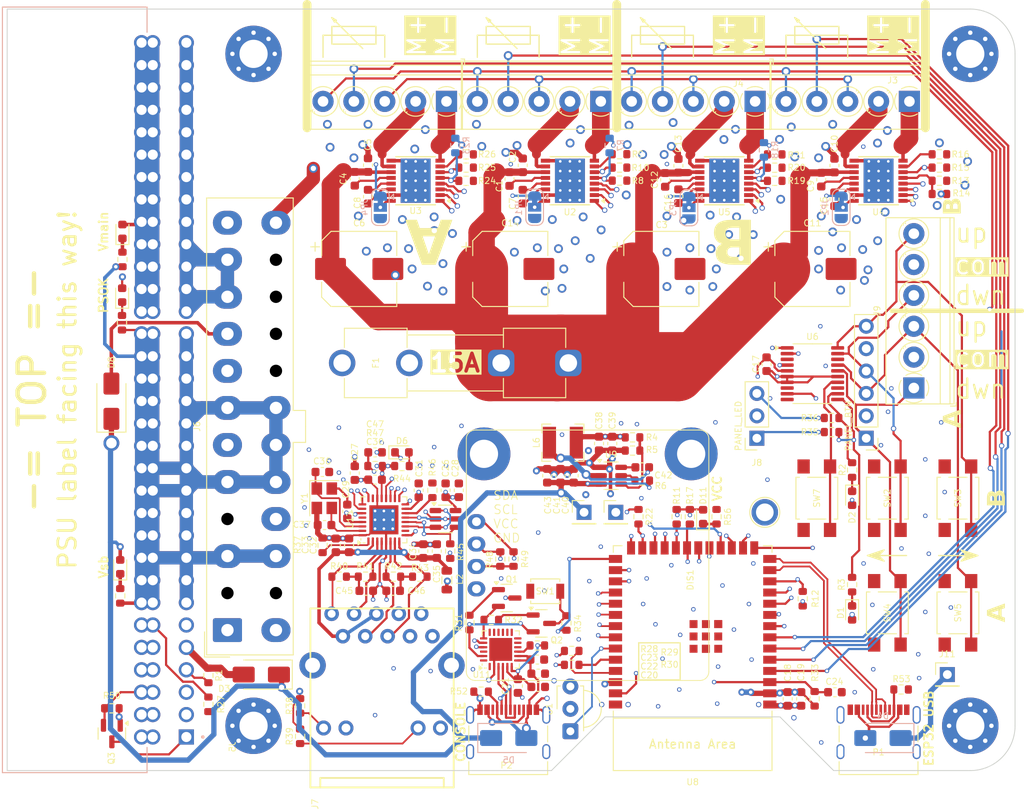
<source format=kicad_pcb>
(kicad_pcb (version 20240108) (generator "pcbnew") (generator_version "8.0")
  (layers (0 "F.Cu" signal) (1 "In1.Cu" signal) (2 "In2.Cu" signal) (31 "B.Cu" signal) (34 "B.Paste" user) (35 "F.Paste" user) (36 "B.SilkS" user "B.Silkscreen") (37 "F.SilkS" user "F.Silkscreen") (38 "B.Mask" user) (39 "F.Mask" user) (44 "Edge.Cuts" user))
  (net 0 "")
  (net 1 "/LED_F1")
  (net 2 "Net-(U2-VCP)")
  (net 3 "Net-(U2-CPL)")
  (net 4 "Net-(U2-CPH)")
  (net 5 "Net-(U3-VCP)")
  (net 6 "Net-(U3-CPL)")
  (net 7 "Net-(U3-CPH)")
  (net 8 "/LED_F2")
  (net 9 "Net-(U5-VCP)")
  (net 10 "Net-(U5-CPL)")
  (net 11 "Net-(U5-CPH)")
  (net 12 "Net-(J1-Pin_1)")
  (net 13 "Net-(J1-Pin_2)")
  (net 14 "Net-(J2-Pin_1)")
  (net 15 "Net-(J2-Pin_2)")
  (net 16 "Net-(J3-Pin_1)")
  (net 17 "Net-(J3-Pin_2)")
  (net 18 "Net-(J4-Pin_1)")
  (net 19 "Net-(J4-Pin_2)")
  (net 20 "GND")
  (net 21 "Net-(U4-VCP)")
  (net 22 "Net-(U4-CPL)")
  (net 23 "Net-(U4-CPH)")
  (net 26 "/+12V_UNFUSED")
  (net 27 "/PS_SDA")
  (net 28 "/PS_SCL")
  (net 29 "/PS_INTERRUPT")
  (net 30 "+V12SB")
  (net 31 "Net-(J5-PRESENT#)")
  (net 32 "/PS_OK")
  (net 33 "/PS_IMONITOR")
  (net 34 "/PS_ON")
  (net 35 "+12V")
  (net 36 "/BTN_SVC")
  (net 38 "/BTN_FUNC")
  (net 39 "/SCL")
  (net 40 "/SDA")
  (net 42 "/POT2")
  (net 43 "/POT1")
  (net 44 "/POT4")
  (net 46 "/POT3")
  (net 48 "/DCDC_IN")
  (net 49 "+3.3V")
  (net 50 "Net-(U9-SW)")
  (net 51 "Net-(U9-VBST)")
  (net 52 "/A_UP")
  (net 53 "/A_DWN")
  (net 54 "/B_UP")
  (net 55 "/B_DWN")
  (net 56 "Net-(U2-VRef)")
  (net 57 "Net-(U2-IMODE)")
  (net 58 "/DRV2_IPROPI")
  (net 59 "/~{DRV2_FAULT}")
  (net 60 "/~{DRV4_FAULT}")
  (net 61 "Net-(U4-VRef)")
  (net 62 "/DRV4_IPROPI")
  (net 63 "Net-(U4-IMODE)")
  (net 64 "/~{DRV3_FAULT}")
  (net 65 "Net-(U5-VRef)")
  (net 66 "/DRV3_IPROPI")
  (net 67 "Net-(U5-IMODE)")
  (net 68 "/~{DRV1_FAULT}")
  (net 69 "Net-(U3-VRef)")
  (net 70 "/DRV1_IPROPI")
  (net 71 "Net-(U3-IMODE)")
  (net 72 "/DRV2_IN1")
  (net 73 "/DRV2_IN2")
  (net 74 "/~{DRV_SLEEP}")
  (net 75 "Net-(JP1-C)")
  (net 76 "/DRV1_IN1")
  (net 77 "/DRV1_IN2")
  (net 78 "Net-(JP4-C)")
  (net 79 "/DRV4_IN1")
  (net 80 "/DRV4_IN2")
  (net 81 "Net-(JP2-C)")
  (net 82 "/DRV3_IN1")
  (net 83 "/DRV3_IN2")
  (net 84 "Net-(JP3-C)")
  (net 85 "Net-(J5-ADDR)")
  (net 86 "Net-(D4-A)")
  (net 87 "Net-(D4-K)")
  (net 89 "+5VSB")
  (net 90 "/ESPUSB-")
  (net 91 "/ESPUSB+")
  (net 97 "Net-(U11-VDD)")
  (net 98 "VBUS")
  (net 99 "/~{ESP_PGM}")
  (net 100 "/ESP_EN")
  (net 101 "Net-(Q1-B)")
  (net 102 "/RTS")
  (net 103 "/DTR")
  (net 104 "Net-(Q2-B)")
  (net 105 "Net-(Q2-C)")
  (net 106 "Net-(U11-~{RSTb})")
  (net 107 "/RXD")
  (net 108 "/TXD")
  (net 117 "/USB_D+")
  (net 122 "/USB_D-")
  (net 123 "/U0TXD")
  (net 124 "/U0RXD")
  (net 125 "/~{IOEX1_INT}")
  (net 126 "Net-(D1-K)")
  (net 127 "Net-(D2-K)")
  (net 128 "Net-(J8-Pin_3)")
  (net 129 "Net-(J8-Pin_1)")
  (net 130 "AVDD")
  (net 131 "Net-(U13-X2)")
  (net 132 "Net-(U13-X1)")
  (net 133 "Net-(C45-Pad1)")
  (net 134 "Net-(C46-Pad1)")
  (net 135 "Net-(U13-RSTB)")
  (net 136 "Net-(D6-A)")
  (net 137 "/LAN_FDX")
  (net 138 "/LAN_ACT")
  (net 139 "/LAN_SPEED")
  (net 140 "Net-(J7-TD+)")
  (net 141 "Net-(J7-RD+)")
  (net 142 "Net-(J7-TD-)")
  (net 143 "Net-(J7-LED2_A)")
  (net 144 "Net-(J7-RD-)")
  (net 145 "Net-(J7-LED1_A)")
  (net 146 "Net-(U13-BGRES)")
  (net 147 "/EECK")
  (net 148 "Net-(U13-WOL)")
  (net 149 "/EEDIO")
  (net 150 "/EECS")
  (net 151 "/LAN_MOSI")
  (net 152 "/~{LAN_INT}")
  (net 155 "/LAN_MISO")
  (net 156 "/LAN_CSN")
  (net 158 "/LAN_CK")
  (net 159 "/IR_REMOTE")
  (net 160 "Net-(D7-K)")
  (net 161 "/PS_ENABLE")
  (net 162 "Net-(U9-VFB)")
  (net 163 "Net-(U9-EN)")
  (net 164 "Net-(P1-CC1)")
  (net 165 "Net-(P2-CC1)")
  (net 170 "Net-(D9-K)")
  (net 171 "Net-(D10-K)")
  (net 172 "Net-(D11-K)")
  (footprint "Capacitor_SMD:C_0603_1608Metric" (layer "F.Cu") (at 119.3 67.3 -90)
    (property "Reference" "C13")
    (property "Value" "100n")
  )
  (footprint "Button_Switch_SMD:SW_SPST_TL3305B" (layer "F.Cu") (at 143 118 90)
    (property "Reference" "SW4")
    (property "Value" "Service")
  )
  (footprint "Capacitor_SMD:C_0603_1608Metric" (layer "F.Cu") (at 92.9 104.1 -90)
    (property "Reference" "C26")
    (property "Value" "100n")
  )
  (footprint "Resistor_SMD:R_0603_1608Metric" (layer "F.Cu") (at 100.6 111.9 -90)
    (property "Reference" "R49")
    (property "Value" "10k")
  )
  (footprint "iotta_footprints:LinkPP_LPJ0135GDNL" (layer "F.Cu") (at 85.69 127)
    (property "Reference" "J7")
    (property "Value" "Link-PP_LPJ0135GDNL")
  )
  (footprint "Capacitor_SMD:C_0603_1608Metric" (layer "F.Cu") (at 135.5 68.875 -90)
    (property "Reference" "C9")
    (property "Value" "100n")
  )
  (footprint "TerminalBlock_Phoenix:TerminalBlock_Phoenix_PT-1,5-5-3.5-H_1x05_P3.50mm_Horizontal" (layer "F.Cu") (at 128 60 180)
    (property "Reference" "J4")
    (property "Value" "Motor 3")
  )
  (footprint "Package_TO_SOT_SMD:SOT-23" (layer "F.Cu") (at 103.7625 119.2)
    (property "Reference" "Q2")
    (property "Value" "BC817-40(SOT23)")
  )
  (footprint "Package_SO:HTSSOP-16-1EP_4.4x5mm_P0.65mm_EP3.4x5mm_Mask3x3mm_ThermalVias" (layer "F.Cu") (at 89.5 69 180)
    (property "Reference" "U3")
    (property "Value" "DRV8874")
  )
  (footprint "Resistor_SMD:R_0603_1608Metric" (layer "F.Cu") (at 78.95 110.346346 90)
    (property "Reference" "R37")
    (property "Value" "6k8")
  )
  (footprint "Package_TO_SOT_SMD:SOT-23" (layer "F.Cu") (at 99.827289 116.318794)
    (property "Reference" "Q1")
    (property "Value" "BC817-40(SOT23)")
  )
  (footprint "Capacitor_SMD:C_0603_1608Metric" (layer "F.Cu") (at 86.95 115.5 180)
    (property "Reference" "C46")
    (property "Value" "100n")
  )
  (footprint "Capacitor_SMD:C_0603_1608Metric" (layer "F.Cu") (at 81.95 110.346346 -90)
    (property "Reference" "C32")
    (property "Value" "100n")
  )
  (footprint "Connector_USB:USB_C_Receptacle_Palconn_UTC16-G" (layer "F.Cu") (at 142 131.5)
    (property "Reference" "P1")
    (property "Value" "ESP32 USB")
  )
  (footprint "Resistor_SMD:R_0603_1608Metric" (layer "F.Cu") (at 114.1 98.1)
    (property "Reference" "R4")
    (property "Value" "33k")
  )
  (footprint "Resistor_SMD:R_0603_1608Metric" (layer "F.Cu") (at 107.2 123.9)
    (property "Reference" "R30")
    (property "Value" "220")
  )
  (footprint "Inductor_SMD:L_Bourns-SRN4018" (layer "F.Cu") (at 106.2 98.7)
    (property "Reference" "L6")
    (property "Value" "2.2µ")
  )
  (footprint "MountingHole:MountingHole_3.2mm_M3_Pad_Via" (layer "F.Cu") (at 152.4 54.61)
    (property "Reference" "H2" (hide yes))
    (property "Value" "MountingHole")
  )
  (footprint "PCM_Espressif:ESP32-S3-WROOM-1" (layer "F.Cu") (at 120.917 120.137 180)
    (property "Reference" "U8")
    (property "Value" "ESP32-S3-WROOM-1-N16R2")
  )
  (footprint "Package_TO_SOT_SMD:SOT-23-6" (layer "F.Cu") (at 111.6625 102.45)
    (property "Reference" "U9")
    (property "Value" "TPS562200")
  )
  (footprint "Capacitor_SMD:C_0603_1608Metric" (layer "F.Cu") (at 111.8 98.8 90)
    (property "Reference" "C39")
    (property "Value" "22µ")
  )
  (footprint "Capacitor_SMD:C_0603_1608Metric" (layer "F.Cu") (at 103.4 124.9)
    (property "Reference" "C22")
    (property "Value" "22u")
  )
  (footprint "MountingHole:MountingHole_3.2mm_M3_Pad_Via" (layer "F.Cu") (at 152.4 130.81)
    (property "Reference" "H3" (hide yes))
    (property "Value" "MountingHole")
  )
  (footprint "Capacitor_SMD:C_0603_1608Metric" (layer "F.Cu") (at 129.3 89.8 -90)
    (property "Reference" "C17")
    (property "Value" "100n")
  )
  (footprint "TestPoint:TestPoint_Plated_Hole_D2.0mm" (layer "F.Cu") (at 129.1 106.6)
    (property "Reference" "REF**" (hide yes))
    (property "Value" "TestPoint_Plated_Hole_D2.0mm")
  )
  (footprint "Package_TO_SOT_SMD:SOT-23-6" (layer "F.Cu") (at 92.8875 107.35)
    (property "Reference" "U12" (hide yes))
    (property "Value" "93LC46BT-E/OT")
  )
  (footprint "Capacitor_SMD:C_0603_1608Metric" (layer "F.Cu") (at 119.3 70.75 90)
    (property "Reference" "C16")
    (property "Value" "22nF")
  )
  (footprint "MountingHole:MountingHole_3.2mm_M3_Pad_Via" (layer "F.Cu") (at 71.12 130.81)
    (property "Reference" "H4" (hide yes))
    (property "Value" "MountingHole")
  )
  (footprint "Resistor_SMD:R_0603_1608Metric" (layer "F.Cu") (at 56.2 85.1 -90)
    (property "Reference" "R51" (hide yes))
    (property "Value" "300")
  )
  (footprint "Capacitor_SMD:C_0603_1608Metric" (layer "F.Cu") (at 81.75 106.5 -90)
    (property "Reference" "C29")
    (property "Value" "100n")
  )
  (footprint "Button_Switch_SMD:SW_SPST_TL3305B" (layer "F.Cu") (at 135 105 90)
    (property "Reference" "SW7")
    (property "Value" "Service")
  )
  (footprint "Resistor_SMD:R_0603_1608Metric" (layer "F.Cu") (at 144.555 126.69)
    (property "Reference" "R53")
    (property "Value" "1k")
  )
  (footprint "Resistor_SMD:R_0603_1608Metric" (layer "F.Cu") (at 130.225 66.01 180)
    (property "Reference" "R21")
    (property "Value" "TBD")
  )
  (footprint "Capacitor_SMD:C_0603_1608Metric" (layer "F.Cu") (at 101.1 126.3 -90)
    (property "Reference" "C21")
    (property "Value" "100n")
  )
  (footprint "Resistor_SMD:R_0603_1608Metric" (layer "F.Cu") (at 130.225 69.01 180)
    (property "Reference" "R19")
    (property "Value" "TBD")
  )
  (footprint "Button_Switch_SMD:SW_SPST_TL3305B" (layer "F.Cu") (at 151 118 90)
    (property "Reference" "SW5")
    (property "Value" "Service")
  )
  (footprint "Capacitor_SMD:C_0603_1608Metric" (layer "F.Cu") (at 103.3 123.3)
    (property "Reference" "C23")
    (property "Value" "100n")
  )
  (footprint "iotta_footprints:OLED_128x64_Module" (layer "F.Cu") (at 106.9 111.469999 90)
    (property "Reference" "DIS1")
    (property "Value" "OLED_128x64")
  )
  (footprint "Resistor_SMD:R_0603_1608Metric" (layer "F.Cu") (at 136.675 97.5)
    (property "Reference" "R35")
    (property "Value" "100")
  )
  (footprint "Connector_PinHeader_2.54mm:PinHeader_1x01_P2.54mm_Vertical" (layer "F.Cu") (at 112.2 106.6)
    (property "Reference" "J12" (hide yes))
    (property "Value" "VCC")
  )
  (footprint "Capacitor_SMD:C_0603_1608Metric" (layer "F.Cu") (at 90.370001 110.996347 -90)
    (property "Reference" "C34")
    (property "Value" "100n")
  )
  (footprint "Crystal:Crystal_SMD_3225-4Pin_3.2x2.5mm" (layer "F.Cu") (at 79.144397 105.003165 -90)
    (property "Reference" "Y1")
    (property "Value" "25MHz YXC X322525MOB4SI")
  )
  (footprint "Resistor_SMD:R_0603_1608Metric" (layer "F.Cu") (at 98.075 118.8)
    (property "Reference" "R32")
    (property "Value" "1k")
  )
  (footprint "Capacitor_SMD:C_0603_1608Metric" (layer "F.Cu") (at 110.3 98.8 90)
    (property "Reference" "C38")
    (property "Value" "22µ")
  )
  (footprint "Capacitor_SMD:C_0603_1608Metric" (layer "F.Cu") (at 105.925 102.45 -90)
    (property "Reference" "C41")
    (property "Value" "10µ")
  )
  (footprint "TerminalBlock_Phoenix:TerminalBlock_Phoenix_PT-1,5-5-3.5-H_1x05_P3.50mm_Horizontal" (layer "F.Cu") (at 145.5 60 180)
    (property "Reference" "J3")
    (property "Value" "Motor 4")
  )
  (footprint "TerminalBlock_Phoenix:TerminalBlock_Phoenix_PT-1,5-6-3.5-H_1x06_P3.50mm_Horizontal" (layer "F.Cu") (at 146 92.5 90)
    (property "Reference" "J9")
    (property "Value" "Control")
  )
  (footprint "Capacitor_SMD:C_0603_1608Metric" (layer "F.Cu") (at 94.4 104.1 -90)
    (property "Reference" "C28")
    (property "Value" "22u")
  )
  (footprint "Connector_PinSocket_2.54mm:PinSocket_1x03_P2.54mm_Vertical" (layer "F.Cu") (at 128.2 98.2 180)
    (property "Reference" "J8")
    (property "Value" "PANEL_LED")
  )
  (footprint "Capacitor_SMD:CP_Elec_8x10" (layer "F.Cu") (at 100.233333 79)
    (property "Reference" "C14")
    (property "Value" "680u")
  )
  (footprint "Capacitor_SMD:CP_Elec_8x10" (layer "F.Cu") (at 117.366666 79)
    (property "Reference" "C3")
    (property "Value" "680u")
  )
  (footprint "Capacitor_SMD:C_0603_1608Metric" (layer "F.Cu") (at 115.2 101.5)
    (property "Reference" "C42")
    (property "Value" "100n")
  )
  (footprint "Resistor_SMD:R_0603_1608Metric" (layer "F.Cu") (at 106.6 119.15 90)
    (property "Reference" "R34")
    (property "Value" "100")
  )
  (footprint "Resistor_SMD:R_0603_1608Metric" (layer "F.Cu") (at 56.25 77.925 -90)
    (property "Reference" "R54" (hide yes))
    (property "Value" "300")
  )
  (footprint "LED_SMD:LED_0603_1608Metric" (layer "F.Cu") (at 56.25 74.75 90)
    (property "Reference" "D9" (hide yes))
    (property "Value" "Vmain")
  )
  (footprint "Capacitor_SMD:C_0603_1608Metric" (layer "F.Cu") (at 107.425 102.450002 -90)
    (property "Reference" "C40")
    (property "Value" "100n")
  )
  (footprint "Button_Switch_SMD:SW_SPST_TL3305B" (layer "F.Cu") (at 151 105 90)
    (property "Reference" "SW3")
    (property "Value" "Service")
  )
  (footprint "Capacitor_SMD:C_0603_1608Metric" (layer "F.Cu") (at 101.65 67.25 -90)
    (property "Reference" "C2")
    (property "Value" "100n")
  )
  (footprint "Capacitor_SMD:C_0603_1608Metric" (layer "F.Cu") (at 100.15 68.8 -90)
    (property "Reference" "C1")
    (property "Value" "100n")
  )
  (footprint "Resistor_SMD:R_0603_1608Metric" (layer "F.Cu") (at 148.9 70.5)
    (property "Reference" "R13")
    (property "Value" "TBD")
  )
  (footprint "Capacitor_SMD:C_0603_1608Metric" (layer "F.Cu") (at 82.6 102.15 90)
    (property "Reference" "C27")
    (property "Value" "22u")
  )
  (footprint "Capacitor_SMD:C_0603_1608Metric" (layer "F.Cu") (at 117.8 68.9 -90)
    (property "Reference" "C12")
    (property "Value" "100n")
  )
  (footprint "Capacitor_SMD:C_0603_1608Metric" (layer "F.Cu") (at 137 67.275 -90)
    (property "Reference" "C10")
    (property "Value" "100n")
  )
  (footprint "Resistor_SMD:R_0603_1608Metric" (layer "F.Cu") (at 95.225 67.51 180)
    (property "Reference" "R25")
    (property "Value" "TBD")
  )
  (footprint "Resistor_SMD:R_0603_1608Metric" (layer "F.Cu") (at 66 125.1 90)
    (property "Reference" "R1")
    (property "Value" "21k")
  )
  (footprint "Button_Switch_SMD:SW_SPST_TL3305B" (layer "F.Cu") (at 143 105 90)
    (property "Reference" "SW2")
    (property "Value" "Service")
  )
  (footprint "Resistor_SMD:R_0603_1608Metric" (layer "F.Cu") (at 123.625 107.1 90)
    (property "Reference" "R56")
    (property "Value" "100")
  )
  (footprint "Resistor_SMD:R_0603_1608Metric" (layer "F.Cu") (at 66 128.375 -90)
    (property "Reference" "R27")
    (property "Value" "0")
  )
  (footprint "Capacitor_SMD:C_0603_1608Metric" (layer "F.Cu") (at 84.9 99.8)
    (property "Reference" "C47")
    (property "Value" "1u")
  )
  (footprint "Capacitor_SMD:C_0603_1608Metric" (layer "F.Cu") (at 89.85 104.1 -90)
    (property "Reference" "C31")
    (property "Value" "100n")
  )
  (footprint "Resistor_SMD:R_0603_1608Metric" (layer "F.Cu") (at 120.6 107.1 90)
    (property "Reference" "R17")
    (property "Value" "TBD")
  )
  (footprint "LED_SMD:LED_0603_1608Metric" (layer "F.Cu") (at 87.95 99.8)
    (property "Reference" "D6")
    (property "Value" "LED")
  )
  (footprint "Resistor_SMD:R_0603_1608Metric" (layer "F.Cu") (at 86.975 113.9 180)
    (property "Reference" "R42")
    (property "Value" "49.9")
  )
  (footprint "Resistor_SMD:R_0603_1608Metric" (layer "F.Cu") (at 95.225 69.01 180)
    (property "Reference" "R24")
    (property "Value" "TBD")
  )
  (footprint "LED_SMD:LED_0603_1608Metric" (layer "F.Cu") (at 139 105 -90)
    (property "Reference" "D2")
    (property "Value" "LED")
  )
  (footprint "TerminalBlock_Phoenix:TerminalBlock_Phoenix_PT-1,5-5-3.5-H_1x05_P3.50mm_Horizontal" (layer "F.Cu") (at 92.999999 60 180)
    (property "Reference" "J2" (hide yes))
    (property "Value" "Motor 1")
  )
  (footprint "Capacitor_SMD:C_0603_1608Metric" (layer "F.Cu") (at 84.9 102.9)
    (property "Reference" "C30")
    (property "Value" "100n")
  )
  (footprint "Resistor_SMD:R_0603_1608Metric" (layer "F.Cu") (at 133.4 116.4 -90)
    (property "Reference" "R12")
    (property "Value" "TBD")
  )
  (footprint "Resistor_SMD:R_0603_1608Metric" (layer "F.Cu") (at 114.775 107.1 90)
    (property "Reference" "R22")
    (property "Value" "TBD")
  )
  (footprint "Inductor_SMD:L_0805_2012Metric" (layer "F.Cu") (at 93.0375 114.3 90)
    (property "Reference" "L2")
    (property "Value" "FB0805/600R/2A")
  )
  (footprint "Capacitor_SMD:CP_Elec_8x10" (layer "F.Cu") (at 134.5 79)
    (property "Reference" "C11")
    (property "Value" "680u")
  )
  (footprint "MountingHole:MountingHole_3.2mm_M3_Pad_Via" (layer "F.Cu") (at 71.12 54.61)
    (property "Reference" "H1" (hide yes))
    (property "Value" "MountingHole")
  )
  (footprint "Resistor_SMD:R_0603_1608Metric" (layer "F.Cu") (at 76.4 132 90)
    (property "Reference" "R39")
    (property "Value" "300")
  )
  (footprint "Capacitor_SMD:C_0603_1608Metric" (layer "F.Cu") (at 103.4 126.4)
    (property "Reference" "C20")
    (property "Value" "22u")
  )
  (footprint "Diode_SMD:D_SMA" (layer "F.Cu") (at 72 125 180)
    (property "Reference" "D3")
    (property "Value" "SS14")
  )
  (footprint "Capacitor_SMD:C_0603_1608Metric" (layer "F.Cu") (at 80.45 110.346346 -90)
    (property "Reference" "C33")
    (property "Value" "22u")
  )
  (footprint "Package_SO:HTSSOP-16-1EP_4.4x5mm_P0.65mm_EP3.4x5mm_Mask3x3mm_ThermalVias" (layer "F.Cu") (at 107 69 180)
    (property "Reference" "U2")
    (property "Value" "DRV8874")
  )
  (footprint "Capacitor_SMD:C_0603_1608Metric" (layer "F.Cu") (at 104.425 102.450001 -90)
    (property "Reference" "C43")
    (property "Value" "10µ")
  )
  (footprint "Capacitor_SMD:C_0603_1608Metric" (layer "F.Cu") (at 91.9 110.996346 90)
    (property "Reference" "C35")
    (property "Value" "22u")
  )
  (footprint "Resistor_SMD:R_0603_1608Metric" (layer "F.Cu") (at 112.625 65.985 180)
    (property "Reference" "R9")
    (property "Value" "TBD")
  )
  (footprint "Package_TO_SOT_SMD:SOT-23" (layer "F.Cu") (at 55.050001 131.6875 -90)
    (property "Reference" "Q3")
    (property "Value" "BSS138")
  )
  (footprint "Capacitor_SMD:C_0603_1608Metric" (layer "F.Cu") (at 78.920886 102.0264 180)
    (property "Reference" "C36")
    (property "Value" "18p")
  )
  (footprint "Connector_PinHeader_2.54mm:PinHeader_1x06_P2.54mm_Vertical" (layer "F.Cu") (at 140.600001 98.2 180)
    (property "Reference" "J14" (hide yes))
    (property "Value" "PANEL_BTN")
  )
  (footprint "Resistor_SMD:R_0603_1608Metric" (layer "F.Cu") (at 93.425 111 -90)
    (property "Reference" "R45")
    (property "Value" "10k")
  )
  (footprint "Resistor_SMD:R_0603_1608Metric" (layer "F.Cu") (at 84.9 101.35)
    (property "Reference" "R47")
    (property "Value" "10k")
  )
  (footprint "Resistor_SMD:R_0603_1608Metric" (layer "F.Cu") (at 148.9 69 180)
    (property "Reference" "R14")
    (property "Value" "TBD")
  )
  (footprint "Resistor_SMD:R_0603_1608Metric" (layer "F.Cu") (at 136.675 95.9)
    (property "Reference" "R36")
    (property "Value" "100")
  )
  (footprint "Capacitor_SMD:C_0603_1608Metric" (layer "F.Cu") (at 84.1 67.225 -90)
    (property "Reference" "C5")
    (property "Value" "100n")
  )
  (footprint "Capacitor_SMD:C_0603_1608Metric" (layer "F.Cu") (at 79.171345 108.046346)
    (property "Reference" "C37")
    (property "Value" "18p")
  )
  (footprint "Resistor_SMD:R_0603_1608Metric" (layer "F.Cu") (at 83.825 113.9)
    (property "Reference" "R41")
    (property "Value" "49.9")
  )
  (footprint "Resistor_SMD:R_0603_1608Metric" (layer "F.Cu") (at 112.625 68.985 180)
    (property "Reference" "R8")
    (property "Value" "TBD")
  )
  (footprint "Resistor_SMD:R_0603_1608Metric" (layer "F.Cu") (at 55.050002 128.825001)
    (property "Reference" "R50")
    (property "Value" "10k")
  )
  (footprint "OptoDevice:Vishay_MINICAST-3Pin" (layer "F.Cu") (at 107.05 131.43 90)
    (property "Reference" "U1")
    (property "Value" "TSOP384xx")
  )
  (footprint "Resistor_SMD:R_0603_1608Metric" (layer "F.Cu") (at 107.201722 122.319883)
    (property "Reference" "R29")
    (property "Value" "220")
  )
  (footprint "Resistor_SMD:R_0603_1608Metric" (layer "F.Cu") (at 148.9 66 180)
    (property "Reference" "R16")
    (property "Value" "TBD")
  )
  (footprint "Package_SO:HTSSOP-16-1EP_4.4x5mm_P0.65mm_EP3.4x5mm_Mask3x3mm_ThermalVias" (layer "F.Cu") (at 124.5 69 180)
    (property "Reference" "U5")
    (property "Value" "DRV8874")
  )
  (footprint "Capacitor_SMD:CP_Elec_8x10" (layer "F.Cu") (at 83.1 79)
    (property "Reference" "C6")
    (property "Value" "680u")
  )
  (footprint "Resistor_SMD:R_0603_1608Metric" (layer "F.Cu") (at 139 101.8 -90)
    (property "Reference" "R2")
    (property "Value" "100")
  )
  (footprint "Package_SO:TSSOP-20_4.4x6.5mm_P0.65mm" (layer "F.Cu") (at 134.5 90.880001)
    (property "Reference" "U6")
    (property "Value" "PCF8574APWRG4 ")
  )
  (footprint "Resistor_SMD:R_0603_1608Metric" (layer "F.Cu") (at 112.625 67.51 180)
    (property "Reference" "R10")
    (property "Value" "TBD")
  )
  (footprint "Resistor_SMD:R_0603_1608Metric" (layer "F.Cu") (at 99.1 111.9 -90)
    (property "Reference" "R48")
    (property "Value" "10k")
  )
  (footprint "Resistor_SMD:R_0603_1608Metric" (layer "F.Cu") (at 76.4 128.55 90)
    (property "Reference" "R38")
    (property "Value" "300")
  )
  (footprint "Resistor_SMD:R_0603_1608Metric" (layer "F.Cu") (at 148.9 67.51 180)
    (property "Reference" "R15")
    (property "Value" "TBD")
  )
  (footprint "Capacitor_SMD:C_0603_1608Metric" (layer "F.Cu") (at 131.699 127.762 -90)
    (property "Reference" "C18")
    (property "Value" "100n")
  )
  (footprint "Package_SO:HTSSOP-16-1EP_4.4x5mm_P0.65mm_EP3.4x5mm_Mask3x3mm_ThermalVias" (layer "F.Cu") (at 142 69 180)
    (property "Reference" "U4")
    (property "Value" "DRV8874")
  )
  (footprint "Capacitor_SMD:C_0603_1608Metric" (layer "F.Cu") (at 133.223 127.762 90)
    (property "Reference" "C19")
    (property "Value" "22u")
  )
  (footprint "Resistor_SMD:R_0603_1608Metric" (layer "F.Cu") (at 114.1 99.6)
    (property "Reference" "R5")
    (property "Value" "10k")
  )
  (footprint "Resistor_SMD:R_0603_1608Metric" (layer "F.Cu") (at 115.2 103 180)
    (property "Reference" "R6")
    (property "Value" "100k")
  )
  (footprint "Capacitor_SMD:C_0603_1608Metric" (layer "F.Cu") (at 101.65 70.8 90)
    (property "Reference" "C7")
    (property "Value" "22nF")
  )
  (footprint "Resistor_SMD:R_0603_1608Metric" (layer "F.Cu") (at 130.225 67.52 180)
    (property "Reference" "R20")
    (property "Value" "TBD")
  )
  (footprint "Connector_PinHeader_2.54mm:PinHeader_1x01_P2.54mm_Vertical" (layer "F.Cu") (at 149.8 125)
    (property "Reference" "J11")
    (property "Value" "DCDC_IN")
  )
  (footprint "Resistor_SMD:R_0603_1608Metric" (layer "F.Cu") (at 139 114.8 -90)
    (property "Reference" "R3")
    (property "Value" "100")
  )
  (footprint "Connector_Molex:Molex_Mini-Fit_Jr_5566-24A_2x12_P4.20mm_Vertical" (layer "F.Cu") (at 68.160001 119.96 90)
    (property "Reference" "J6")
    (property "Value" "ATX-24 (Molex 39-28-1243)")
  )
  (footprint "Capacitor_SMD:C_0603_1608Metric" (layer "F.Cu") (at 137 71.1 90)
    (property "Reference" "C15")
    (property "Value" "22nF")
  )
  (footprint "Capacitor_SMD:C_0603_1608Metric" (layer "F.Cu") (at 84.1 70.8 90)
    (property "Reference" "C8")
    (property "Value" "22nF")
  )
  (footprint "Connector_PinHeader_2.54mm:PinHeader_1x01_P2.54mm_Vertical" (layer "F.Cu") (at 108.6 106.6)
    (property "Reference" "J10" (hide yes))
    (property "Value" "DCDC_IN")
  )
  (footprint "Resistor_SMD:R_0603_1608Metric" (layer "F.Cu") (at 91.4 104.1 90)
    (property "Reference" "R46")
    (property "Value" "10k")
  )
  (footprint "Button_Switch_SMD:SW_SPST_B3U-1000P" (layer "F.Cu") (at 104.2 115.55)
    (property "Reference" "SW1")
    (property "Value" "PGM")
  )
  (footprint "LED_SMD:LED_0603_1608Metric" (layer "F.Cu") (at 56.218862 81.971452 90)
    (property "Reference" "D7" (hide yes))
    (property "Value" "PSOK")
  )
  (footprint "TerminalBlock_Phoenix:TerminalBlock_Phoenix_PT-1,5-5-3.5-H_1x05_P3.50mm_Horizontal" (layer "F.Cu") (at 110.5 60 180)
    (property "Reference" "J1" (hide yes))
    (property "Value" "Motor 2")
  )
  (footprint "Resistor_SMD:R_0603_1608Metric" (layer "F.Cu") (at 103.3 121.7 180)
    (property "Reference" "R28")
    (property "Value" "1k")
  )
  (footprint "LED_SMD:LED_0603_1608Metric" (layer "F.Cu") (at 139 118 -90)
    (property "Reference" "D1")
    (property "Value" "LED")
  )
  (footprint "Resistor_SMD:R_0603_1608Metric" (layer "F.Cu") (at 134.75 127.75 -90)
    (property "Reference" "R33")
    (property "Value" "10k")
  )
  (footprint "LED_SMD:LED_0603_1608Metric" (layer "F.Cu") (at 122.1 107.1 90)
    (property "Reference" "D11")
    (property "Value" "VCC")
  )
  (footprint "Resistor_SMD:R_0603_1608Metric" (layer "F.Cu") (at 87.95 101.35 180)
    (property "Reference" "R44")
    (property "Value" "300")
  )
  (footprint "Capacitor_SMD:C_0603_1608Metric" (layer "F.Cu") (at 82.6 68.775001 -90)
    (property "Reference" "C4")
    (property "Value" "100n")
  )
  (footprint "Package_DFN_QFN:QFN-32-1EP_5x5mm_P0.5mm_EP3.3x3.3mm_ThermalVias" (layer "F.Cu") (at 85.9 107.45 90)
    (property "Reference" "U13")
    (property "Value" "DM9051")
  )
  (footprint "Capacitor_SMD:C_0603_1608Metric" (layer "F.Cu") (at 83.9 115.5)
    (property "Reference" "C45")
    (property "Value" "100n")
  )
  (footprint "Resistor_SMD:R_0603_1608Metric" (layer "F.Cu") (at 80.825 113.9 180)
    (property "Reference" "R40")
    (property "Value" "49.9")
  )
  (footprint "Diode_SMD:D_SMA" (layer "F.Cu") (at 55 94 90)
    (property "Reference" "D8")
    (property "Value" "SS14")
  )
  (footprint "Capacitor_SMD:C_0603_1608Metric" (layer "F.Cu") (at 137.05 127)
    (property "Reference" "C24")
    (property "Value" "100n")
  )
  (footprint "Resistor_SMD:R_0603_1608Metric" (layer "F.Cu") (at 95.225 66.01 180)
    (property "Reference" "R26")
    (property "Value" "TBD")
  )
  (footprint "Resistor_SMD:R_0603_1608Metric" (layer "F.Cu") (at 56 116.075 -90)
    (property "Reference" "R55" (hide yes))
    (property "Value" "470")
  )
  (footprint "Resistor_SMD:R_0603_1608Metric" (layer "F.Cu") (at 96.925 126.94 180)
    (property "Reference" "R52")
    (property "Value" "1k")
  )
  (footprint "Resistor_SMD:R_0603_1608Metric" (layer "F.Cu") (at 89.975 113.9)
    (property "Reference" "R43")
    (property "Value" "49.9")
  )
  (footprint "Connector_USB:USB_C_Receptacle_Palconn_UTC16-G" (layer "F.Cu") (at 100 131.5)
    (property "Reference" "P2")
    (property "Value" "CONSOLE")
  )
  (footprint "Resistor_SMD:R_0603_1608Metric" (layer "F.Cu") (at 119.1 107.1 90)
    (property "Reference" "R11")
    (property "Value" "TBD")
  )
  (footprint "LED_SMD:LED_0603_1608Metric" (layer "F.Cu") (at 56.000001 112.787498 90)
    (property "Reference" "D10" (hide yes))
    (property "Value" "Vsb")
  )
  (footprint "Fuse:Fuseholder_Clip-6.3x32mm_Littelfuse_102_122_Inline_P34.21x7.62mm_D1.98mm_Horizontal" (layer "F.Cu") (at 106.821 89.662 180)
    (property "Reference" "F1")
    (property "Value" "20Amp")
  )
  (footprint "Package_DFN_QFN:QFN-24-1EP_4x4mm_P0.5mm_EP2.6x2.6mm" (layer "F.Cu") (at 99.15 122.15 90)
    (property "Reference" "U11")
    (property "Value" "CP2102N-A01-GQFN24")
  )
  (footprint "Resistor_SMD:R_0603_1608Metric" (layer "F.Cu") (at 95.6 119.1 90)
    (property "Reference" "R31")
    (property "Value" "1k")
  )
  (footprint "iotta_footprints_v6:Amphenol_10053363-200LF_WingTAT ER64BGFBK_Compatible_BOTTOM" (layer "B.Cu") (at 50.84 92.71 90)
    (property "Reference" "J5")
    (property "Value" "Amphenol 10053363-200LF")
  )
  (footprint "Resistor_SMD:R_0603_1608Metric" (layer "B.Cu") (at 111.5 65 90)
    (property "Reference" "R7")
    (property "Value" "TBD")
  )
  (footprint "Jumper:SolderJumper-3_P1.3mm_Bridged12_RoundedPad1.0x1.5mm" (layer "B.Cu") (at 85.5 72.017969 -90)
    (property "Reference" "JP4")
    (property "Value" "DRV1_PMODE")
  )
  (footprint "Diode_SMD:D_SMA" (layer "B.Cu") (at 142.5 132.199999 180)
    (property "Reference" "D4")
    (property "Value" "SS14")
  )
  (footprint "Jumper:SolderJumper-3_P1.3mm_Bridged12_RoundedPad1.0x1.5mm" (layer "B.Cu") (at 103 72 -90)
    (property "Reference" "JP1")
    (property "Value" "DRV2_PMODE")
  )
  (footprint "Resistor_SMD:R_0603_1608Metric" (layer "B.Cu") (at 129 65.5 90)
    (property "Reference" "R18")
    (property "Value" "TBD")
  )
  (footprint "Resistor_SMD:R_0603_1608Metric" (layer "B.Cu") (at 94 65 90)
    (property "Reference" "R23")
    (property "Value" "TBD")
  )
  (footprint "Jumper:SolderJumper-3_P1.3mm_Bridged12_RoundedPad1.0x1.5mm" (layer "B.Cu") (at 120.497055 72.056762 -90)
    (property "Reference" "JP3")
    (property "Value" "DRV3_PMODE")
  )
  (footprint "Jumper:SolderJumper-3_P1.3mm_Bridged12_RoundedPad1.0x1.5mm" (layer "B.Cu") (at 137.764301 72.013841 -90)
    (property "Reference" "JP2")
    (property "Value" "DRV4_PMODE")
  )
  (footprint "Diode_SMD:D_SMA" (layer "B.Cu") (at 100.057933 132.196483)
    (property "Reference" "D5")
    (property "Value" "SS14")
  )
  (gr_line (start 136 53.999999) (end 132.5 50.5) (stroke (width 0.15)) (layer "F.SilkS"))
  (gr_line (start 121 55) (end 121.000002 52.5) (stroke (width 0.15)) (layer "F.SilkS"))
  (gr_line (start 97.8 51) (end 97.500001 50.499998) (stroke (width 0.15)) (layer "F.SilkS"))
  (gr_line (start 132.5 50.5) (end 133.000001 50.800001) (stroke (width 0.15)) (layer "F.SilkS"))
  (gr_line (start 97.500001 50.499998) (end 98 50.799999) (stroke (width 0.15)) (layer "F.SilkS"))
  (gr_line (start 133.000001 50.800001) (end 132.799999 51.000001) (stroke (width 0.15)) (layer "F.SilkS"))
  (gr_line (start 80.299999 50.999999) (end 80.000001 50.5) (stroke (width 0.15)) (layer "F.SilkS"))
  (gr_line (start 80.5 50.800001) (end 80.299999 50.999999) (stroke (width 0.15)) (layer "F.SilkS"))
  (gr_poly (pts (xy 97.5 53.5) (xy 97.5 51.5) (xy 102.5 51.5) (xy 102.5 53.5)) (stroke (width 0.15)) (fill none) (layer "F.SilkS"))
  (gr_line (start 101 54) (end 97.500001 50.499998) (stroke (width 0.15)) (layer "F.SilkS"))
  (gr_line (start 118.5 53.999999) (end 115 50.5) (stroke (width 0.15)) (layer "F.SilkS"))
  (gr_poly (pts (xy 153.27 111.5041) (xy 151.365 110.8691) (xy 152 111.5041) (xy 151.365 112.1391)) (stroke (width 0.15)) (fill solid) (layer "F.SilkS"))
  (gr_line (start 79 55) (end 79.000001 52.499999) (stroke (width 0.15)) (layer "F.SilkS"))
  (gr_line (start 158.25 83.7495) (end 143.5 83.7495) (stroke (width 0.5)) (layer "F.SilkS"))
  (gr_poly (pts (xy 80 53.500001) (xy 80.000001 51.500001) (xy 85.000001 51.5) (xy 85 53.499999)) (stroke (width 0.15)) (fill none) (layer "F.SilkS"))
  (gr_line (start 96.5 54.999999) (end 96.500001 52.5) (stroke (width 0.15)) (layer "F.SilkS"))
  (gr_line (start 85.999999 54.999999) (end 85.999999 52.500001) (stroke (width 0.15)) (layer "F.SilkS"))
  (gr_line (start 103.5 55) (end 103.5 52.500001) (stroke (width 0.15)) (layer "F.SilkS"))
  (gr_poly (pts (xy 115 53.5) (xy 115 51.5) (xy 119.999999 51.5) (xy 119.999999 53.5)) (stroke (width 0.15)) (fill none) (layer "F.SilkS"))
  (gr_line (start 148.825 111.5041) (end 152 111.5041) (stroke (width 0.15)) (layer "F.SilkS"))
  (gr_line (start 77.189999 63) (end 77.189999 49) (stroke (width 1)) (layer "F.SilkS"))
  (gr_line (start 83.5 53.999999) (end 80.000001 50.5) (stroke (width 0.15)) (layer "F.SilkS"))
  (gr_rect (start 114.8 121.4) (end 119.5 125.6) (stroke (width 0.15)) (fill none) (layer "F.SilkS"))
  (gr_line (start 131.499999 52.5) (end 138.500002 52.5) (stroke (width 0.15)) (layer "F.SilkS"))
  (gr_line (start 80.000001 50.5) (end 80.5 50.800001) (stroke (width 0.15)) (layer "F.SilkS"))
  (gr_line (start 113.999999 52.5) (end 121.000002 52.5) (stroke (width 0.15)) (layer "F.SilkS"))
  (gr_line (start 114 55) (end 113.999999 52.5) (stroke (width 0.15)) (layer "F.SilkS"))
  (gr_line (start 145.175001 111.5) (end 142 111.5) (stroke (width 0.15)) (layer "F.SilkS"))
  (gr_line (start 96.500001 52.5) (end 103.5 52.500001) (stroke (width 0.15)) (layer "F.SilkS"))
  (gr_line (start 115.500001 50.800001) (end 115.299999 51.000001) (stroke (width 0.15)) (layer "F.SilkS"))
  (gr_poly (pts (xy 140.730001 111.500001) (xy 142.635001 112.135002) (xy 142 111.5) (xy 142.635 110.865)) (stroke (width 0.15)) (fill solid) (layer "F.SilkS"))
  (gr_line (start 79.000001 52.499999) (end 85.999999 52.500001) (stroke (width 0.15)) (layer "F.SilkS"))
  (gr_line (start 115 50.5) (end 115.500001 50.800001) (stroke (width 0.15)) (layer "F.SilkS"))
  (gr_line (start 132.799999 51.000001) (end 132.5 50.5) (stroke (width 0.15)) (layer "F.SilkS"))
  (gr_poly (pts (xy 132.5 53.5) (xy 132.5 51.5) (xy 137.499999 51.5) (xy 137.499999 53.5)) (stroke (width 0.15)) (fill none) (layer "F.SilkS"))
  (gr_line (start 131.5 55) (end 131.499999 52.5) (stroke (width 0.15)) (layer "F.SilkS"))
  (gr_line (start 115.299999 51.000001) (end 115 50.5) (stroke (width 0.15)) (layer "F.SilkS"))
  (gr_line (start 112.31 63) (end 112.31 49) (stroke (width 1)) (layer "F.SilkS"))
  (gr_line (start 147.31 63) (end 147.31 49) (stroke (width 1)) (layer "F.SilkS"))
  (gr_line (start 98 50.799999) (end 97.8 51) (stroke (width 0.15)) (layer "F.SilkS"))
  (gr_line (start 138.5 55) (end 138.500002 52.5) (stroke (width 0.15)) (layer "F.SilkS"))
  (gr_arc (start 152.4 49.53) (mid 155.992102 51.017898) (end 157.48 54.61) (stroke (width 0.1)) (layer "Edge.Cuts"))
  (gr_line (start 157.48 130.81) (end 157.48 54.61) (stroke (width 0.1)) (layer "Edge.Cuts"))
  (gr_line (start 104.902 135.89) (end 43.18 135.89) (stroke (width 0.1)) (layer "Edge.Cuts"))
  (gr_arc (start 157.48 130.81) (mid 155.992101 134.402099) (end 152.4 135.89) (stroke (width 0.1)) (layer "Edge.Cuts"))
  (gr_line (start 130.81 129.794) (end 136.906 135.89) (stroke (width 0.1)) (layer "Edge.Cuts"))
  (gr_line (start 104.902 135.89) (end 110.998 129.794) (stroke (width 0.1)) (layer "Edge.Cuts"))
  (gr_line (start 43.18 49.53) (end 43.18 135.89) (stroke (width 0.1)) (layer "Edge.Cuts"))
  (gr_line (start 110.998 129.794) (end 130.81 129.794) (stroke (width 0.1)) (layer "Edge.Cuts"))
  (gr_line (start 152.4 49.53) (end 43.18 49.53) (stroke (width 0.1)) (layer "Edge.Cuts"))
  (gr_line (start 152.4 135.89) (end 136.906 135.89) (stroke (width 0.1)) (layer "Edge.Cuts"))
  (gr_text "com" (at 150.5 78.5 0) (layer "F.SilkS" knockout) (effects (font (size 2.2 2) (thickness 0.25)) (justify left)))
  (gr_text "-= TOP =-" (at 46 92.71 90) (layer "F.SilkS") (effects (font (size 3 3) (thickness 0.5) (bold yes))))
  (gr_text "M+\nM-" (at 143.75 52.5 90) (layer "F.SilkS" knockout) (effects (font (size 2 2) (thickness 0.25))))
  (gr_text "B" (at 125.5 75.5 180) (layer "F.SilkS") (effects (font (size 5 5))))
  (gr_text "15A" (at 93.98 89.662 0) (layer "F.SilkS" knockout) (effects (font (size 2 2) (thickness 0.4) (bold yes))))
  (gr_text "up\n\ndwn\nup\n\ndwn" (at 150.56 83.7495 0) (layer "F.SilkS") (effects (font (size 2.2 2) (thickness 0.25)) (justify left)))
  (gr_text "PSU label facing this way!" (at 50 92.71 90) (layer "F.SilkS") (effects (font (size 2 2) (thickness 0.3) (bold yes))))
  (gr_text "M+\nM-" (at 126.25 52.5 90) (layer "F.SilkS" knockout) (effects (font (size 2 2) (thickness 0.25))))
  (gr_text "M+\nM-" (at 108.75 52.5 90) (layer "F.SilkS" knockout) (effects (font (size 2 2) (thickness 0.25))))
  (gr_text "A" (at 155.5 118 90) (layer "F.SilkS") (effects (font (size 2 2))))
  (gr_text "A" (at 91 75.5 180) (layer "F.SilkS") (effects (font (size 5 5))))
  (gr_text "B" (at 155.5 105 90) (layer "F.SilkS") (effects (font (size 2 2))))
  (gr_text "com" (at 150.5 89 0) (layer "F.SilkS" knockout) (effects (font (size 2.2 2) (thickness 0.25)) (justify left)))
  (gr_text "A" (at 150.5 96 90) (layer "F.SilkS") (effects (font (size 2 2))))
  (gr_text "SDA\nSCL\nVCC\nGND" (at 98.25 110.1 0) (layer "F.SilkS") (effects (font (size 1 1) (thickness 0.1)) (justify left bottom)))
  (gr_text "B" (at 150.5 71.9 90) (layer "F.SilkS") (effects (font (size 2 2))))
  (gr_text "M+\nM-" (at 91.25 52.5 90) (layer "F.SilkS" knockout) (effects (font (size 2 2) (thickness 0.25))))
  (segment (start 139 111.7) (end 139 113.975) (width 0.25) (layer "F.Cu") (net 1))
  (segment (start 139.2 99.5) (end 139.8 100.1) (width 0.25) (layer "F.Cu") (net 1))
  (segment (start 139.8 100.1) (end 139.8 110.9) (width 0.25) (layer "F.Cu") (net 1))
  (segment (start 139.2 98.4) (end 139.2 99.5) (width 0.25) (layer "F.Cu") (net 1))
  (segment (start 139.8 110.9) (end 139 111.7) (width 0.25) (layer "F.Cu") (net 1))
  (segment (start 139.2 97.436395) (end 138.975001 97.211396) (width 0.25) (layer "F.Cu") (net 1))
  (segment (start 138.975001 97.211396) (end 138.975001 94.875001) (width 0.25) (layer "F.Cu") (net 1))
  (segment (start 138.975001 94.875001) (end 137.905001 93.805001) (width 0.25) (layer "F.Cu") (net 1))
  (segment (start 139.2 98.4) (end 139.2 97.436395) (width 0.25) (layer "F.Cu") (net 1))
  (segment (start 137.5 97.5) (end 137.5 98.4) (width 0.25) (layer "F.Cu") (net 1))
  (segment (start 137.905001 93.805001) (end 137.362499 93.805001) (width 0.25) (layer "F.Cu") (net 1))
  (via (at 139.2 98.4) (size 0.5) (drill 0.3) (layers "F.Cu" "B.Cu") (net 1))
  (via (at 137.5 98.4) (size 0.5) (drill 0.3) (layers "F.Cu" "B.Cu") (net 1))
  (segment (start 137.5 98.4) (end 139.2 98.4) (width 0.25) (layer "B.Cu") (net 1))
  (segment (start 103.000305 68.675) (end 104.225 68.675) (width 0.25) (layer "F.Cu") (net 2))
  (segment (start 100.15 69.575) (end 100.725 69) (width 0.25) (layer "F.Cu") (net 2))
  (segment (start 102.675305 69) (end 103.000305 68.675) (width 0.25) (layer "F.Cu") (net 2))
  (segment (start 100.725 69) (end 102.675305 69) (width 0.25) (layer "F.Cu") (net 2))
  (segment (start 103.475 69.975) (end 104.225 69.975) (width 0.25) (layer "F.Cu") (net 3))
  (segment (start 101.875 71.575) (end 103.475 69.975) (width 0.25) (layer "F.Cu") (net 3))
  (segment (start 101.65 70.025) (end 102.525 70.025) (width 0.25) (layer "F.Cu") (net 4))
  (segment (start 102.525 70.025) (end 103.225 69.325) (width 0.25) (layer "F.Cu") (net 4))
  (segment (start 103.225 69.325) (end 104.225 69.325) (width 0.25) (layer "F.Cu") (net 4))
  (segment (start 85.425 68.675) (end 85.1 69) (width 0.25) (layer "F.Cu") (net 5))
  (segment (start 83.150001 69) (end 82.6 69.550001) (width 0.25) (layer "F.Cu") (net 5))
  (segment (start 85.1 69) (end 83.150001 69) (width 0.25) (layer "F.Cu") (net 5))
  (segment (start 86.725 68.675) (end 85.425 68.675) (width 0.25) (layer "F.Cu") (net 5))
  (segment (start 85.7 69.975) (end 86.725 69.975) (width 0.25) (layer "F.Cu") (net 6))
  (segment (start 84.1 71.575) (end 85.7 69.975) (width 0.25) (layer "F.Cu") (net 6))
  (segment (start 86.725 69.325) (end 85.575 69.325) (width 0.25) (layer "F.Cu") (net 7))
  (segment (start 85.575 69.325) (end 84.875 70.025) (width 0.25) (layer "F.Cu") (net 7))
  (segment (start 84.875 70.025) (end 84.1 70.025) (width 0.25) (layer "F.Cu") (net 7))
  (segment (start 137.5 95.425) (end 136.299999 94.224999) (width 0.25) (layer "F.Cu") (net 8))
  (segment (start 136.625001 93.155001) (end 137.3625 93.155001) (width 0.25) (layer "F.Cu") (net 8))
  (segment (start 138.5 100.475) (end 138.5 96.9) (width 0.25) (layer "F.Cu") (net 8))
  (segment (start 136.299999 93.480003) (end 136.625001 93.155001) (width 0.25) (layer "F.Cu") (net 8))
  (segment (start 138.875 100.85) (end 138.5 100.475) (width 0.25) (layer "F.Cu") (net 8))
  (segment (start 137.5 95.9) (end 137.5 95.425) (width 0.25) (layer "F.Cu") (net 8))
  (segment (start 138.5 96.9) (end 137.5 95.9) (width 0.25) (layer "F.Cu") (net 8))
  (segment (start 136.299999 94.224999) (end 136.299999 93.480003) (width 0.25) (layer "F.Cu") (net 8))
  (segment (start 121.725 68.675) (end 120.940948 68.675) (width 0.25) (layer "F.Cu") (net 9))
  (segment (start 120.615948 69) (end 118.475 69) (width 0.25) (layer "F.Cu") (net 9))
  (segment (start 120.940948 68.675) (end 120.615948 69) (width 0.25) (layer "F.Cu") (net 9))
  (segment (start 118.475 69) (end 117.8 69.675) (width 0.25) (layer "F.Cu") (net 9))
  (segment (start 120.975 69.975) (end 119.425 71.525) (width 0.25) (layer "F.Cu") (net 10))
  (segment (start 121.725 69.975) (end 120.975 69.975) (width 0.25) (layer "F.Cu") (net 10))
  (segment (start 120.325 69.975) (end 120.975 69.325) (width 0.25) (layer "F.Cu") (net 11))
  (segment (start 120.975 69.325) (end 121.725 69.325) (width 0.25) (layer "F.Cu") (net 11))
  (segment (start 119.3 69.975) (end 120.325 69.975) (width 0.25) (layer "F.Cu") (net 11))
  (segment (start 110.5 60) (end 110.5 64.2) (width 2) (layer "F.Cu") (net 12))
  (segment (start 110.5 64.2) (end 109.7 65) (width 2) (layer "F.Cu") (net 12))
  (segment (start 109.775 66.725) (end 109.775 65.075) (width 0.4) (layer "F.Cu") (net 12))
  (segment (start 109.775 65.075) (end 109.7 65) (width 0.4) (layer "F.Cu") (net 12))
  (segment (start 103.2 64.9) (end 107 61.1) (width 2) (layer "F.Cu") (net 13))
  (segment (start 103.2 66) (end 103.2 64.9) (width 1) (layer "F.Cu") (net 13))
  (segment (start 103.325 67.375) (end 103.2 67.25) (width 0.4) (layer "F.Cu") (net 13))
  (segment (start 107 61.1) (end 107 60) (width 2) (layer "F.Cu") (net 13))
  (segment (start 103.2 67.25) (end 103.2 66) (width 0.4) (layer "F.Cu") (net 13))
  (segment (start 104.225 67.375) (end 103.325 67.375) (width 0.4) (layer "F.Cu") (net 13))
  (segment (start 92.999999 64.2) (end 92.199999 65) (width 2) (layer "F.Cu") (net 14))
  (segment (start 92.274999 65.075) (end 92.199999 65) (width 0.4) (layer "F.Cu") (net 14))
  (segment (start 92.999999 60) (end 92.999999 64.2) (width 2) (layer "F.Cu") (net 14))
  (segment (start 92.274999 66.725) (end 92.274999 65.075) (width 0.4) (layer "F.Cu") (net 14))
  (segment (start 85.699999 64.9) (end 89.499999 61.1) (width 2) (layer "F.Cu") (net 15))
  (segment (start 86.724999 67.375) (end 85.824999 67.375) (width 0.4) (layer "F.Cu") (net 15))
  (segment (start 85.699999 67.25) (end 85.699999 66) (width 0.4) (layer "F.Cu") (net 15))
  (segment (start 85.824999 67.375) (end 85.699999 67.25) (width 0.4) (layer "F.Cu") (net 15))
  (segment (start 89.499999 61.1) (end 89.499999 60) (width 2) (layer "F.Cu") (net 15))
  (segment (start 85.699999 66) (end 85.699999 64.9) (width 1) (layer "F.Cu") (net 15))
  (segment (start 144.775 66.725) (end 144.775 65.075) (width 0.4) (layer "F.Cu") (net 16))
  (segment (start 145.5 64.2) (end 144.7 65) (width 2) (layer "F.Cu") (net 16))
  (segment (start 144.775 65.075) (end 144.7 65) (width 0.4) (layer "F.Cu") (net 16))
  (segment (start 145.5 60) (end 145.5 64.2) (width 2) (layer "F.Cu") (net 16))
  (segment (start 138.2 66) (end 138.2 64.9) (width 1) (layer "F.Cu") (net 17))
  (segment (start 138.2 64.9) (end 142 61.1) (width 2) (layer "F.Cu") (net 17))
  (segment (start 142 61.1) (end 142 60) (width 2) (layer "F.Cu") (net 17))
  (segment (start 138.325 67.375) (end 138.2 67.25) (width 0.4) (layer "F.Cu") (net 17))
  (segment (start 139.225 67.375) (end 138.325 67.375) (width 0.4) (layer "F.Cu") (net 17))
  (segment (start 138.2 67.25) (end 138.2 66) (width 0.4) (layer "F.Cu") (net 17))
  (segment (start 127.275 65.1) (end 127.2 65.025) (width 0.4) (layer "F.Cu") (net 18))
  (segment (start 128 64.225) (end 127.2 65.025) (width 2) (layer "F.Cu") (net 18))
  (segment (start 128 60.025) (end 128 64.225) (width 2) (layer "F.Cu") (net 18))
  (segment (start 127.275 66.75) (end 127.275 65.1) (width 0.4) (layer "F.Cu") (net 18))
  (segment (start 120.6 67) (end 120.6 66.1) (width 0.4) (layer "F.Cu") (net 19))
  (segment (start 124.5 61.125) (end 124.5 60.025) (width 2) (layer "F.Cu") (net 19))
  (segment (start 121.725 67.4) (end 121 67.4) (width 0.4) (layer "F.Cu") (net 19))
  (segment (start 121 67.4) (end 120.6 67) (width 0.4) (layer "F.Cu") (net 19))
  (segment (start 120.7 66) (end 120.6 66.1) (width 1) (layer "F.Cu") (net 19))
  (segment (start 120.7 64.925) (end 124.5 61.125) (width 2) (layer "F.Cu") (net 19))
  (segment (start 120.7 64.925) (end 120.7 66) (width 1) (layer "F.Cu") (net 19))
  (segment (start 91.15 110.25) (end 91.871345 110.25) (width 0.6) (layer "F.Cu") (net 20))
  (segment (start 105.299999 102.3) (end 105.925 101.674999) (width 0.6) (layer "F.Cu") (net 20))
  (segment (start 96.1 126.94) (end 96.800003 127.640003) (width 0.25) (layer "F.Cu") (net 20))
  (segment (start 137 66.5) (end 137 66.1) (width 0.6) (layer "F.Cu") (net 20))
  (segment (start 96.8 127.900012) (end 96.8 127.7) (width 0.25) (layer "F.Cu") (net 20))
  (segment (start 98.400001 124.999999) (end 97.8 125.6) (width 0.25) (layer "F.Cu") (net 20))
  (segment (start 133.949999 91.855001) (end 134.6 91.205) (width 0.25) (layer "F.Cu") (net 20))
  (segment (start 73.660002 103.16) (end 73.660001 94.759999) (width 1.5) (layer "F.Cu") (net 20))
  (segment (start 91.15 110.25) (end 90.398655 110.25) (width 0.6) (layer "F.Cu") (net 20))
  (segment (start 84.9 108.450001) (end 84.200002 109.149999) (width 0.2) (layer "F.Cu") (net 20))
  (segment (start 85.756587 112.106587) (end 85.425 112.438174) (width 0.25) (layer "F.Cu") (net 20))
  (segment (start 107.425 101.675001) (end 105.925002 101.675001) (width 0.6) (layer "F.Cu") (net 20))
  (segment (start 90.637501 106.549587) (end 90.637501 106.590553) (width 0.2) (layer "F.Cu") (net 20))
  (segment (start 85.425001 114.75) (end 84.675001 115.5) (width 0.25) (layer "F.Cu") (net 20))
  (segment (start 79.7 109.5) (end 79.721346 109.521346) (width 0.6) (layer "F.Cu") (net 20))
  (segment (start 90.370001 110.221346) (end 89.321346 110.221346) (width 0.6) (layer "F.Cu") (net 20))
  (segment (start 98.400001 124.087502) (end 98.400001 124.999999) (width 0.25) (layer "F.Cu") (net 20))
  (segment (start 68.160001 103.16) (end 73.660002 103.16) (width 1.5) (layer "F.Cu") (net 20))
  (segment (start 63.5 101.6) (end 64.48 102.58) (width 1.5) (layer "F.Cu") (net 20))
  (segment (start 130.505 91.205) (end 130.5 91.2) (width 0.25) (layer "F.Cu") (net 20))
  (segment (start 77.9 68.785) (end 77.9 67.6) (width 1.5) (layer "F.Cu") (net 20))
  (segment (start 78.2944 106.103165) (end 78.2944 107.944402) (width 0.6) (layer "F.Cu") (net 20))
  (segment (start 129.3 90.575001) (end 129.875001 90.575001) (width 0.25) (layer "F.Cu") (net 20))
  (segment (start 65.26 94.76) (end 63.5 96.52) (width 1.5) (layer "F.Cu") (net 20))
  (segment (start 105.375 70.625) (end 107 69) (width 0.4) (layer "F.Cu") (net 20))
  (segment (start 111.5 101.7) (end 111.60001 101.80001) (width 0.4) (layer "F.Cu") (net 20))
  (segment (start 130.58 91.855001) (end 129.3 90.575001) (width 0.25) (layer "F.Cu") (net 20))
  (segment (start 56 116.9) (end 58.36 116.9) (width 0.4) (layer "F.Cu") (net 20))
  (segment (start 83.35 102.9) (end 83.3 102.95) (width 0.4) (layer "F.Cu") (net 20))
  (segment (start 84.675001 116.5) (end 84.675001 115.5) (width 0.25) (layer "F.Cu") (net 20))
  (segment (start 105.2 102.3) (end 104.575 101.675) (width 0.6) (layer "F.Cu") (net 20))
  (segment (start 54.225001 128.825001) (end 54.225001 130.625003) (width 0.25) (layer "F.Cu") (net 20))
  (segment (start 84.124999 102.9) (end 83.35 102.9) (width 0.4) (layer "F.Cu") (net 20))
  (segment (start 81.271345 109.571345) (end 81.25 109.55) (width 0.6) (layer "F.Cu") (net 20))
  (segment (start 78.95 109.521346) (end 79.678654 109.521346) (width 0.6) (layer "F.Cu") (net 20))
  (segment (start 90.398655 110.25) (end 90.370001 110.221346) (width 0.6) (layer "F.Cu") (net 20))
  (segment (start 84.200002 109.149999) (end 83.935613 109.149999) (width 0.2) (layer "F.Cu") (net 20))
  (segment (start 73.660001 111.559999) (end 68.160001 111.56) (width 1.5) (layer "F.Cu") (net 20))
  (segment (start 79.678654 109.521346) (end 79.7 109.5) (width 0.6) (layer "F.Cu") (net 20))
  (segment (start 64.279999 94.759999) (end 63.5 93.98) (width 1.5) (layer "F.Cu") (net 20))
  (segment (start 87.875 70.625) (end 89.5 69) (width 0.4) (layer "F.Cu") (net 20))
  (segment (start 73.660001 94.759999) (end 64.279999 94.759999) (width 1.5) (layer "F.Cu") (net 20))
  (segment (start 96.8 128.99) (end 96.26 128.99) (width 0.25) (layer "F.Cu") (net 20))
  (segment (start 83.3 102.95) (end 83.25 102.9) (width 0.4) (layer "F.Cu") (net 20))
  (segment (start 90.637501 106.590553) (end 91.396948 107.35) (width 0.2) (layer "F.Cu") (net 20))
  (segment (start 119.3 66.525) (end 119.3 65.9) (width 0.6) (layer "F.Cu") (net 20))
  (segment (start 91.871345 110.25) (end 91.9 110.221345) (width 0.6) (layer "F.Cu") (net 20))
  (segment (start 86.174999 115.5) (end 86.174999 116.474999) (width 0.25) (layer "F.Cu") (net 20))
  (segment (start 83.462499 109.199999) (end 82.448694 109.199999) (width 0.2) (layer "F.Cu") (net 20))
  (segment (start 79.721346 109.521346) (end 80.400001 109.521346) (width 0.6) (layer "F.Cu") (net 20))
  (segment (start 131.6375 91.855001) (end 133.949999 91.855001) (width 0.25) (layer "F.Cu") (net 20))
  (segment (start 63.5 101.6) (end 58.42 101.6) (width 1.5) (layer "F.Cu") (net 20))
  (segment (start 111.8 100.5) (end 111.5 100.8) (width 0.6) (layer "F.Cu") (net 20))
  (segment (start 132.5 128.5) (end 132.463 128.537) (width 0.6) (layer "F.Cu") (net 20))
  (segment (start 86.725 70.625) (end 87.875 70.625) (width 0.4) (layer "F.Cu") (net 20))
  (segment (start 86.15 109.887499) (end 86.15 107.7) (width 0.25) (layer "F.Cu") (net 20))
  (segment (start 89.321346 110.221346) (end 89.3 110.2) (width 0.6) (layer "F.Cu") (net 20))
  (segment (start 85.45 114.75) (end 85.45 114.775001) (width 0.25) (layer "F.Cu") (net 20))
  (segment (start 56.25 78.75) (end 55.5 78.75) (width 0.4) (layer "F.Cu") (net 20))
  (segment (start 121.725 66.725) (end 123.325 66.725) (width 0.4) (layer "F.Cu") (net 20))
  (segment (start 85.425 112.438174) (end 85.425 114.725) (width 0.25) (layer "F.Cu") (net 20))
  (segment (start 107.425 101.675001) (end 108.099995 101.000006) (width 0.6) (layer "F.Cu") (net 20))
  (segment (start 78.396344 108.96769) (end 78.95 109.521346) (width 0.6) (layer "F.Cu") (net 20))
  (segment (start 85.15 105.0125) (end 85.15 106.199999) (width 0.2) (layer "F.Cu") (net 20))
  (segment (start 131.6375 91.855001) (end 130.58 91.855001) (width 0.25) (layer "F.Cu") (net 20))
  (segment (start 111.3 101.5) (end 111.5 101.7) (width 0.6) (layer "F.Cu") (net 20))
  (segment (start 86.15 111.713174) (end 85.756587 112.106587) (width 0.25) (layer "F.Cu") (net 20))
  (segment (start 130.9 128.5) (end 130.937 128.537) (width 0.6) (layer "F.Cu") (net 20))
  (segment (start 140.375 70.625) (end 142 69) (width 0.4) (layer "F.Cu") (net 20))
  (segment (start 111.6 104.5) (end 111.6 101.8) (width 0.4) (layer "F.Cu") (net 20))
  (segment (start 108.099995 101.000006) (end 109.2 101.000006) (width 0.6) (layer "F.Cu") (net 20))
  (segment (start 96.800003 127.640003) (end 96.800003 127.699997) (width 0.25) (layer "F.Cu") (net 20))
  (segment (start 131.637501 91.205) (end 131.6375 91.855001) (width 0.25) (layer "F.Cu") (net 20))
  (segment (start 63.5 116.84) (end 63.5 86.36) (width 1.5) (layer "F.Cu") (net 20))
  (segment (start 121 57.475) (end 103.500002 57.475) (width 0.25) (layer "F.Cu") (net 20))
  (segment (start 100.954093 65.779093) (end 99.728934 65.779093) (width 0.6) (layer "F.Cu") (net 20))
  (segment (start 111.5 100.8) (end 111.5 101.7) (width 0.6) (layer "F.Cu") (net 20))
  (segment (start 101.65 66.475) (end 100.954093 65.779093) (width 0.6) (layer "F.Cu") (net 20))
  (segment (start 85.45 114.75) (end 85.425001 114.75) (width 0.25) (layer "F.Cu") (net 20))
  (segment (start 134.6 91.205) (end 131.637501 91.205) (width 0.25) (layer "F.Cu") (net 20))
  (segment (start 81.75 104.85) (end 80.803165 103.903165) (width 0.25) (layer "F.Cu") (net 20))
  (segment (start 86.174999 116.474999) (end 86.2 116.5) (width 0.25) (layer "F.Cu") (net 20))
  (segment (start 88.525001 57.474998) (end 85.999999 60) (width 0.25) (layer "F.Cu") (net 20))
  (segment (start 86.725 66.725) (end 88.325 66.725) (width 0.4) (layer "F.Cu") (net 20))
  (segment (start 104.225 66.725) (end 105.825 66.725) (width 0.4) (layer "F.Cu") (net 20))
  (segment (start 85.15 105.0125) (end 85.15 103.925001) (width 0.2) (layer "F.Cu") (net 20))
  (segment (start 54.225002 128.825001) (end 56.050003 127) (width 0.25) (layer "F.Cu") (net 20))
  (segment (start 110.3 99.575001) (end 111.8 99.575001) (width 0.6) (layer "F.Cu") (net 20))
  (segment (start 59.69 86.36) (end 59.69 116.84) (width 1.5) (layer "F.Cu") (net 20))
  (segment (start 82.448694 109.199999) (end 82.073694 109.574999) (width 0.2) (layer "F.Cu") (net 20))
  (segment (start 96.26 128.99) (end 95.68 129.57) (width 0.25) (layer "F.Cu") (net 20))
  (segment (start 134.374997 93.155002) (end 134.899996 93.680001) (width 0.25) (layer "F.Cu") (net 20))
  (segment (start 130.863 128.537) (end 130.9 128.5) (width 0.6) (layer "F.Cu") (net 20))
  (segment (start 86.15 109.887499) (end 86.15 111.713174) (width 0.25) (layer "F.Cu") (net 20))
  (segment (start 63.5 104.14) (end 58.42 104.14) (width 1.5) (layer "F.Cu") (net 20))
  (segment (start 138.5 57.475) (end 121 57.475) (width 0.25) (layer "F.Cu") (net 20))
  (segment (start 133.223 128.537) (end 132.537 128.537) (width 0.6) (layer "F.Cu") (net 20))
  (segment (start 73.660001 73.759999) (end 73.660001 73.024999) (width 1.5) (layer "F.Cu") (net 20))
  (segment (start 110.3 99.900006) (end 109.2 101.000006) (width 0.6) (layer "F.Cu") (net 20))
  (segment (start 110.525 101.5) (end 111.3 101.5) (width 0.6) (layer "F.Cu") (net 20))
  (segment (start 129.875001 90.575001) (end 130.5 91.2) (width 0.25) (layer "F.Cu") (net 20))
  (segment (start 139.225 70.625) (end 140.375 70.625) (width 0.4) (layer "F.Cu") (net 20))
  (segment (start 103.2 128.99) (end 103.74 128.99) (width 0.25) (layer "F.Cu") (net 20))
  (segment (start 110.3 99.575001) (end 110.3 99.900006) (width 0.6) (layer "F.Cu") (net 20))
  (segment (start 103.425 101.675) (end 103.2 101.9) (width 0.6) (layer "F.Cu") (net 20))
  (segment (start 101.1 127.1) (end 101.6 127.6) (width 0.25) (layer "F.Cu") (net 20))
  (segment (start 56.2 85.925) (end 57.985 85.925) (width 0.25) (layer "F.Cu") (net 20))
  (segment (start 103.8 127.7) (end 104.4 127.7) (width 0.25) (layer "F.Cu") (net 20))
  (segment (start 105.925 101.674999) (end 104.425 101.675) (width 0.6) (layer "F.Cu") (net 20))
  (segment (start 131.637501 93.155002) (end 134.374997 93.155002) (width 0.25) (layer "F.Cu") (net 20))
  (segment (start 129.807 128.537) (end 130.863 128.537) (width 0.6) (layer "F.Cu") (net 20))
  (segment (start 84.1 66.45) (end 84.1 65.5) (width 0.6) (layer "F.Cu") (net 20))
  (segment (start 58.42 116.84) (end 58.42 86.36) (width 1.5) (layer "F.Cu") (net 20))
  (segment (start 103.2 128.99) (end 103.2 128.3) (width 0.25) (layer "F.Cu") (net 20))
  (segment (start 130.937 128.537) (end 131.699 128.537) (width 0.6) (layer "F.Cu") (net 20))
  (segment (start 85.675 99.8) (end 85.1 99.8) (width 0.25) (layer "F.Cu") (net 20))
  (segment (start 83.25 102.9) (end 82.625001 102.9) (width 0.4) (layer "F.Cu") (net 20))
  (segment (start 81.95 109.571345) (end 81.271345 109.571345) (width 0.6) (layer "F.Cu") (net 20))
  (segment (start 88.525001 57.474998) (end 103.5 57.474998) (width 0.25) (layer "F.Cu") (net 20))
  (segment (start 137.3625 91.205) (end 134.6 91.205) (width 0.25) (layer "F.Cu") (net 20))
  (segment (start 85.15 103.925001) (end 84.124999 102.9) (width 0.2) (layer "F.Cu") (net 20))
  (segment (start 73.660001 73.024999) (end 77.9 68.785) (width 1.5) (layer "F.Cu") (net 20))
  (segment (start 111.8 99.575001) (end 113.250001 99.575001) (width 0.6) (layer "F.Cu") (net 20))
  (segment (start 83.885612 109.2) (end 83.462499 109.199999) (width 0.2) (layer "F.Cu") (net 20))
  (segment (start 131.637501 91.205) (end 130.505 91.205) (width 0.25) (layer "F.Cu") (net 20))
  (segment (start 122.875 70.625) (end 124.5 69) (width 0.4) (layer "F.Cu") (net 20))
  (segment (start 103.500002 57.475) (end 103.5 57.474998) (width 0.25) (layer "F.Cu") (net 20))
  (segment (start 139.225 66.725) (end 140.825 66.725) (width 0.4) (layer "F.Cu") (net 20))
  (segment (start 67.960001 111.76) (end 58.42 111.76) (width 1.5) (layer "F.Cu") (net 20))
  (segment (start 81.25 109.55) (end 81.228655 109.571345) (width 0.6) (layer "F.Cu") (net 20))
  (segment (start 132.537 128.537) (end 132.5 128.5) (width 0.6) (layer "F.Cu") (net 20))
  (segment (start 106.7 102.3) (end 106.074999 101.674999) (width 0.6) (layer "F.Cu") (net 20))
  (segment (start 96.8 128.99) (end 96.8 127.900012) (width 0.25) (layer "F.Cu") (net 20))
  (segment (start 68.160001 94.76) (end 65.26 94.76) (width 1.5) (layer "F.Cu") (net 20))
  (segment (start 84.1 65.5) (end 83.5 64.9) (width 0.6) (layer "F.Cu") (net 20))
  (segment (start 132.463 128.537) (end 131.699 128.537) (width 0.6) (layer "F.Cu") (net 20))
  (segment (start 81.75 105.724999) (end 81.75 104.85) (width 0.25) (layer "F.Cu") (net 20))
  (segment (start 64.48 102.58) (end 64.48 103.16) (width 1.5) (layer "F.Cu") (net 20))
  (segment (start 63.5 104.14) (end 64.48 103.16) (width 1.5) (layer "F.Cu") (net 20))
  (segment (start 85.45 114.775001) (end 86.174999 115.5) (width 0.25) (layer "F.Cu") (net 20))
  (segment (start 106.7 102.3) (end 107.324999 101.675001) (width 0.6) (layer "F.Cu") (net 20))
  (segment (start 109.699994 101.5) (end 109.2 101.000006) (width 0.6) (layer "F.Cu") (net 20))
  (segment (start 103.74 128.99) (end 104.32 129.57) (width 0.25) (layer "F.Cu") (net 20))
  (segment (start 111.6 101.8) (end 111.5 101.7) (width 0.4) (layer "F.Cu") (net 20))
  (segment (start 103.2 128.3) (end 103.8 127.7) (width 0.25) (layer "F.Cu") (net 20))
  (segment (start 121.725 70.625) (end 122.875 70.625) (width 0.4) (layer "F.Cu") (net 20))
  (segment (start 104.225 70.625) (end 105.375 70.625) (width 0.4) (layer "F.Cu") (net 20))
  (segment (start 119.3 65.9) (end 118.5 65.1) (width 0.6) (layer "F.Cu") (net 20))
  (segment (start 85.425 114.725) (end 85.45 114.75) (width 0.25) (layer "F.Cu") (net 20))
  (segment (start 110.525 101.5) (end 109.699994 101.5) (width 0.6) (layer "F.Cu") (net 20))
  (segment (start 64.48 103.16) (end 68.160001 103.16) (width 1.5) (layer "F.Cu") (net 20))
  (segment (start 78.396344 108.046346) (end 78.396344 108.96769) (width 0.6) (layer "F.Cu") (net 20))
  (segment (start 105.2 102.3) (end 105.299999 102.3) (width 0.6) (layer "F.Cu") (net 20))
  (segment (start 98.400001 124.087502) (end 98.400001 122.899999) (width 0.25) (layer "F.Cu") (net 20))
  (segment (start 81.228655 109.571345) (end 80.45 109.571345) (width 0.6) (layer "F.Cu") (net 20))
  (segment (start 104.425 101.675) (end 103.425 101.675) (width 0.6) (layer "F.Cu") (net 20))
  (segment (start 56.050003 127) (end 58.42 127) (width 0.25) (layer "F.Cu") (net 20))
  (segment (start 83.935613 109.149999) (end 83.885612 109.2) (width 0.2) (layer "F.Cu") (net 20))
  (segment (start 80.803165 103.903165) (end 79.994394 103.903165) (width 0.25) (layer "F.Cu") (net 20))
  (segment (start 137 66.1) (end 136 65.1) (width 0.6) (layer "F.Cu") (net 20))
  (segment (start 96.8 127.7) (end 96.800003 127.699997) (width 0.25) (layer "F.Cu") (net 20))
  (via (at 147.3 117.9) (size 0.5) (drill 0.3) (layers "F.Cu" "B.Cu") (net 20))
  (via (at 135.4 85.5) (size 0.5) (drill 0.3) (layers "F.Cu" "B.Cu") (net 20))
  (via (at 132.1 62.9) (size 1) (drill 0.6) (layers "F.Cu" "B.Cu") (net 20))
  (via (at 83.906231 76.987538) (size 1) (drill 0.6) (layers "F.Cu" "B.Cu") (net 20))
  (via (at 130.9 128.5) (size 0.6) (drill 0.4) (layers "F.Cu" "B.Cu") (net 20))
  (via (at 147.7 111.3) (size 0.5) (drill 0.3) (layers "F.Cu" "B.Cu") (net 20))
  (via (at 88.7 76.7) (size 1) (drill 0.6) (layers "F.Cu" "B.Cu") (net 20))
  (via (at 152.1 66.8) (size 1) (drill 0.6) (layers "F.Cu" "B.Cu") (net 20))
  (via (at 123.5 96.4) (size 0.5) (drill 0.3) (layers "F.Cu" "B.Cu") (net 20))
  (via (at 109.2 101.000006) (size 0.8) (drill 0.4) (layers "F.Cu" "B.Cu") (net 20))
  (via (at 105.2 125.7) (size 0.6) (drill 0.4) (layers "F.Cu" "B.Cu") (net 20))
  (via (at 115.3 117) (size 0.5) (drill 0.3) (layers "F.Cu" "B.Cu") (net 20))
  (via (at 112.8 96.5) (size 0.5) (drill 0.3) (layers "F.Cu" "B.Cu") (net 20))
  (via (at 143 63.3) (size 1) (drill 0.6) (layers "F.Cu" "B.Cu") (net 20))
  (via (at 113.5 64.9) (size 1) (drill 0.6) (layers "F.Cu" "B.Cu") (net 20))
  (via (at 148.65 71.8) (size 1) (drill 0.6) (layers "F.Cu" "B.Cu") (net 20))
  (via (at 79.7 100.75) (size 0.5) (drill 0.3) (layers "F.Cu" "B.Cu") (net 20))
  (via (at 87.2 79.7) (size 1) (drill 0.6) (layers "F.Cu" "B.Cu") (net 20))
  (via (at 84.675001 116.5) (size 0.5) (drill 0.3) (layers "F.Cu" "B.Cu") (net 20))
  (via (at 86.3 76.6) (size 1) (drill 0.6) (layers "F.Cu" "B.Cu") (net 20))
  (via (at 125.773874 63.163837) (size 1) (drill 0.6) (layers "F.Cu" "B.Cu") (net 20))
  (via (at 147.3 100.6) (size 0.5) (drill 0.3) (layers "F.Cu" "B.Cu") (net 20))
  (via (at 141.4 124.4) (size 0.5) (drill 0.3) (layers "F.Cu" "B.Cu") (net 20))
  (via (at 84.1 62.6) (size 1) (drill 0.6) (layers "F.Cu" "B.Cu") (net 20))
  (via (at 146.6 125.4) (size 0.5) (drill 0.3) (layers "F.Cu" "B.Cu") (net 20))
  (via (at 132.5 66.3) (size 1) (drill 0.6) (layers "F.Cu" "B.Cu") (net 20))
  (via (at 125 75.1) (size 1) (drill 0.6) (layers "F.Cu" "B.Cu") (net 20))
  (via (at 89.4 65.4) (size 1) (drill 0.6) (layers "F.Cu" "B.Cu") (net 20))
  (via (at 123.6 79) (size 1) (drill 0.6) (layers "F.Cu" "B.Cu") (net 20))
  (via (at 130.769115 64.305385) (size 1) (drill 0.6) (layers "F.Cu" "B.Cu") (net 20))
  (via (at 120.6 81.4) (size 1) (drill 0.6) (layers "F.Cu" "B.Cu") (net 20))
  (via (at 101 73.5) (size 1) (drill 0.6) (layers "F.Cu" "B.Cu") (net 20))
  (via (at 105 73.4) (size 1) (drill 0.6) (layers "F.Cu" "B.Cu") (net 20))
  (via (at 115.7 114.1) (size 0.5) (drill 0.3) (layers "F.Cu" "B.Cu") (net 20))
  (via (at 151.8 69.5) (size 1) (drill 0.6) (layers "F.Cu" "B.Cu") (net 20))
  (via (at 87 124.3) (size 0.5) (drill 0.3) (layers "F.Cu" "B.Cu") (net 20))
  (via (at 136.8 62.6) (size 1) (drill 0.6) (layers "F.Cu" "B.Cu") (net 20))
  (via (at 79.7 109.5) (size 0.5) (drill 0.3) (layers "F.Cu" "B.Cu") (net 20))
  (via (at 55.5 78.75) (size 0.8) (drill 0.4) (layers "F.Cu" "B.Cu") (net 20))
  (via (at 81.3 102.9) (size 0.5) (drill 0.3) (layers "F.Cu" "B.Cu") (net 20))
  (via (at 141.3 117.1) (size 0.5) (drill 0.3) (layers "F.Cu" "B.Cu") (net 20))
  (via (at 136 65.1) (size 1) (drill 0.6) (layers "F.Cu" "B.Cu") (net 20))
  (via (at 77.45 109.55) (size 0.5) (drill 0.3) (layers "F.Cu" "B.Cu") (net 20))
  (via (at 82.5 66.4) (size 1) (drill 0.6) (layers "F.Cu" "B.Cu") (net 20))
  (via (at 96.4 62.6) (size 1) (drill 0.6) (layers "F.Cu" "B.Cu") (net 20))
  (via (at 132.5 128.5) (size 0.6) (drill 0.4) (layers "F.Cu" "B.Cu") (net 20))
  (via (at 109.3 77.8) (size 1) (drill 0.6) (layers "F.Cu" "B.Cu") (net 20))
  (via (at 136 90) (size 0.5) (drill 0.3) (layers "F.Cu" "B.Cu") (net 20))
  (via (at 116.7 119.3) (size 0.5) (drill 0.3) (layers "F.Cu" "B.Cu") (net 20))
  (via (at 117 128.6) (size 0.5) (drill 0.3) (layers "F.Cu" "B.Cu") (net 20))
  (via (at 137.7 81.4) (size 1) (drill 0.6) (layers "F.Cu" "B.Cu") (net 20))
  (via (at 127.7874 75.1078) (size 1) (drill 0.6) (layers "F.Cu" "B.Cu") (net 20))
  (via (at 77.1 108.1) (size 0.5) (drill 0.3) (layers "F.Cu" "B.Cu") (net 20))
  (via (at 77.9 67.6) (size 1) (drill 0.6) (layers "F.Cu" "B.Cu") (net 20))
  (via (at 79.8 65.2) (size 1) (drill 0.6) (layers "F.Cu" "B.Cu") (net 20))
  (via (at 135.5 73) (size 1) (drill 0.6) (layers "F.Cu" "B.Cu") (net 20))
  (via (at 108.8 104.6) (size 0.8) (drill 0.4) (layers "F.Cu" "B.Cu") (net 20))
  (via (at 96.800003 127.699997) (size 0.8) (drill 0.4) (layers "F.Cu" "B.Cu") (net 20))
  (via (at 140.4 80.3) (size 1) (drill 0.6) (layers "F.Cu" "B.Cu") (net 20))
  (via (at 85.45 114.75) (size 0.5) (drill 0.3) (layers "F.Cu" "B.Cu") (net 20))
  (via (at 104.1 115.5) (size 0.5) (drill 0.3) (layers "F.Cu" "B.Cu") (net 20))
  (via (at 125.6 119.9) (size 0.5) (drill 0.3) (layers "F.Cu" "B.Cu") (net 20))
  (via (at 91.2 124.6) (size 0.5) (drill 0.3) (layers "F.Cu" "B.Cu") (net 20))
  (via (at 88 73.4) (size 1) (drill 0.6) (layers "F.Cu" "B.Cu") (net 20))
  (via (at 107.018719 64.725) (size 1) (drill 0.6) (layers "F.Cu" "B.Cu") (net 20))
  (via (at 83 73) (size 1) (drill 0.6) (layers "F.Cu" "B.Cu") (net 20))
  (via (at 119.9 73.5) (size 1) (drill 0.6) (layers "F.Cu" "B.Cu") (net 20))
  (via (at 92.6 78.4) (size 1) (drill 0.6) (layers "F.Cu" "B.Cu") (net 20))
  (via (at 81.25 109.55) (size 0.5) (drill 0.3) (layers "F.Cu" "B.Cu") (net 20))
  (via (at 105.7 76.7) (size 1) (drill 0.6) (layers "F.Cu" "B.Cu") (net 20))
  (via (at 137.8 76.6) (size 1) (drill 0.6) (layers "F.Cu" "B.Cu") (net 20))
  (via (at 146.5 122.7) (size 0.5) (drill 0.3) (layers "F.Cu" "B.Cu") (net 20))
  (via (at 118.7 62.4) (size 1) (drill 0.6) (layers "F.Cu" "B.Cu") (net 20))
  (via (at 118.5 65.1) (size 1) (drill 0.6) (layers "F.Cu" "B.Cu") (net 20))
  (via (at 144.6 110.7) (size 0.5) (drill 0.3) (layers "F.Cu" "B.Cu") (net 20))
  (via (at 105.2 102.3) (size 0.8) (drill 0.4) (layers "F.Cu" "B.Cu") (net 20))
  (via (at 129.4 102.9) (size 0.5) (drill 0.3) (layers "F.Cu" "B.Cu") (net 20))
  (via (at 109.2 114.4) (size 0.5) (drill 0.3) (layers "F.Cu" "B.Cu") (net 20))
  (via (at 129.7 93.680001) (size 0.5) (drill 0.3) (layers "F.Cu" "B.Cu") (net 20))
  (via (at 141.9 75.8) (size 1) (drill 0.6) (layers "F.Cu" "B.Cu") (net 20))
  (via (at 93.6752 74.9808) (size 1) (drill 0.6) (layers "F.Cu" "B.Cu") (net 20))
  (via (at 122.9 72.9) (size 1) (drill 0.6) (layers "F.Cu" "B.Cu") (net 20))
  (via (at 119.4 126.7) (size 0.5) (drill 0.3) (layers "F.Cu" "B.Cu") (net 20))
  (via (at 135.2 76.9) (size 1) (drill 0.6) (layers "F.Cu" "B.Cu") (net 20))
  (via (at 117.685363 66.025) (size 1) (drill 0.6) (layers "F.Cu" "B.Cu") (net 20))
  (via (at 107.6 75.8) (size 1) (drill 0.6) (layers "F.Cu" "B.Cu") (net 20))
  (via (at 106.3 79) (size 1) (drill 0.6) (layers "F.Cu" "B.Cu") (net 20))
  (via (at 89.1 79) (size 1) (drill 0.6) (layers "F.Cu" "B.Cu") (net 20))
  (via (at 85.65 98.7) (size 0.5) (drill 0.3) (layers "F.Cu" "B.Cu") (net 20))
  (via (at 100.7 77.1) (size 1) (drill 0.6) (layers "F.Cu" "B.Cu") (net 20))
  (via (at 110.5408 74.5744) (size 1) (drill 0.6) (layers "F.Cu" "B.Cu") (net 20))
  (via (at 97.8 125.6) (size 0.6) (drill 0.4) (layers "F.Cu" "B.Cu") (net 20))
  (via (at 76.9 106.05) (size 0.5) (drill 0.3) (layers "F.Cu" "B.Cu") (net 20))
  (via (at 92.95 101.3) (size 0.5) (drill 0.3) (layers "F.Cu" "B.Cu") (net 20))
  (via (at 90.846357 80.954375) (size 1) (drill 0.6) (layers "F.Cu" "B.Cu") (net 20))
  (via (at 101.6 127.6) (size 0.5) (drill 0.3) (layers "F.Cu" "B.Cu") (net 20))
  (via (at 106.7 102.3) (size 0.8) (drill 0.4) (layers "F.Cu" "B.Cu") (net 20))
  (via (at 106.1 81.2) (size 1) (drill 0.6) (layers "F.Cu" "B.Cu") (net 20))
  (via (at 101 65) (size 1) (drill 0.6) (layers "F.Cu" "B.Cu") (net 20))
  (via (at 136.8 74.8) (size 1) (drill 0.6) (layers "F.Cu" "B.Cu") (net 20))
  (via (at 99.2 114.1) (size 0.5) (drill 0.3) (layers "F.Cu" "B.Cu") (net 20))
  (via (at 91.6 73.1) (size 1) (drill 0.6) (layers "F.Cu" "B.Cu") (net 20))
  (via (at 97 65.1) (size 1) (drill 0.6) (layers "F.Cu" "B.Cu") (net 20))
  (via (at 110.5 110.5) (size 0.5) (drill 0.3) (layers "F.Cu" "B.Cu") (net 20))
  (via (at 91.4 101.3) (size 0.5) (drill 0.3) (layers "F.Cu" "B.Cu") (net 20))
  (via (at 135.5 132.7) (size 0.5) (drill 0.3) (layers "F.Cu" "B.Cu") (net 20))
  (via (at 108.5 73.1) (size 1) (drill 0.6) (layers "F.Cu" "B.Cu") (net 20))
  (via (at 85.756587 112.106587) (size 0.5) (drill 0.3) (layers "F.Cu" "B.Cu") (net 20))
  (via (at 150.2 117.4) (size 0.5) (drill 0.3) (layers "F.Cu" "B.Cu") (net 20))
  (via (at 103.3 76.6) (size 1) (drill 0.6) (layers "F.Cu" "B.Cu") (net 20))
  (via (at 119.5 120.5) (size 0.5) (drill 0.3) (layers "F.Cu" "B.Cu") (net 20))
  (via (at 104.2 81.5) (size 1) (drill 0.6) (layers "F.Cu" "B.Cu") (net 20))
  (via (at 94.7 96.8) (size 0.5) (drill 0.3) (layers "F.Cu" "B.Cu") (net 20))
  (via (at 143.075 95.2) (size 0.5) (drill 0.3) (layers "F.Cu" "B.Cu") (net 20))
  (via (at 90.6 63.2) (size 1) (drill 0.6) (layers "F.Cu" "B.Cu") (net 20))
  (via (at 135.2 79) (size 1) (drill 0.6) (layers "F.Cu" "B.Cu") (net 20))
  (via (at 104.4 127.7) (size 0.6) (drill 0.4) (layers "F.Cu" "B.Cu") (net 20))
  (via (at 110.6 128.4) (size 0.6) (drill 0.4) (layers "F.Cu" "B.Cu") (net 20))
  (via (at 89.3 110.2) (size 0.5) (drill 0.3) (layers "F.Cu" "B.Cu") (net 20))
  (via (at 128.4 128.4) (size 0.6) (drill 0.4) (layers "F.Cu" "B.Cu") (net 20))
  (via (at 111.8 100.5) (size 0.8) (drill 0.4) (layers "F.Cu" "B.Cu") (net 20))
  (via (at 84.9 129.6) (size 0.5) (drill 0.3) (layers "F.Cu" "B.Cu") (net 20))
  (via (at 106.1 97.8) (size 0.5) (drill 0.3) (layers "F.Cu" "B.Cu") (net 20))
  (via (at 96 124.4) (size 0.5) (drill 0.3) (layers "F.Cu" "B.Cu") (net 20))
  (via (at 121 57.475) (size 1) (drill 0.6) (layers "F.Cu" "B.Cu") (net 20))
  (via (at 140.3 112.4) (size 0.5) (drill 0.3) (layers "F.Cu" "B.Cu") (net 20))
  (via (at 80.8 97) (size 0.5) (drill 0.3) (layers "F.Cu" "B.Cu") (net 20))
  (via (at 140.2 76.8) (size 1) (drill 0.6) (layers "F.Cu" "B.Cu") (net 20))
  (via (at 109.1 99.6) (size 0.8) (drill 0.4) (layers "F.Cu" "B.Cu") (net 20))
  (via (at 127.8 112.4) (size 0.5) (drill 0.3) (layers "F.Cu" "B.Cu") (net 20))
  (via (at 123.8 124.1) (size 0.5) (drill 0.3) (layers "F.Cu" "B.Cu") (net 20))
  (via (at 120.6 76.6) (size 1) (drill 0.6) (layers "F.Cu" "B.Cu") (net 20))
  (via (at 127.6 123.3) (size 0.5) (drill 0.3) (layers "F.Cu" "B.Cu") (net 20))
  (via (at 113.7 62.7) (size 1) (drill 0.6) (layers "F.Cu" "B.Cu") (net 20))
  (via (at 142.273293 98.989408) (size 0.5) (drill 0.3) (layers "F.Cu" "B.Cu") (net 20))
  (via (at 143.451943 92.548058) (size 0.5) (drill 0.3) (layers "F.Cu" "B.Cu") (net 20))
  (via (at 123 76.7) (size 1) (drill 0.6) (layers "F.Cu" "B.Cu") (net 20))
  (via (at 139.3 127) (size 0.5) (drill 0.3) (layers "F.Cu" "B.Cu") (net 20))
  (via (at 149.5 104.3) (size 0.5) (drill 0.3) (layers "F.Cu" "B.Cu") (net 20))
  (via (at 130.9 71.1) (size 1) (drill 0.6) (layers "F.Cu" "B.Cu") (net 20))
  (via (at 126.4 77.8) (size 1) (drill 0.6) (layers "F.Cu" "B.Cu") (net 20))
  (via (at 80.8 102.1) (size 0.5) (drill 0.3) (layers "F.Cu" "B.Cu") (net 20))
  (via (at 135.2 66.4) (size 1) (drill 0.6) (layers "F.Cu" "B.Cu") (net 20))
  (via (at 92.6 81.5) (size 1) (drill 0.6) (layers "F.Cu" "B.Cu") (net 20))
  (via (at 130.5 91.2) (size 0.5) (drill 0.3) (layers "F.Cu" "B.Cu") (net 20))
  (via (at 127.3 117) (size 0.5) (drill 0.3) (layers "F.Cu" "B.Cu") (net 20))
  (via (at 132.4 129.9) (size 0.6) (drill 0.4) (layers "F.Cu" "B.Cu") (net 20))
  (via (at 121 117.6) (size 0.5) (drill 0.3) (layers "F.Cu" "B.Cu") (net 20))
  (via (at 123.7 128.3) (size 0.5) (drill 0.3) (layers "F.Cu" "B.Cu") (net 20))
  (via (at 99.728934 65.779093) (size 1) (drill 0.6) (layers "F.Cu" "B.Cu") (net 20))
  (via (at 125.9 73.1) (size 1) (drill 0.6) (layers "F.Cu" "B.Cu") (net 20))
  (via (at 148.9 64.7) (size 1) (drill 0.6) (layers "F.Cu" "B.Cu") (net 20))
  (via (at 108.2 63.2) (size 1) (drill 0.6) (layers "F.Cu" "B.Cu") (net 20))
  (via (at 118 73) (size 1) (drill 0.6) (layers "F.Cu" "B.Cu") (net 20))
  (via (at 103.4 108.9) (size 0.5) (drill 0.3) (layers "F.Cu" "B.Cu") (net 20))
  (via (at 134.899996 93.680001) (size 0.5) (drill 0.3) (layers "F.Cu" "B.Cu") (net 20))
  (via (at 124.460162 64.325) (size 1) (drill 0.6) (layers "F.Cu" "B.Cu") (net 20))
  (via (at 114.6 96.6) (size 0.5) (drill 0.3) (layers "F.Cu" "B.Cu") (net 20))
  (via (at 149.1 96.4) (size 0.5) (drill 0.3) (layers "F.Cu" "B.Cu") (net 20))
  (via (at 90 101.3) (size 0.5) (drill 0.3) (layers "F.Cu" "B.Cu") (net 20))
  (via (at 139.5 73.4) (size 1) (drill 0.6) (layers "F.Cu" "B.Cu") (net 20))
  (via (at 140.8 79.1) (size 1) (drill 0.6) (layers "F.Cu" "B.Cu") (net 20))
  (via (at 83.3 102.95) (size 0.5) (drill 0.3) (layers "F.Cu" "B.Cu") (net 20))
  (via (at 118.5 112.6) (size 0.5) (drill 0.3) (layers "F.Cu" "B.Cu") (net 20))
  (via (at 85.1 99.8) (size 0.5) (drill 0.3) (layers "F.Cu" "B.Cu") (net 20))
  (via (at 108 121) (size 0.5) (drill 0.3) (layers "F.Cu" "B.Cu") (net 20))
  (via (at 111.5 101.7) (size 0.8) (drill 0.4) (layers "F.Cu" "B.Cu") (net 20))
  (via (at 147.3 107) (size 0.5) (drill 0.3) (layers "F.Cu" "B.Cu") (net 20))
  (via (at 113.6 128.4) (size 0.6) (drill 0.4) (layers "F.Cu" "B.Cu") (net 20))
  (via (at 141.883273 64.725) (size 1) (drill 0.6) (layers "F.Cu" "B.Cu") (net 20))
  (via (at 118 77.1) (size 1) (drill 0.6) (layers "F.Cu" "B.Cu") (net 20))
  (via (at 117.5 123.2) (size 0.5) (drill 0.3) (layers "F.Cu" "B.Cu") (net 20))
  (via (at 124.3 114.9) (size 0.5) (drill 0.3) (layers "F.Cu" "B.Cu") (net 20))
  (via (at 138.5 57.475) (size 1) (drill 0.6) (layers "F.Cu" "B.Cu") (net 20))
  (via (at 91.6178 74.6506) (size 1) (drill 0.6) (layers "F.Cu" "B.Cu") (net 20))
  (via (at 123.2 81) (size 1) (drill 0.6) (layers "F.Cu" "B.Cu") (net 20))
  (via (at 91.6 99.2) (size 0.5) (drill 0.3) (layers "F.Cu" "B.Cu") (net 20))
  (via (at 115.1 105) (size 0.5) (drill 0.3) (layers "F.Cu" "B.Cu") (net 20))
  (via (at 77.4 99.5) (size 0.5) (drill 0.3) (layers "F.Cu" "B.Cu") (net 20))
  (via (at 115.246608 66.025) (size 1) (drill 0.6) (layers "F.Cu" "B.Cu") (net 20))
  (via (at 86.2 116.5) (size 0.5) (drill 0.3) (layers "F.Cu" "B.Cu") (net 20))
  (via (at 142.744884 72.544884) (size 1) (drill 0.6) (layers "F.Cu" "B.Cu") (net 20))
  (via (at 90.637501 106.549587) (size 0.5) (drill 0.3) (layers "F.Cu" "B.Cu") (net 20))
  (via (at 113.3856 70.612) (size 1) (drill 0.6) (layers "F.Cu" "B.Cu") (net 20))
  (via (at 91.15 110.25) (size 0.5) (drill 0.3) (layers "F.Cu" "B.Cu") (net 20))
  (via (at 103.5 57.474998) (size 1) (drill 0.6) (layers "F.Cu" "B.Cu") (net 20))
  (via (at 83.5 64.9) (size 1) (drill 0.6) (layers "F.Cu" "B.Cu") (net 20))
  (via (at 103.2 101.9) (size 0.8) (drill 0.4) (layers "F.Cu" "B.Cu") (net 20))
  (via (at 111.6 104.5) (size 0.8) (drill 0.4) (layers "F.Cu" "B.Cu") (net 20))
  (via (at 79.5 62.6) (size 1) (drill 0.6) (layers "F.Cu" "B.Cu") (net 20))
  (via (at 118 81) (size 1) (drill 0.6) (layers "F.Cu" "B.Cu") (net 20))
  (segment (start 68.160001 103.16) (end 65.06 103.16) (width 1.5) (layer "B.Cu") (net 20))
  (segment (start 63.5 116.84) (end 63.5 86.36) (width 1.5) (layer "B.Cu") (net 20))
  (segment (start 54.25 80) (end 54.25 87.5) (width 0.4) (layer "B.Cu") (net 20))
  (segment (start 103.5 60) (end 103.5 57.474998) (width 0.25) (layer "B.Cu") (net 20))
  (segment (start 73.66 98.960001) (end 73.660001 94.759999) (width 1.5) (layer "B.Cu") (net 20))
  (segment (start 155.938 93.315604) (end 155.938 86.078) (width 0.25) (layer "B.Cu") (net 20))
  (segment (start 63.5 104.14) (end 58.42 104.14) (width 1.5) (layer "B.Cu") (net 20))
  (segment (start 68.160001 103.16) (end 64.48 103.16) (width 1.5) (layer "B.Cu") (net 20))
  (segment (start 65.06 103.16) (end 63.5 101.6) (width 1.5) (layer "B.Cu") (net 20))
  (segment (start 138.5 60) (end 138.5 57.475) (width 0.25) (layer "B.Cu") (net 20))
  (segment (start 73.660001 94.759999) (end 68.160001 94.76) (width 1.5) (layer "B.Cu") (net 20))
  (segment (start 64.48 103.16) (end 63.5 104.14) (width 1.5) (layer "B.Cu") (net 20))
  (segment (start 68.160001 94.76) (end 64.28 94.76) (width 1.5) (layer "B.Cu") (net 20))
  (segment (start 59.69 86.36) (end 59.69 116.84) (width 1.5) (layer "B.Cu") (net 20))
  (segment (start 68.160001 94.76) (end 65.26 94.76) (width 1.5) (layer "B.Cu") (net 20))
  (segment (start 65.26 94.76) (end 63.5 96.52) (width 1.5) (layer "B.Cu") (net 20))
  (segment (start 63.5 101.6) (end 58.42 101.6) (width 1.5) (layer "B.Cu") (net 20))
  (segment (start 55.65 88.9) (end 58.42 88.9) (width 0.4) (layer "B.Cu") (net 20))
  (segment (start 58.42 116.84) (end 58.42 86.36) (width 1.5) (layer "B.Cu") (net 20))
  (segment (start 55.5 78.75) (end 54.25 80) (width 0.4) (layer "B.Cu") (net 20))
  (segment (start 64.28 94.76) (end 63.5 93.98) (width 1.5) (layer "B.Cu") (net 20))
  (segment (start 58.42 111.76) (end 67.960001 111.76) (width 1.5) (layer "B.Cu") (net 20))
  (segment (start 73.660001 111.559999) (end 68.160001 111.56) (width 1.5) (layer "B.Cu") (net 20))
  (segment (start 121 60) (end 121 57.475) (width 0.25) (layer "B.Cu") (net 20))
  (segment (start 73.660002 103.16) (end 68.160001 103.16) (width 1.5) (layer "B.Cu") (net 20))
  (segment (start 54.25 87.5) (end 55.65 88.9) (width 0.4) (layer "B.Cu") (net 20))
  (segment (start 73.660002 103.16) (end 73.660002 98.960003) (width 1.5) (layer "B.Cu") (net 20))
  (segment (start 137.588604 69.1) (end 137.888604 68.8) (width 0.25) (layer "F.Cu") (net 21))
  (segment (start 138.025 68.675) (end 139.225 68.675) (width 0.25) (layer "F.Cu") (net 21))
  (segment (start 136.05 69.1) (end 137.588604 69.1) (width 0.25) (layer "F.Cu") (net 21))
  (segment (start 135.5 69.65) (end 136.05 69.1) (width 0.25) (layer "F.Cu") (net 21))
  (segment (start 137.888604 68.8) (end 137.9 68.8) (width 0.25) (layer "F.Cu") (net 21))
  (segment (start 137.9 68.8) (end 138.025 68.675) (width 0.25) (layer "F.Cu") (net 21))
  (segment (start 138 70.9) (end 137.025 71.875) (width 0.25) (layer "F.Cu") (net 22))
  (segment (start 139.225 69.975) (end 138.475 69.975) (width 0.25) (layer "F.Cu") (net 22))
  (segment (start 138 70.45) (end 138 70.9) (width 0.25) (layer "F.Cu") (net 22))
  (segment (start 138.475 69.975) (end 138 70.45) (width 0.25) (layer "F.Cu") (net 22))
  (segment (start 138 69.325) (end 137 70.325) (width 0.25) (layer "F.Cu") (net 23))
  (segment (start 139.225 69.325) (end 138 69.325) (width 0.25) (layer "F.Cu") (net 23))
  (segment (start 68.160001 82.16) (end 65.16 82.16) (width 1.5) (layer "F.Cu") (net 26))
  (segment (start 59.69 53.34) (end 59.69 83.82) (width 1.5) (layer "F.Cu") (net 26))
  (segment (start 68.160001 77.96) (end 68.160001 82.16) (width 1.5) (layer "F.Cu") (net 26))
  (segment (start 64.28 77.96) (end 63.5 78.74) (width 1.5) (layer "F.Cu") (net 26))
  (segment (start 65.16 82.16) (end 63.5 83.82) (width 1.5) (layer "F.Cu") (net 26))
  (segment (start 64.38 82.16) (end 63.5 81.28) (width 1.5) (layer "F.Cu") (net 26))
  (segment (start 68.160001 77.96) (end 65.26 77.96) (width 1.5) (layer "F.Cu") (net 26))
  (segment (start 65.26 77.96) (end 63.5 76.2) (width 1.5) (layer "F.Cu") (net 26))
  (segment (start 56.25 73.962499) (end 58.117501 73.962499) (width 0.4) (layer "F.Cu") (net 26))
  (segment (start 68.160001 82.16) (end 64.38 82.16) (width 1.5) (layer "F.Cu") (net 26))
  (segment (start 68.160001 77.96) (end 64.28 77.96) (width 1.5) (layer "F.Cu") (net 26))
  (segment (start 58.42 83.82) (end 58.42 53.34) (width 1.5) (layer "F.Cu") (net 26))
  (segment (start 63.5 83.82) (end 63.5 53.34) (width 1.5) (layer "F.Cu") (net 26))
  (segment (start 59.69 83.82) (end 59.69 53.34) (width 1.5) (layer "B.Cu") (net 26))
  (segment (start 65.16 82.16) (end 63.5 83.82) (width 1.5) (layer "B.Cu") (net 26))
  (segment (start 64.38 82.16) (end 63.5 81.28) (width 1.5) (layer "B.Cu") (net 26))
  (segment (start 58.42 83.82) (end 58.42 53.34) (width 1.5) (layer "B.Cu") (net 26))
  (segment (start 65.26 77.96) (end 63.5 76.2) (width 1.5) (layer "B.Cu") (net 26))
  (segment (start 68.160001 77.96) (end 64.28 77.96) (width 1.5) (layer "B.Cu") (net 26))
  (segment (start 68.160001 82.16) (end 65.16 82.16) (width 1.5) (layer "B.Cu") (net 26))
  (segment (start 63.5 83.82) (end 63.5 53.34) (width 1.5) (layer "B.Cu") (net 26))
  (segment (start 68.160001 82.16) (end 64.38 82.16) (width 1.5) (layer "B.Cu") (net 26))
  (segment (start 64.28 77.96) (end 63.5 78.74) (width 1.5) (layer "B.Cu") (net 26))
  (segment (start 68.160001 82.16) (end 68.160001 77.96) (width 1.5) (layer "B.Cu") (net 26))
  (segment (start 68.160001 77.96) (end 65.26 77.96) (width 1.5) (layer "B.Cu") (net 26))
  (segment (start 66 124.275) (end 65.855 124.275) (width 0.8) (layer "F.Cu") (net 30))
  (segment (start 67.375 124.275) (end 66 124.275) (width 0.8) (layer "F.Cu") (net 30))
  (segment (start 70 125) (end 68.1 125) (width 0.8) (layer "F.Cu") (net 30))
  (segment (start 68.1 125) (end 67.375 124.275) (width 0.8) (layer "F.Cu") (net 30))
  (segment (start 65.855 124.275) (end 63.5 121.92) (width 0.8) (layer "F.Cu") (net 30))
  (segment (start 64.4025 125.3625) (end 63.5 124.46) (width 0.25) (layer "F.Cu") (net 31))
  (segment (start 65.4375 125.3625) (end 64.4025 125.3625) (width 0.25) (layer "F.Cu") (net 31))
  (segment (start 66 125.925) (end 65.4375 125.3625) (width 0.25) (layer "F.Cu") (net 31))
  (segment (start 56.218862 79.931138) (end 56.25 79.9) (width 0.25) (layer "F.Cu") (net 32))
  (segment (start 56.218862 81.183951) (end 56.218862 79.931138) (width 0.25) (layer "F.Cu") (net 32))
  (via (at 56.25 79.9) (size 0.8) (drill 0.4) (layers "F.Cu" "B.Cu") (net 32))
  (segment (start 57.620621 134.05) (end 61.53 134.05) (width 0.25) (layer "F.Cu") (net 34))
  (segment (start 56.195621 132.625) (end 57.620621 134.05) (width 0.25) (layer "F.Cu") (net 34))
  (segment (start 55.050001 132.625) (end 56.195621 132.625) (width 0.25) (layer "F.Cu") (net 34))
  (segment (start 61.53 134.05) (end 63.5 132.08) (width 0.25) (layer "F.Cu") (net 34))
  (segment (start 98.2 68.5) (end 98.2 73.66) (width 2) (layer "F.Cu") (net 35))
  (segment (start 96.983333 87.183333) (end 96.983333 90.052333) (width 6) (layer "F.Cu") (net 35))
  (segment (start 82.6 68.000001) (end 84.1 68) (width 0.8) (layer "F.Cu") (net 35))
  (segment (start 98.2 73.66) (end 96.983333 74.876667) (width 3) (layer "F.Cu") (net 35))
  (segment (start 100.15 68.025) (end 101.65 68.025) (width 0.8) (layer "F.Cu") (net 35))
  (segment (start 104.225 68.025) (end 101.65 68.025) (width 0.4) (layer "F.Cu") (net 35))
  (segment (start 94.255 84.455) (end 95.8 86) (width 3) (layer "F.Cu") (net 35))
  (segment (start 79.85 79) (end 85.305 84.455) (width 3) (layer "F.Cu") (net 35))
  (segment (start 105.933333 87.183333) (end 96.983333 87.183333) (width 6) (layer "F.Cu") (net 35))
  (segment (start 105.551 87.565666) (end 105.551 91) (width 6) (layer "F.Cu") (net 35))
  (segment (start 98.675 68.025) (end 98.2 68.5) (width 2) (layer "F.Cu") (net 35))
  (segment (start 85.305 84.455) (end 94.255 84.455) (width 3) (layer "F.Cu") (net 35))
  (segment (start 117.8 68.125) (end 119.25 68.125) (width 0.8) (layer "F.Cu") (net 35))
  (segment (start 79.85 69.45) (end 79.85 79) (width 2) (layer "F.Cu") (net 35))
  (segment (start 98.675 68.025) (end 98.6 68.1) (width 0.8) (layer "F.Cu") (net 35))
  (segment (start 114.116666 87.178334) (end 114.116666 79) (width 6) (layer "F.Cu") (net 35))
  (segment (start 122.5875 87.6625) (end 114.590834 87.6625) (width 3) (layer "F.Cu") (net 35))
  (segment (start 120.55 68.025) (end 120.5 68.075) (width 0.4) (layer "F.Cu") (net 35))
  (segment (start 116.3 68.1) (end 115.4 69) (width 2) (layer "F.Cu") (net 35))
  (segment (start 139.225 68.025) (end 137.025 68.025) (width 0.4) (layer "F.Cu") (net 35))
  (segment (start 116.325 68.125) (end 116.3 68.1) (width 0.8) (layer "F.Cu") (net 35))
  (segment (start 105.933333 87.183333) (end 114.111667 87.183333) (width 6) (layer "F.Cu") (net 35))
  (segment (start 122.5875 87.6625) (end 119.25 91) (width 6) (layer "F.Cu") (net 35))
  (segment (start 115.4 77.716666) (end 114.116666 79) (width 2) (layer "F.Cu") (net 35))
  (segment (start 120.5 68.075) (end 119.3 68.075) (width 0.8) (layer "F.Cu") (net 35))
  (segment (start 81.3 68) (end 79.85 69.45) (width 2) (layer "F.Cu") (net 35))
  (segment (start 137 68.05) (end 135.55 68.05) (width 0.8) (layer "F.Cu") (net 35))
  (segment (start 114.590834 87.6625) (end 114.111667 87.183333) (width 3) (layer "F.Cu") (net 35))
  (segment (start 133.5 68.1) (end 133.3 68.3) (width 0.8) (layer "F.Cu") (net 35))
  (segment (start 86.725 68.025) (end 84.125 68.025) (width 0.4) (layer "F.Cu") (net 35))
  (segment (start 131.25 79) (end 122.5875 87.6625) (width 6) (layer "F.Cu") (net 35))
  (segment (start 100.15 68.025) (end 98.675 68.025) (width 0.8) (layer "F.Cu") (net 35))
  (segment (start 119.25 91) (end 105.551 91) (width 6) (layer "F.Cu") (net 35))
  (segment (start 117.8 68.125) (end 116.325 68.125) (width 0.8) (layer "F.Cu") (net 35))
  (segment (start 135.5 68.1) (end 133.5 68.1) (width 0.8) (layer "F.Cu") (net 35))
  (segment (start 115.4 69) (end 115.4 77.716666) (width 2) (layer "F.Cu") (net 35))
  (segment (start 119.3 68.075) (end 120.368629 68.075) (width 0.8) (layer "F.Cu") (net 35))
  (segment (start 133 68.6) (end 133.3 68.3) (width 2) (layer "F.Cu") (net 35))
  (segment (start 133 77.25) (end 133 68.6) (width 2) (layer "F.Cu") (net 35))
  (segment (start 96.983333 74.876667) (end 96.983333 79) (width 3) (layer "F.Cu") (net 35))
  (segment (start 131.25 79) (end 133 77.25) (width 2) (layer "F.Cu") (net 35))
  (segment (start 82.6 68.000001) (end 81.3 68) (width 0.8) (layer "F.Cu") (net 35))
  (segment (start 105.933333 87.183333) (end 105.551 87.565666) (width 6) (layer "F.Cu") (net 35))
  (segment (start 97.931 91) (end 105.551 91) (width 6) (layer "F.Cu") (net 35))
  (segment (start 96.983333 90.052333) (end 97.931 91) (width 6) (layer "F.Cu") (net 35))
  (segment (start 96.983333 79) (end 96.983333 87.183333) (width 6) (layer "F.Cu") (net 35))
  (segment (start 114.111667 87.183333) (end 114.116666 87.178334) (width 6) (layer "F.Cu") (net 35))
  (segment (start 121.725 68.025) (end 120.55 68.025) (width 0.4) (layer "F.Cu") (net 35))
  (segment (start 135.849999 92.630003) (end 135.849999 94.676995) (width 0.25) (layer "F.Cu") (net 38))
  (segment (start 136.5 108.6) (end 136.5 101.4) (width 0.25) (layer "F.Cu") (net 38))
  (segment (start 136.6 95.426996) (end 136.6 101.3) (width 0.25) (layer "F.Cu") (net 38))
  (segment (start 136.625001 91.855001) (end 135.849999 92.630003) (width 0.25) (layer "F.Cu") (net 38))
  (segment (start 135.849999 94.676995) (end 136.6 95.426996) (width 0.25) (layer "F.Cu") (net 38))
  (segment (start 136.6 101.3) (end 136.5 101.4) (width 0.25) (layer "F.Cu") (net 38))
  (segment (start 137.3625 91.855001) (end 136.625001 91.855001) (width 0.25) (layer "F.Cu") (net 38))
  (segment (start 97.275 111.075) (end 96.4 110.2) (width 0.25) (layer "F.Cu") (net 39))
  (segment (start 99.12 111.875) (end 99.12 111.095) (width 0.25) (layer "F.Cu") (net 39))
  (segment (start 132.894999 88.605001) (end 132.9 88.6) (width 0.25) (layer "F.Cu") (net 39))
  (segment (start 131.6375 88.605001) (end 132.894999 88.605001) (width 0.25) (layer "F.Cu") (net 39))
  (segment (start 129.667 119.507) (end 131.3 119.507) (width 0.25) (layer "F.Cu") (net 39))
  (segment (start 99.1 111.075) (end 97.275 111.075) (width 0.25) (layer "F.Cu") (net 39))
  (via (at 132.9 88.6) (size 0.5) (drill 0.3) (layers "F.Cu" "B.Cu") (net 39))
  (via (at 131.3 119.507) (size 0.5) (drill 0.3) (layers "F.Cu" "B.Cu") (net 39))
  (via (at 99.12 111.875) (size 0.5) (drill 0.3) (layers "F.Cu" "B.Cu") (net 39))
  (segment (start 130.609322 118.237) (end 130.694982 118.15134) (width 0.25) (layer "F.Cu") (net 40))
  (segment (start 100.6 111.075) (end 97.184998 107.659998) (width 0.25) (layer "F.Cu") (net 40))
  (segment (start 100.67 111.82) (end 100.67 111.145) (width 0.25) (layer "F.Cu") (net 40))
  (segment (start 131.6375 89.905001) (end 130.794999 89.905001) (width 0.25) (layer "F.Cu") (net 40))
  (segment (start 130.794999 89.905001) (end 130.787955 89.912045) (width 0.25) (layer "F.Cu") (net 40))
  (segment (start 129.667 118.237) (end 130.609322 118.237) (width 0.25) (layer "F.Cu") (net 40))
  (via (at 130.787955 89.912045) (size 0.5) (drill 0.3) (layers "F.Cu" "B.Cu") (net 40))
  (via (at 100.67 111.82) (size 0.5) (drill 0.3) (layers "F.Cu" "B.Cu") (net 40))
  (via (at 130.694982 118.15134) (size 0.5) (drill 0.3) (layers "F.Cu" "B.Cu") (net 40))
  (segment (start 155.8 65.399266) (end 155.8 96.970438) (width 0.25) (layer "F.Cu") (net 42))
  (segment (start 133.395171 122.047) (end 129.667 122.047) (width 0.25) (layer "F.Cu") (net 42))
  (segment (start 145.200734 54.8) (end 155.8 65.399266) (width 0.25) (layer "F.Cu") (net 42))
  (segment (start 155.270438 97.5) (end 155.270438 100.317263) (width 0.25) (layer "F.Cu") (net 42))
  (segment (start 100 54.8) (end 145.200734 54.8) (width 0.25) (layer "F.Cu") (net 42))
  (segment (start 133.439805 122.091634) (end 133.395171 122.047) (width 0.25) (layer "F.Cu") (net 42))
  (segment (start 155.8 96.970438) (end 155.270438 97.5) (width 0.25) (layer "F.Cu") (net 42))
  (via (at 133.439805 122.091634) (size 0.5) (drill 0.3) (layers "F.Cu" "B.Cu") (net 42))
  (via (at 100 54.8) (size 1) (drill 0.6) (layers "F.Cu" "B.Cu") (net 42))
  (via (at 155.270438 100.317263) (size 0.6) (drill 0.4) (layers "F.Cu" "B.Cu") (net 42))
  (segment (start 134.331435 121.200004) (end 140.436392 121.200004) (width 0.25) (layer "B.Cu") (net 42))
  (segment (start 155.488 106.148396) (end 155.488 100.534825) (width 0.25) (layer "B.Cu") (net 42))
  (segment (start 133.439805 122.091634) (end 134.331435 121.200004) (width 0.25) (layer "B.Cu") (net 42))
  (segment (start 155.488 100.534825) (end 155.270438 100.317263) (width 0.25) (layer "B.Cu") (net 42))
  (segment (start 100 60) (end 100 54.8) (width 0.25) (layer "B.Cu") (net 42))
  (segment (start 140.436392 121.200004) (end 155.488 106.148396) (width 0.25) (layer "B.Cu") (net 42))
  (segment (start 132.5 120.750004) (end 132.434004 120.750004) (width 0.25) (layer "F.Cu") (net 43))
  (segment (start 132.434004 120.750004) (end 132.407008 120.777) (width 0.25) (layer "F.Cu") (net 43))
  (segment (start 154.620472 101.534472) (end 154.686 101.6) (width 0.25) (layer "F.Cu") (net 43))
  (segment (start 132.407008 120.777) (end 129.667 120.777) (width 0.25) (layer "F.Cu") (net 43))
  (segment (start 154.620472 97.479528) (end 154.620472 101.534472) (width 0.25) (layer "F.Cu") (net 43))
  (segment (start 145.464338 55.7) (end 155.35 65.585662) (width 0.25) (layer "F.Cu") (net 43))
  (segment (start 86.6 56.3) (end 87.2 55.7) (width 0.25) (layer "F.Cu") (net 43))
  (segment (start 82.499999 56.3) (end 86.6 56.3) (width 0.25) (layer "F.Cu") (net 43))
  (segment (start 132.460004 120.79) (end 132.5 120.750004) (width 0.25) (layer "F.Cu") (net 43))
  (segment (start 155.35 65.585662) (end 155.35 96.75) (width 0.25) (layer "F.Cu") (net 43))
  (segment (start 87.2 55.7) (end 145.464338 55.7) (width 0.25) (layer "F.Cu") (net 43))
  (segment (start 155.35 96.75) (end 154.620472 97.479528) (width 0.25) (layer "F.Cu") (net 43))
  (via (at 154.686 101.6) (size 0.6) (drill 0.4) (layers "F.Cu" "B.Cu") (net 43))
  (via (at 132.5 120.750004) (size 0.5) (drill 0.3) (layers "F.Cu" "B.Cu") (net 43))
  (via (at 82.499999 56.3) (size 1) (drill 0.6) (layers "F.Cu" "B.Cu") (net 43))
  (segment (start 140.249996 120.750004) (end 132.5 120.750004) (width 0.25) (layer "B.Cu") (net 43))
  (segment (start 155.038 101.952) (end 155.038 105.962) (width 0.25) (layer "B.Cu") (net 43))
  (segment (start 154.686 101.6) (end 155.038 101.952) (width 0.25) (layer "B.Cu") (net 43))
  (segment (start 155.038 105.962) (end 140.249996 120.750004) (width 0.25) (layer "B.Cu") (net 43))
  (segment (start 82.499999 56.3) (end 82.499999 60) (width 0.25) (layer "B.Cu") (net 43))
  (segment (start 129.667 124.587) (end 136.144 124.587) (width 0.25) (layer "F.Cu") (net 44))
  (segment (start 144.598526 52.925) (end 135 52.925) (width 0.25) (layer "F.Cu") (net 44))
  (segment (start 156.7 97.643) (end 156.7 65.026474) (width 0.25) (layer "F.Cu") (net 44))
  (segment (start 156.7 65.026474) (end 144.598526 52.925) (width 0.25) (layer "F.Cu") (net 44))
  (segment (start 156.68 97.663) (end 156.7 97.643) (width 0.25) (layer "F.Cu") (net 44))
  (via (at 136.144 124.587) (size 0.5) (drill 0.3) (layers "F.Cu" "B.Cu") (net 44))
  (via (at 156.68 97.663) (size 0.6) (drill 0.4) (layers "F.Cu" "B.Cu") (net 44))
  (via (at 135 52.925) (size 1) (drill 0.6) (layers "F.Cu" "B.Cu") (net 44))
  (segment (start 135 60) (end 135 52.925) (width 0.25) (layer "B.Cu") (net 44))
  (segment (start 156.388 99.511884) (end 156.68 99.219884) (width 0.25) (layer "B.Cu") (net 44))
  (segment (start 138.630996 122.100004) (end 140.809184 122.100004) (width 0.25) (layer "B.Cu") (net 44))
  (segment (start 156.68 99.219884) (end 156.68 97.663) (width 0.25) (layer "B.Cu") (net 44))
  (segment (start 140.809184 122.100004) (end 156.388 106.521188) (width 0.25) (layer "B.Cu") (net 44))
  (segment (start 136.144 124.587) (end 138.630996 122.100004) (width 0.25) (layer "B.Cu") (net 44))
  (segment (start 156.388 106.521188) (end 156.388 99.511884) (width 0.25) (layer "B.Cu") (net 44))
  (segment (start 129.667 123.317) (end 134.62 123.317) (width 0.25) (layer "F.Cu") (net 46))
  (segment (start 144.83713 53.8) (end 156.25 65.21287) (width 0.25) (layer "F.Cu") (net 46))
  (segment (start 155.956 97.450834) (end 155.956 99.06) (width 0.25) (layer "F.Cu") (net 46))
  (segment (start 156.25 97.156834) (end 155.956 97.450834) (width 0.25) (layer "F.Cu") (net 46))
  (segment (start 156.25 65.21287) (end 156.25 97.156834) (width 0.25) (layer "F.Cu") (net 46))
  (segment (start 117.5 53.8) (end 144.83713 53.8) (width 0.25) (layer "F.Cu") (net 46))
  (via (at 117.5 53.8) (size 1) (drill 0.6) (layers "F.Cu" "B.Cu") (net 46))
  (via (at 134.62 123.317) (size 0.5) (drill 0.3) (layers "F.Cu" "B.Cu") (net 46))
  (via (at 155.956 99.06) (size 0.6) (drill 0.4) (layers "F.Cu" "B.Cu") (net 46))
  (segment (start 140.622788 121.650004) (end 155.938 106.334792) (width 0.25) (layer "B.Cu") (net 46))
  (segment (start 117.5 53.8) (end 117.5 60) (width 0.25) (layer "B.Cu") (net 46))
  (segment (start 134.62 123.317) (end 136.286996 121.650004) (width 0.25) (layer "B.Cu") (net 46))
  (segment (start 155.938 99.078) (end 155.956 99.06) (width 0.25) (layer "B.Cu") (net 46))
  (segment (start 136.286996 121.650004) (end 140.622788 121.650004) (width 0.25) (layer "B.Cu") (net 46))
  (segment (start 155.938 106.334792) (end 155.938 99.078) (width 0.25) (layer "B.Cu") (net 46))
  (segment (start 107.425 103.225003) (end 107.599997 103.4) (width 0.6) (layer "F.Cu") (net 48))
  (segment (start 106 104.4) (end 106 103.300001) (width 0.6) (layer "F.Cu") (net 48))
  (segment (start 74.3 126.45) (end 74.3 125.3) (width 0.6) (layer "F.Cu") (net 48))
  (segment (start 110.525 103.4) (end 109.065759 103.4) (width 0.6) (layer "F.Cu") (net 48))
  (segment (start 109.065759 103.4) (end 109.009132 103.343373) (width 0.6) (layer "F.Cu") (net 48))
  (segment (start 104.425 103.225002) (end 105.925 103.225001) (width 0.6) (layer "F.Cu") (net 48))
  (segment (start 56.000002 111.999996) (end 56.000002 110.500002) (width 0.4) (layer "F.Cu") (net 48))
  (segment (start 116.025 103.775) (end 116 103.8) (width 0.25) (layer "F.Cu") (net 48))
  (segment (start 56.000002 110.500002) (end 56 110.5) (width 0.4) (layer "F.Cu") (net 48))
  (segment (start 105.925 103.225001) (end 107.424998 103.225001) (width 0.6) (layer "F.Cu") (net 48))
  (segment (start 107.54337 103.343373) (end 109.009132 103.343373) (width 0.6) (layer "F.Cu") (net 48))
  (segment (start 55 98.75) (end 55 96) (width 0.6) (layer "F.Cu") (net 48))
  (segment (start 116.025 103) (end 116.025 103.775) (width 0.25) (layer "F.Cu") (net 48))
  (via (at 116 103.8) (size 0.5) (drill 0.3) (layers "F.Cu" "B.Cu") (net 48))
  (via (at 74.3 126.45) (size 1) (drill 0.6) (layers "F.Cu" "B.Cu") (net 48))
  (via (at 109.009132 103.343373) (size 0.5) (drill 0.3) (layers "F.Cu" "B.Cu") (net 48))
  (via (at 56 110.5) (size 0.8) (drill 0.4) (layers "F.Cu" "B.Cu") (net 48))
  (via (at 106 104.4) (size 1) (drill 0.6) (layers "F.Cu" "B.Cu") (net 48))
  (via (at 55 98.75) (size 1.8) (drill 1.2) (layers "F.Cu" "B.Cu") (net 48))
  (segment (start 54.9 110) (end 54.9 131.15) (width 0.6) (layer "B.Cu") (net 48))
  (segment (start 56 110.5) (end 55.5 110) (width 0.4) (layer "B.Cu") (net 48))
  (segment (start 69.256038 126.31) (end 74.16 126.31) (width 0.6) (layer "B.Cu") (net 48))
  (segment (start 93.95 131.342966) (end 93.95 130.780811) (width 0.6) (layer "B.Cu") (net 48))
  (segment (start 115.543373 103.343373) (end 109.009132 103.343373) (width 0.25) (layer "B.Cu") (net 48))
  (segment (start 94.6 107.40081) (end 97.60081 104.4) (width 0.6) (layer "B.Cu") (net 48))
  (segment (start 92.9 134.1) (end 79.3 134.1) (width 0.6) (layer "B.Cu") (net 48))
  (segment (start 66.62 128.946038) (end 69.256038 126.31) (width 0.6) (layer "B.Cu") (net 48))
  (segment (start 76.3 128.45) (end 74.3 126.45) (width 0.6) (layer "B.Cu") (net 48))
  (segment (start 116 103.8) (end 115.543373 103.343373) (width 0.25) (layer "B.Cu") (net 48))
  (segment (start 58.45 134.7) (end 63.7 134.7) (width 0.6) (layer "B.Cu") (net 48))
  (segment (start 63.7 134.7) (end 66.62 131.78) (width 0.6) (layer "B.Cu") (net 48))
  (segment (start 74.16 126.31) (end 74.3 126.45) (width 0.6) (layer "B.Cu") (net 48))
  (segment (start 94.803517 132.196483) (end 93.95 131.342966) (width 0.6) (layer "B.Cu") (net 48))
  (segment (start 93.95 130.780811) (end 92.369189 129.2) (width 0.6) (layer "B.Cu") (net 48))
  (segment (start 98.057933 132.196483) (end 94.803517 132.196483) (width 0.6) (layer "B.Cu") (net 48))
  (segment (start 89.255 128.155) (end 89.255 124.745) (width 0.6) (layer "B.Cu") (net 48))
  (segment (start 54.9 110) (end 54.9 98.85) (width 0.6) (layer "B.Cu") (net 48))
  (segment (start 106.4 104.4) (end 108.6 106.6) (width 0.6) (layer "B.Cu") (net 48))
  (segment (start 76.3 131.1) (end 76.3 128.45) (width 0.6) (layer "B.Cu") (net 48))
  (segment (start 55.5 110) (end 54.9 110) (width 0.4) (layer "B.Cu") (net 48))
  (segment (start 97.60081 104.4) (end 106 104.4) (width 0.6) (layer "B.Cu") (net 48))
  (segment (start 94.803517 132.196483) (end 92.9 134.1) (width 0.6) (layer "B.Cu") (net 48))
  (segment (start 89.255 124.745) (end 94.6 119.4) (width 0.6) (layer "B.Cu") (net 48))
  (segment (start 66.62 131.78) (end 66.62 128.946038) (width 0.6) (layer "B.Cu") (net 48))
  (segment (start 54.9 131.15) (end 58.45 134.7) (width 0.6) (layer "B.Cu") (net 48))
  (segment (start 90.3 129.2) (end 89.255 128.155) (width 0.6) (layer "B.Cu") (net 48))
  (segment (start 106 104.4) (end 106.4 104.4) (width 0.6) (layer "B.Cu") (net 48))
  (segment (start 92.369189 129.2) (end 90.3 129.2) (width 0.6) (layer "B.Cu") (net 48))
  (segment (start 94.6 119.4) (end 94.6 107.40081) (width 0.6) (layer "B.Cu") (net 48))
  (segment (start 54.9 98.85) (end 55 98.75) (width 0.6) (layer "B.Cu") (net 48))
  (segment (start 79.3 134.1) (end 76.3 131.1) (width 0.6) (layer "B.Cu") (net 48))
  (segment (start 93.724999 104.875001) (end 94.4 104.875001) (width 0.4) (layer "F.Cu") (net 49))
  (segment (start 134.75 128.514) (end 133.223 126.987) (width 0.25) (layer "F.Cu") (net 49))
  (segment (start 132.5 127) (end 132.487 126.987) (width 0.6) (layer "F.Cu") (net 49))
  (segment (start 130.617739 90.555002) (end 131.6375 90.555002) (width 0.25) (layer "F.Cu") (net 49))
  (segment (start 76.4 127.725) (end 76.4 126.95) (width 0.2) (layer "F.Cu") (net 49))
  (segment (start 113.755 106.275) (end 113.46 106.57) (width 0.25) (layer "F.Cu") (net 49))
  (segment (start 112.724999 98.024999) (end 113.199999 98.024999) (width 0.6) (layer "F.Cu") (net 49))
  (segment (start 129.3 89.024999) (end 129.424999 89.024999) (width 0.25) (layer "F.Cu") (net 49))
  (segment (start 119.1 106.275) (end 119.1 106.825) (width 0.25) (layer "F.Cu") (net 49))
  (segment (start 82.6 101.374999) (end 82.6 100.3) (width 0.4) (layer "F.Cu") (net 49))
  (segment (start 89.85 105.325001) (end 89.85 104.875001) (width 0.25) (layer "F.Cu") (net 49))
  (segment (start 93.7 104.9) (end 93.724999 104.875001) (width 0.4) (layer "F.Cu") (net 49))
  (segment (start 96.500006 56.599998) (end 96.5 56.600004) (width 0.25) (layer "F.Cu") (net 49))
  (segment (start 85.725 101.35) (end 86.35 101.35) (width 0.4) (layer "F.Cu") (net 49))
  (segment (start 133.4 116.700014) (end 133.399993 116.700007) (width 0.25) (layer "F.Cu") (net 49))
  (segment (start 111.024999 98.024999) (end 111.8 98.024999) (width 0.6) (layer "F.Cu") (net 49))
  (segment (start 154.9 65.772058) (end 154.9 83.3) (width 0.25) (layer "F.Cu") (net 49))
  (segment (start 89.85 104.875001) (end 89.85 104.3) (width 0.25) (layer "F.Cu") (net 49))
  (segment (start 93.0375 114.4625) (end 93.1 114.4) (width 0.4) (layer "F.Cu") (net 49))
  (segment (start 130.212955 89.812955) (end 130.212955 90.150218) (width 0.25) (layer "F.Cu") (net 49))
  (segment (start 127.627 127.127) (end 127.5 127) (width 0.6) (layer "F.Cu") (net 49))
  (segment (start 85.725 102.225) (end 85.725 102.850001) (width 0.4) (layer "F.Cu") (net 49))
  (segment (start 110.3 98.024999) (end 108.400001 98.024999) (width 0.6) (layer "F.Cu") (net 49))
  (segment (start 132.513 126.987) (end 132.5 127) (width 0.6) (layer "F.Cu") (net 49))
  (segment (start 86.35 101.35) (end 87.125 101.35) (width 0.4) (layer "F.Cu") (net 49))
  (segment (start 154.9 83.3) (end 154.6 83.6) (width 0.25) (layer "F.Cu") (net 49))
  (segment (start 129.667 127.127) (end 127.627 127.127) (width 0.6) (layer "F.Cu") (net 49))
  (segment (start 75.625 128.5) (end 76.4 127.725) (width 0.2) (layer "F.Cu") (net 49))
  (segment (start 127.5 127) (end 126.5 127) (width 0.6) (layer "F.Cu") (net 49))
  (segment (start 81.75 106.753654) (end 81.75 107.275001) (width 0.25) (layer "F.Cu") (net 49))
  (segment (start 114.775 106.275) (end 113.755 106.275) (width 0.25) (layer "F.Cu") (net 49))
  (segment (start 110.3 98.024999) (end 110.975001 98.024999) (width 0.6) (layer "F.Cu") (net 49))
  (segment (start 83.462501 107.7) (end 82.174999 107.7) (width 0.25) (layer "F.Cu") (net 49))
  (segment (start 114 56.599998) (end 96.500006 56.599998) (width 0.25) (layer "F.Cu") (net 49))
  (segment (start 139 118.787501) (end 139 118.2) (width 0.25) (layer "F.Cu") (net 49))
  (segment (start 120.6 106.275) (end 122.062503 106.275) (width 0.25) (layer "F.Cu") (net 49))
  (segment (start 129.3 89.024999) (end 128.3 90.024999) (width 0.25) (layer "F.Cu") (net 49))
  (segment (start 85.65 105.012501) (end 85.65 102.925001) (width 0.2) (layer "F.Cu") (net 49))
  (segment (start 133.223 126.987) (end 132.513 126.987) (width 0.6) (layer "F.Cu") (net 49))
  (segment (start 128.3 90.024999) (end 128.3 91.2) (width 0.25) (layer "F.Cu") (net 49))
  (segment (start 114.000002 56.6) (end 114 56.599998) (width 0.25) (layer "F.Cu") (net 49))
  (segment (start 85.725 102.175) (end 85.7 102.2) (width 0.4) (layer "F.Cu") (net 49))
  (segment (start 132.487 126.987) (end 131.699 126.987) (width 0.6) (layer "F.Cu") (net 49))
  (segment (start 81.646346 106.65) (end 81.75 106.753654) (width 0.25) (layer "F.Cu") (net 49))
  (segment (start 129.424999 89.024999) (end 130.212955 89.812955) (width 0.25) (layer "F.Cu") (net 49))
  (segment (start 108.400001 98.024999) (end 107.725 98.7) (width 0.6) (layer "F.Cu") (net 49))
  (segment (start 89.485854 108.749999) (end 89.035852 109.200001) (width 0.25) (layer "F.Cu") (net 49))
  (segment (start 149.725 70.5) (end 149.100004 70.5) (width 0.25) (layer "F.Cu") (net 49))
  (segment (start 119.1 106.275) (end 120.6 106.275) (width 0.25) (layer "F.Cu") (net 49))
  (segment (start 87 57.4) (end 87.799996 56.600004) (width 0.25) (layer "F.Cu") (net 49))
  (segment (start 82.174999 107.7) (end 81.75 107.275001) (width 0.25) (layer "F.Cu") (net 49))
  (segment (start 119.1 106.825) (end 119.175 106.9) (width 0.25) (layer "F.Cu") (net 49))
  (segment (start 85.7 102.2) (end 85.725 102.225) (width 0.4) (layer "F.Cu") (net 49))
  (segment (start 131.5 56.6) (end 114.000002 56.6) (width 0.25) (layer "F.Cu") (net 49))
  (segment (start 87.799996 56.600004) (end 96.5 56.600004) (width 0.25) (layer "F.Cu") (net 49))
  (segment (start 85.725 101.35) (end 85.725 102.175) (width 0.4) (layer "F.Cu") (net 49))
  (segment (start 131.5 56.6) (end 145.727942 56.6) (width 0.25) (layer "F.Cu") (net 49))
  (segment (start 94.025 106.000001) (end 92.9 104.875001) (width 0.25) (layer "F.Cu") (net 49))
  (segment (start 120.6 106.9) (end 120.61 106.91) (width 0.25) (layer "F.Cu") (net 49))
  (segment (start 81.599999 57.4) (end 87 57.4) (width 0.25) (layer "F.Cu") (net 49))
  (segment (start 75.625 130.4) (end 75.625 128.5) (width 0.2) (layer "F.Cu") (net 49))
  (segment (start 149.100004 70.5) (end 149.1 70.500004) (width 0.25) (layer "F.Cu") (net 49))
  (segment (start 100.6 112.725) (end 99.1 112.725) (width 0.25) (layer "F.Cu") (net 49))
  (segment (start 88.975002 106.199999) (end 89.85 105.325001) (width 0.25) (layer "F.Cu") (net 49))
  (segment (start 76.4 131.175) (end 75.625 130.4) (width 0.2) (layer "F.Cu") (net 49))
  (segment (start 85.725 101.35) (end 85.1 101.35) (width 0.25) (layer "F.Cu") (net 49))
  (segment (start 111 98) (end 111.024999 98.024999) (width 0.6) (layer "F.Cu") (net 49))
  (segment (start 131.5 56.6) (end 131.500014 56.6) (width 0.25) (layer "F.Cu") (net 49))
  (segment (start 92.9 104.875001) (end 92.9 104.3) (width 0.25) (layer "F.Cu") (net 49))
  (segment (start 78.999999 60) (end 81.599999 57.4) (width 0.25) (layer "F.Cu") (net 49))
  (segment (start 129.667 127.127) (end 130.873 127.127) (width 0.6) (layer "F.Cu") (net 49))
  (segment (start 88.337499 106.199999) (end 88.975002 106.199999) (width 0.25) (layer "F.Cu") (net 49))
  (segment (start 131.013 126.987) (end 131.699 126.987) (width 0.6) (layer "F.Cu") (net 49))
  (segment (start 89.035852 109.200001) (end 88.337499 109.200001) (width 0.25) (layer "F.Cu") (net 49))
  (segment (start 139 105.787501) (end 139 105.2) (width 0.25) (layer "F.Cu") (net 49))
  (segment (start 93.0375 115.3625) (end 93.0375 114.4625) (width 0.4) (layer "F.Cu") (net 49))
  (segment (start 112.7 98) (end 112.724999 98.024999) (width 0.6) (layer "F.Cu") (net 49))
  (segment (start 93.4 111.2) (end 93.4 111.8) (width 0.25) (layer "F.Cu") (net 49))
  (segment (start 133.4 117.225) (end 133.4 116.700014) (width 0.25) (layer "F.Cu") (net 49))
  (segment (start 99.1 112.725) (end 96.415 112.725) (width 0.25) (layer "F.Cu") (net 49))
  (segment (start 145.727942 56.6) (end 154.9 65.772058) (width 0.25) (layer "F.Cu") (net 49))
  (segment (start 130.212955 90.150218) (end 130.617739 90.555002) (width 0.25) (layer "F.Cu") (net 49))
  (segment (start 92.9 104.875001) (end 93.675001 104.875001) (width 0.4) (layer "F.Cu") (net 49))
  (segment (start 94.025 106.4) (end 94.025 106.000001) (width 0.25) (layer "F.Cu") (net 49))
  (segment (start 111.8 98.024999) (end 112.675001 98.024999) (width 0.6) (layer "F.Cu") (net 49))
  (segment (start 93.675001 104.875001) (end 93.7 104.9) (width 0.4) (layer "F.Cu") (net 49))
  (segment (start 110.975001 98.024999) (end 111 98) (width 0.6) (layer "F.Cu") (net 49))
  (segment (start 120.6 106.275) (end 120.6 106.9) (width 0.25) (layer "F.Cu") (net 49))
  (segment (start 112.675001 98.024999) (end 112.7 98) (width 0.6) (layer "F.Cu") (net 49))
  (segment (start 130.873 127.127) (end 131.013 126.987) (width 0.6) (layer "F.Cu") (net 49))
  (segment (start 76.4 126.95) (end 76.35 126.9) (width 0.2) (layer "F.Cu") (net 49))
  (via (at 113.46 106.57) (size 0.5) (drill 0.3) (layers "F.Cu" "B.Cu") (net 49))
  (via (at 94.727914 64.944839) (size 0.8) (drill 0.4) (layers "F.Cu" "B.Cu") (net 49))
  (via (at 132.5 127) (size 0.8) (drill 0.4) (layers "F.Cu" "B.Cu") (net 49))
  (via (at 127.5 127) (size 0.8) (drill 0.4) (layers "F.Cu" "B.Cu") (net 49))
  (via (at 118 67.1) (size 0.5) (drill 0.3) (layers "F.Cu" "B.Cu") (net 49))
  (via (at 82.6 100.3) (size 0.6) (drill 0.4) (layers "F.Cu" "B.Cu") (net 49))
  (via (at 118.399997 70.800001) (size 0.5) (drill 0.3) (layers "F.Cu" "B.Cu") (net 49))
  (via (at 92.9 104.3) (size 0.5) (drill 0.3) (layers "F.Cu" "B.Cu") (net 49))
  (via (at 93.1 114.4) (size 0.8) (drill 0.4) (layers "F.Cu" "B.Cu") (net 49))
  (via (at 81.646346 106.65) (size 0.5) (drill 0.3) (layers "F.Cu" "B.Cu") (net 49))
  (via (at 149.1 70.500004) (size 0.8) (drill 0.4) (layers "F.Cu" "B.Cu") (net 49))
  (via (at 85.00155 67.150414) (size 0.5) (drill 0.3) (layers "F.Cu" "B.Cu") (net 49))
  (via (at 133.399993 116.700007) (size 0.5) (drill 0.3) (layers "F.Cu" "B.Cu") (net 49))
  (via (at 126.5 127) (size 0.8) (drill 0.4) (layers "F.Cu" "B.Cu") (net 49))
  (via (at 130.8 127.1) (size 0.8) (drill 0.4) (layers "F.Cu" "B.Cu") (net 49))
  (via (at 85.1 101.35) (size 0.5) (drill 0.3) (layers "F.Cu" "B.Cu") (net 49))
  (via (at 131.500014 56.6) (size 1) (drill 0.6) (layers "F.Cu" "B.Cu") (net 49))
  (via (at 111.917165 64.990544) (size 0.5) (drill 0.3) (layers "F.Cu" "B.Cu") (net 49))
  (via (at 129.6 64.999974) (size 0.5) (drill 0.3) (layers "F.Cu" "B.Cu") (net 49))
  (via (at 120.61 106.91) (size 0.5) (drill 0.3) (layers "F.Cu" "B.Cu") (net 49))
  (via (at 100.291782 67.117832) (size 0.5) (drill 0.3) (layers "F.Cu" "B.Cu") (net 49))
  (via (at 86.35 101.35) (size 0.5) (drill 0.3) (layers "F.Cu" "B.Cu") (net 49))
  (via (at 139 105.2) (size 0.5) (drill 0.3) (layers "F.Cu" "B.Cu") (net 49))
  (via (at 89.485854 108.749999) (size 0.5) (drill 0.3) (layers "F.Cu" "B.Cu") (net 49))
  (via (at 100.500004 70.7) (size 0.5) (drill 0.3) (layers "F.Cu" "B.Cu") (net 49))
  (via (at 140.268198 65.131802) (size 0.5) (drill 0.3) (layers "F.Cu" "B.Cu") (net 49))
  (via (at 136.086158 70.713842) (size 0.5) (drill 0.3) (layers "F.Cu" "B.Cu") (net 49))
  (via (at 139 118.2) (size 0.6) (drill 0.4) (layers "F.Cu" "B.Cu") (net 49))
  (via (at 154.6 83.6) (size 0.6) (drill 0.4) (layers "F.Cu" "B.Cu") (net 49))
  (via (at 111 98) (size 0.5) (drill 0.3) (layers "F.Cu" "B.Cu") (net 49))
  (via (at 96.5 56.600004) (size 1) (drill 0.6) (layers "F.Cu" "B.Cu") (net 49))
  (via (at 128.3 91.2) (size 0.5) (drill 0.3) (layers "F.Cu" "B.Cu") (net 49))
  (via (at 89.85 104.3) (size 0.5) (drill 0.3) (layers "F.Cu" "B.Cu") (net 49))
  (via (at 119.175 106.9) (size 0.5) (drill 0.3) (layers "F.Cu" "B.Cu") (net 49))
  (via (at 114 56.599998) (size 1) (drill 0.6) (layers "F.Cu" "B.Cu") (net 49))
  (via (at 76.35 126.9) (size 0.8) (drill 0.4) (layers "F.Cu" "B.Cu") (net 49))
  (via (at 112.7 98) (size 0.5) (drill 0.3) (layers "F.Cu" "B.Cu") (net 49))
  (via (at 93.7 104.9) (size 0.5) (drill 0.3) (layers "F.Cu" "B.Cu") (net 49))
  (via (at 93.4 111.2) (size 0.5) (drill 0.3) (layers "F.Cu" "B.Cu") (net 49))
  (via (at 85.7 102.2) (size 0.5) (drill 0.3) (layers "F.Cu" "B.Cu") (net 49))
  (segment (start 114 60) (end 114 56.599998) (width 0.25) (layer "B.Cu") (net 49))
  (segment (start 118.443236 70.756762) (end 118.399997 70.800001) (width 0.25) (layer "B.Cu") (net 49))
  (segment (start 85.00155 70.219519) (end 85.5 70.717969) (width 0.25) (layer "B.Cu") (net 49))
  (segment (start 137.764301 70.713841) (end 136.086158 70.713842) (width 0.25) (layer "B.Cu") (net 49))
  (segment (start 120.497055 70.756762) (end 118.443236 70.756762) (width 0.25) (layer "B.Cu") (net 49))
  (segment (start 85.00155 67.150414) (end 85.00155 70.219519) (width 0.25) (layer "B.Cu") (net 49))
  (segment (start 94.727914 64.944839) (end 94.727914 64.902914) (width 0.25) (layer "B.Cu") (net 49))
  (segment (start 103 70.7) (end 100.500004 70.7) (width 0.25) (layer "B.Cu") (net 49))
  (segment (start 94.727914 64.902914) (end 94 64.175) (width 0.25) (layer "B.Cu") (net 49))
  (segment (start 127.5 127) (end 126.5 127) (width 0.6) (layer "B.Cu") (net 49))
  (segment (start 111.917165 64.592165) (end 111.5 64.175) (width 0.25) (layer "B.Cu") (net 49))
  (segment (start 129.275026 64.675) (end 129.6 64.999974) (width 0.25) (layer "B.Cu") (net 49))
  (segment (start 131.5 60) (end 131.5 56.600014) (width 0.25) (layer "B.Cu") (net 49))
  (segment (start 96.5 60) (end 96.5 56.600004) (width 0.25) (layer "B.Cu") (net 49))
  (segment (start 131.5 56.600014) (end 131.500014 56.6) (width 0.25) (layer "B.Cu") (net 49))
  (segment (start 111.917165 64.990544) (end 111.917165 64.592165) (width 0.25) (layer "B.Cu") (net 49))
  (segment (start 104.65 99.55) (end 105.550001 100.450001) (width 0.6) (layer "F.Cu") (net 50))
  (segment (start 115.975001 101.926318) (end 115.975001 101.5) (width 0.3) (layer "F.Cu") (net 50))
  (segment (start 105.550001 100.450001) (end 105.950001 100.450001) (width 0.6) (layer "F.Cu") (net 50))
  (segment (start 108.971594 102.45) (end 108.830304 102.30871) (width 0.6) (layer "F.Cu") (net 50))
  (segment (start 115.826319 102.075) (end 115.975001 101.926318) (width 0.3) (layer "F.Cu") (net 50))
  (segment (start 110.525 102.45) (end 108.971594 102.45) (width 0.6) (layer "F.Cu") (net 50))
  (via (at 105.950001 100.450001) (size 1) (drill 0.6) (layers "F.Cu" "B.Cu") (net 50))
  (via (at 108.830304 102.30871) (size 1) (drill 0.6) (layers "F.Cu" "B.Cu") (net 50))
  (via (at 115.826319 102.075) (size 0.5) (drill 0.3) (layers "F.Cu" "B.Cu") (net 50))
  (segment (start 106.971595 100.450001) (end 108.830304 102.30871) (width 0.6) (layer "B.Cu") (net 50))
  (segment (start 109.389967 102.868373) (end 108.830304 102.30871) (width 0.3) (layer "B.Cu") (net 50))
  (segment (start 105.950001 100.450001) (end 106.971595 100.450001) (width 0.6) (layer "B.Cu") (net 50))
  (segment (start 115.826319 102.075) (end 115.032946 102.868373) (width 0.3) (layer "B.Cu") (net 50))
  (segment (start 115.032946 102.868373) (end 109.389967 102.868373) (width 0.3) (layer "B.Cu") (net 50))
  (segment (start 112.8 101.5) (end 114.424999 101.5) (width 0.25) (layer "F.Cu") (net 51))
  (segment (start 139.425001 97.025) (end 140.600001 98.2) (width 0.25) (layer "F.Cu") (net 52))
  (segment (start 143.3 113.2) (end 143.3 100.899999) (width 0.25) (layer "F.Cu") (net 52))
  (segment (start 140.000002 97.600001) (end 140.600001 97.600001) (width 0.25) (layer "F.Cu") (net 52))
  (segment (start 143.3 100.899999) (end 140.600001 98.2) (width 0.25) (layer "F.Cu") (net 52))
  (segment (start 139.425001 94.4) (end 139.425001 97.025) (width 0.25) (layer "F.Cu") (net 52))
  (segment (start 139.425001 97.025) (end 140.000002 97.600001) (width 0.25) (layer "F.Cu") (net 52))
  (segment (start 144.5 114.4) (end 143.3 113.2) (width 0.25) (layer "F.Cu") (net 52))
  (segment (start 137.362499 90.555002) (end 138.053814 90.555002) (width 0.25) (layer "F.Cu") (net 52))
  (segment (start 138.425 93.425) (end 139.4 94.4) (width 0.25) (layer "F.Cu") (net 52))
  (segment (start 138.425 90.926188) (end 138.425 93.425) (width 0.25) (layer "F.Cu") (net 52))
  (segment (start 146 92.5) (end 144.1 94.4) (width 0.25) (layer "F.Cu") (net 52))
  (segment (start 139.4 94.4) (end 139.425001 94.4) (width 0.25) (layer "F.Cu") (net 52))
  (segment (start 138.053814 90.555002) (end 138.425 90.926188) (width 0.25) (layer "F.Cu") (net 52))
  (segment (start 144.1 94.4) (end 139.425001 94.4) (width 0.25) (layer "F.Cu") (net 52))
  (segment (start 144.5 121.6) (end 144.5 114.4) (width 0.25) (layer "F.Cu") (net 52))
  (segment (start 138.875 91.394999) (end 140.600001 93.12) (width 0.25) (layer "F.Cu") (net 53))
  (segment (start 142.720851 90.99915) (end 140.600001 93.12) (width 0.25) (layer "F.Cu") (net 53))
  (segment (start 152.5 121.6) (end 152.5 114.4) (width 0.25) (layer "F.Cu") (net 53))
  (segment (start 138.05381 89.905001) (end 138.875 90.726191) (width 0.25) (layer "F.Cu") (net 53))
  (segment (start 137.3625 89.905001) (end 138.05381 89.905001) (width 0.25) (layer "F.Cu") (net 53))
  (segment (start 146 85.5) (end 151 90.5) (width 0.25) (layer "F.Cu") (net 53))
  (segment (start 142.720851 88.779149) (end 142.720851 90.99915) (width 0.25) (layer "F.Cu") (net 53))
  (segment (start 151 112.9) (end 152.5 114.4) (width 0.25) (layer "F.Cu") (net 53))
  (segment (start 138.875 90.726191) (end 138.875 91.394999) (width 0.25) (layer "F.Cu") (net 53))
  (segment (start 151 90.5) (end 151 112.9) (width 0.25) (layer "F.Cu") (net 53))
  (segment (start 146 85.5) (end 142.720851 88.779149) (width 0.25) (layer "F.Cu") (net 53))
  (segment (start 137.362499 88.605) (end 138.625001 88.605) (width 0.25) (layer "F.Cu") (net 54))
  (segment (start 139.7 86.8) (end 138.625001 87.874999) (width 0.25) (layer "F.Cu") (net 54))
  (segment (start 141.9 86.8) (end 139.7 86.8) (width 0.25) (layer "F.Cu") (net 54))
  (segment (start 143.1 84.9) (end 143.1 85.6) (width 0.25) (layer "F.Cu") (net 54))
  (segment (start 144.5 98.5) (end 143.699997 97.699997) (width 0.25) (layer "F.Cu") (net 54))
  (segment (start 143.699997 97.699997) (end 143.699997 97.099997) (width 0.25) (layer "F.Cu") (net 54))
  (segment (start 143.1 85.6) (end 141.9 86.8) (width 0.25) (layer "F.Cu") (net 54))
  (segment (start 138.625001 88.605) (end 140.600001 90.58) (width 0.25) (layer "F.Cu") (net 54))
  (segment (start 138.625001 87.874999) (end 138.625001 88.605) (width 0.25) (layer "F.Cu") (net 54))
  (segment (start 144.5 108.6) (end 144.5 101.4) (width 0.25) (layer "F.Cu") (net 54))
  (segment (start 144.5 101.4) (end 144.5 98.5) (width 0.25) (layer "F.Cu") (net 54))
  (segment (start 146 82) (end 143.1 84.9) (width 0.25) (layer "F.Cu") (net 54))
  (via (at 143.699997 97.099997) (size 0.6) (drill 0.4) (layers "F.Cu" "B.Cu") (net 54))
  (segment (start 143.699997 97.099997) (end 143.699997 93.679996) (width 0.25) (layer "B.Cu") (net 54))
  (segment (start 143.699997 93.679996) (end 140.600001 90.58) (width 0.25) (layer "B.Cu") (net 54))
  (segment (start 142.5 84.2) (end 144.025 82.675) (width 0.25) (layer "F.Cu") (net 55))
  (segment (start 139.199999 85.500001) (end 140.600001 85.500001) (width 0.25) (layer "F.Cu") (net 55))
  (segment (start 141.900002 84.2) (end 140.600001 85.500001) (width 0.25) (layer "F.Cu") (net 55))
  (segment (start 147.625 80.475) (end 151.45 84.3) (width 0.25) (layer "F.Cu") (net 55))
  (segment (start 144.025 82.675) (end 144.025 80.5) (width 0.25) (layer "F.Cu") (net 55))
  (segment (start 144.05 80.475) (end 147.625 80.475) (width 0.25) (layer "F.Cu") (net 55))
  (segment (start 144.025 80.5) (end 144.05 80.475) (width 0.25) (layer "F.Cu") (net 55))
  (segment (start 152.5 108.6) (end 152.5 101.4) (width 0.25) (layer "F.Cu") (net 55))
  (segment (start 137.362501 87.337499) (end 139.199999 85.500001) (width 0.25) (layer "F.Cu") (net 55))
  (segment (start 144.025 76.975) (end 146 75) (width 0.25) (layer "F.Cu") (net 55))
  (segment (start 152.5 101.4) (end 151.45 100.35) (width 0.25) (layer "F.Cu") (net 55))
  (segment (start 151.45 100.35) (end 151.45 84.3) (width 0.25) (layer "F.Cu") (net 55))
  (segment (start 144.025 80.5) (end 144.025 76.975) (width 0.25) (layer "F.Cu") (net 55))
  (segment (start 142.5 84.2) (end 141.900002 84.2) (width 0.25) (layer "F.Cu") (net 55))
  (segment (start 137.362501 87.955001) (end 137.362501 87.337499) (width 0.25) (layer "F.Cu") (net 55))
  (segment (start 109.775 68.675) (end 110.788327 68.675) (width 0.25) (layer "F.Cu") (net 56))
  (segment (start 110.788327 68.675) (end 110.891982 68.778655) (width 0.25) (layer "F.Cu") (net 56))
  (segment (start 111.098327 68.985) (end 110.891982 68.778655) (width 0.25) (layer "F.Cu") (net 56))
  (segment (start 111.8 68.985) (end 111.098327 68.985) (width 0.25) (layer "F.Cu") (net 56))
  (via (at 110.891982 68.778655) (size 0.6) (drill 0.4) (layers "F.Cu" "B.Cu") (net 56))
  (segment (start 110.891982 68.778655) (end 111.5 68.170637) (width 0.25) (layer "B.Cu") (net 56))
  (segment (start 111.5 68.170637) (end 111.5 65.825) (width 0.25) (layer "B.Cu") (net 56))
  (segment (start 110.41 67.375) (end 111.8 65.985) (width 0.25) (layer "F.Cu") (net 57))
  (segment (start 109.775 67.375) (end 110.41 67.375) (width 0.25) (layer "F.Cu") (net 57))
  (segment (start 124.092 109.168193) (end 123.999551 109.075744) (width 0.25) (layer "F.Cu") (net 58))
  (segment (start 111.8 67.51) (end 111.127115 67.51) (width 0.25) (layer "F.Cu") (net 58))
  (segment (start 124.092 110.637) (end 124.092 109.168193) (width 0.25) (layer "F.Cu") (net 58))
  (segment (start 111.127115 67.51) (end 110.682158 67.954957) (width 0.25) (layer "F.Cu") (net 58))
  (segment (start 109.775 68.025) (end 110.612115 68.025) (width 0.25) (layer "F.Cu") (net 58))
  (segment (start 110.612115 68.025) (end 110.682158 67.954957) (width 0.25) (layer "F.Cu") (net 58))
  (via (at 116.075 107.992983) (size 0.5) (drill 0.3) (layers "F.Cu" "B.Cu") (net 58))
  (via (at 123.999551 109.075744) (size 0.5) (drill 0.3) (layers "F.Cu" "B.Cu") (net 58))
  (via (at 110.682158 67.954957) (size 0.6) (drill 0.4) (layers "F.Cu" "B.Cu") (net 58))
  (segment (start 116.532017 108.45) (end 123.373807 108.45) (width 0.25) (layer "B.Cu") (net 58))
  (segment (start 123.373807 108.45) (end 123.999551 109.075744) (width 0.25) (layer "B.Cu") (net 58))
  (segment (start 116.075 107.992983) (end 116.532017 108.45) (width 0.25) (layer "B.Cu") (net 58))
  (segment (start 110.761396 69.525) (end 111.116996 69.525) (width 0.25) (layer "F.Cu") (net 59))
  (segment (start 110.561396 69.325) (end 110.761396 69.525) (width 0.25) (layer "F.Cu") (net 59))
  (segment (start 111.591996 70) (end 112.3 70) (width 0.25) (layer "F.Cu") (net 59))
  (segment (start 119.1 109.05) (end 119.1 110.549) (width 0.25) (layer "F.Cu") (net 59))
  (segment (start 111.116996 69.525) (end 111.591996 70) (width 0.25) (layer "F.Cu") (net 59))
  (segment (start 109.775 69.325) (end 110.561396 69.325) (width 0.25) (layer "F.Cu") (net 59))
  (segment (start 119.1 107.925) (end 119.1 109.05) (width 0.25) (layer "F.Cu") (net 59))
  (via (at 112.3 70) (size 0.6) (drill 0.4) (layers "F.Cu" "B.Cu") (net 59))
  (via (at 119.1 109.05) (size 0.5) (drill 0.3) (layers "F.Cu" "B.Cu") (net 59))
  (segment (start 129.667 114.427) (end 132.598002 114.427) (width 0.25) (layer "F.Cu") (net 60))
  (segment (start 133.4 114.775002) (end 132.825 114.200002) (width 0.25) (layer "F.Cu") (net 60))
  (segment (start 132.598002 114.427) (end 132.825 114.200002) (width 0.25) (layer "F.Cu") (net 60))
  (segment (start 133.4 115.575) (end 133.4 114.775002) (width 0.25) (layer "F.Cu") (net 60))
  (segment (start 146.989914 69.325) (end 147.025 69.360086) (width 0.25) (layer "F.Cu") (net 60))
  (segment (start 144.775 69.325) (end 146.989914 69.325) (width 0.25) (layer "F.Cu") (net 60))
  (via (at 132.825 114.200002) (size 0.5) (drill 0.3) (layers "F.Cu" "B.Cu") (net 60))
  (via (at 147.025 69.360086) (size 0.6) (drill 0.4) (layers "F.Cu" "B.Cu") (net 60))
  (segment (start 146.634194 68.400002) (end 147.475002 68.400002) (width 0.25) (layer "F.Cu") (net 61))
  (segment (start 148.075 69) (end 147.475002 68.400002) (width 0.25) (layer "F.Cu") (net 61))
  (segment (start 146.359196 68.675) (end 146.634194 68.400002) (width 0.25) (layer "F.Cu") (net 61))
  (segment (start 148.075 69) (end 148.075 70.5) (width 0.25) (layer "F.Cu") (net 61))
  (segment (start 144.775 68.675) (end 146.359196 68.675) (width 0.25) (layer "F.Cu") (net 61))
  (segment (start 127.902 110.637) (end 134.525 110.637) (width 0.25) (layer "F.Cu") (net 62))
  (segment (start 146.3728 68.025) (end 144.775 68.025) (width 0.25) (layer "F.Cu") (net 62))
  (segment (start 146.8978 67.5) (end 146.3728 68.025) (width 0.25) (layer "F.Cu") (net 62))
  (segment (start 147.2 67.5) (end 147.21 67.51) (width 0.25) (layer "F.Cu") (net 62))
  (segment (start 147.2 67.5) (end 146.8978 67.5) (width 0.25) (layer "F.Cu") (net 62))
  (segment (start 147.21 67.51) (end 148.075 67.51) (width 0.25) (layer "F.Cu") (net 62))
  (via (at 134.525 110.637) (size 0.5) (drill 0.3) (layers "F.Cu" "B.Cu") (net 62))
  (via (at 147.2 67.5) (size 0.6) (drill 0.4) (layers "F.Cu" "B.Cu") (net 62))
  (segment (start 145.370405 67.375) (end 144.775 67.375) (width 0.25) (layer "F.Cu") (net 63))
  (segment (start 146.745405 66) (end 145.370405 67.375) (width 0.25) (layer "F.Cu") (net 63))
  (segment (start 148.075 66) (end 146.745405 66) (width 0.25) (layer "F.Cu") (net 63))
  (segment (start 120.282 110.637) (end 120.282 108.243) (width 0.25) (layer "F.Cu") (net 64))
  (segment (start 120.282 108.243) (end 120.6 107.925) (width 0.25) (layer "F.Cu") (net 64))
  (segment (start 120.35 112.2) (end 120.35 110.705) (width 0.25) (layer "F.Cu") (net 64))
  (segment (start 129.273744 69.825) (end 129.475 70.026256) (width 0.25) (layer "F.Cu") (net 64))
  (segment (start 128.097792 69.325) (end 128.597792 69.825) (width 0.25) (layer "F.Cu") (net 64))
  (segment (start 127.275 69.325) (end 128.097792 69.325) (width 0.25) (layer "F.Cu") (net 64))
  (segment (start 128.597792 69.825) (end 129.273744 69.825) (width 0.25) (layer "F.Cu") (net 64))
  (via (at 129.475 70.026256) (size 0.6) (drill 0.4) (layers "F.Cu" "B.Cu") (net 64))
  (via (at 120.35 112.2) (size 0.5) (drill 0.3) (layers "F.Cu" "B.Cu") (net 64))
  (segment (start 127.275 68.675) (end 128.341036 68.675) (width 0.25) (layer "F.Cu") (net 65))
  (segment (start 128.676036 69.01) (end 128.440357 68.774321) (width 0.25) (layer "F.Cu") (net 65))
  (segment (start 128.341036 68.675) (end 128.440357 68.774321) (width 0.25) (layer "F.Cu") (net 65))
  (segment (start 129.4 69.01) (end 128.676036 69.01) (width 0.25) (layer "F.Cu") (net 65))
  (via (at 128.440357 68.774321) (size 0.6) (drill 0.4) (layers "F.Cu" "B.Cu") (net 65))
  (segment (start 128.440357 68.774321) (end 129 68.214678) (width 0.25) (layer "B.Cu") (net 65))
  (segment (start 129 68.214678) (end 129 66.325) (width 0.25) (layer "B.Cu") (net 65))
  (segment (start 127.275 68.025) (end 128.170192 68.025) (width 0.25) (layer "F.Cu") (net 66))
  (segment (start 128.170192 68.025) (end 128.249069 67.946123) (width 0.25) (layer "F.Cu") (net 66))
  (segment (start 125.362 109.903079) (end 124.725 109.266079) (width 0.25) (layer "F.Cu") (net 66))
  (segment (start 128.675192 67.52) (end 128.249069 67.946123) (width 0.25) (layer "F.Cu") (net 66))
  (segment (start 129.4 67.52) (end 128.675192 67.52) (width 0.25) (layer "F.Cu") (net 66))
  (segment (start 125.362 110.637) (end 125.362 109.903079) (width 0.25) (layer "F.Cu") (net 66))
  (via (at 128.249069 67.946123) (size 0.6) (drill 0.4) (layers "F.Cu" "B.Cu") (net 66))
  (via (at 124.725 109.266079) (size 0.5) (drill 0.3) (layers "F.Cu" "B.Cu") (net 66))
  (segment (start 127.275 67.375) (end 127.865597 67.375) (width 0.25) (layer "F.Cu") (net 67))
  (segment (start 127.865597 67.375) (end 129.230597 66.01) (width 0.25) (layer "F.Cu") (net 67))
  (segment (start 93.789431 69.636928) (end 93.227738 69.636928) (width 0.25) (layer "F.Cu") (net 68))
  (segment (start 95 70.2) (end 94.352503 70.2) (width 0.25) (layer "F.Cu") (net 68))
  (segment (start 93.227738 69.636928) (end 92.91581 69.325) (width 0.25) (layer "F.Cu") (net 68))
  (segment (start 94.352503 70.2) (end 93.789431 69.636928) (width 0.25) (layer "F.Cu") (net 68))
  (segment (start 92.91581 69.325) (end 92.275 69.325) (width 0.25) (layer "F.Cu") (net 68))
  (segment (start 115.25 109.25) (end 115.25 110.589) (width 0.25) (layer "F.Cu") (net 68))
  (segment (start 114.775 108.775) (end 115.25 109.25) (width 0.25) (layer "F.Cu") (net 68))
  (segment (start 114.775 107.925) (end 114.775 108.775) (width 0.25) (layer "F.Cu") (net 68))
  (via (at 115.25 109.25) (size 0.5) (drill 0.3) (layers "F.Cu" "B.Cu") (net 68))
  (via (at 95 70.2) (size 0.6) (drill 0.4) (layers "F.Cu" "B.Cu") (net 68))
  (segment (start 94.4 69.01) (end 93.555405 69.01) (width 0.25) (layer "F.Cu") (net 69))
  (segment (start 93.220405 68.675) (end 93.507333 68.961928) (width 0.25) (layer "F.Cu") (net 69))
  (segment (start 92.275 68.675) (end 93.220405 68.675) (width 0.25) (layer "F.Cu") (net 69))
  (segment (start 93.555405 69.01) (end 93.507333 68.961928) (width 0.25) (layer "F.Cu") (net 69))
  (via (at 93.507333 68.961928) (size 0.6) (drill 0.4) (layers "F.Cu" "B.Cu") (net 69))
  (segment (start 93.507333 68.961928) (end 94.170219 68.299042) (width 0.25) (layer "B.Cu") (net 69))
  (segment (start 94.170219 68.299042) (end 94.170219 65.995219) (width 0.25) (layer "B.Cu") (net 69))
  (segment (start 93.418477 68.025) (end 93.545219 67.898258) (width 0.25) (layer "F.Cu") (net 70))
  (segment (start 114.5 124.85) (end 114.5 126.025305) (width 0.25) (layer "F.Cu") (net 70))
  (segment (start 114.5 126.025305) (end 113.398305 127.127) (width 0.25) (layer "F.Cu") (net 70))
  (segment (start 113.398305 127.127) (end 112.167 127.127) (width 0.25) (layer "F.Cu") (net 70))
  (segment (start 93.545219 67.898258) (end 93.743477 67.7) (width 0.25) (layer "F.Cu") (net 70))
  (segment (start 92.275 68.025) (end 93.418477 68.025) (width 0.25) (layer "F.Cu") (net 70))
  (segment (start 93.743477 67.7) (end 94.21 67.7) (width 0.25) (layer "F.Cu") (net 70))
  (via (at 114.5 124.85) (size 0.5) (drill 0.3) (layers "F.Cu" "B.Cu") (net 70))
  (via (at 93.545219 67.898258) (size 0.6) (drill 0.4) (layers "F.Cu" "B.Cu") (net 70))
  (segment (start 93.05 67.375) (end 94.4 66.025) (width 0.25) (layer "F.Cu") (net 71))
  (segment (start 92.275 67.375) (end 93.05 67.375) (width 0.25) (layer "F.Cu") (net 71))
  (segment (start 110.835202 72.335202) (end 110.939798 72.335202) (width 0.25) (layer "F.Cu") (net 72))
  (segment (start 116.65 109.05) (end 116.65 110.459) (width 0.25) (layer "F.Cu") (net 72))
  (segment (start 109.775 71.275) (end 110.835202 72.335202) (width 0.25) (layer "F.Cu") (net 72))
  (via (at 116.65 109.05) (size 0.5) (drill 0.3) (layers "F.Cu" "B.Cu") (net 72))
  (via (at 110.939798 72.335202) (size 0.6) (drill 0.4) (layers "F.Cu" "B.Cu") (net 72))
  (segment (start 117.8 109.05) (end 117.8 110.579) (width 0.25) (layer "F.Cu") (net 73))
  (segment (start 110.55 70.625) (end 111.611046 71.686046) (width 0.25) (layer "F.Cu") (net 73))
  (segment (start 109.775 70.625) (end 110.55 70.625) (width 0.25) (layer "F.Cu") (net 73))
  (segment (start 111.611046 71.686046) (end 111.611046 71.813732) (width 0.25) (layer "F.Cu") (net 73))
  (via (at 111.611046 71.813732) (size 0.6) (drill 0.4) (layers "F.Cu" "B.Cu") (net 73))
  (via (at 117.8 109.05) (size 0.5) (drill 0.3) (layers "F.Cu" "B.Cu") (net 73))
  (segment (start 113.932 109.318) (end 113.932 110.637) (width 0.25) (layer "F.Cu") (net 74))
  (segment (start 92.929414 69.975) (end 92.275 69.975) (width 0.25) (layer "F.Cu") (net 74))
  (segment (start 93.041342 70.086928) (end 92.929414 69.975) (width 0.25) (layer "F.Cu") (net 74))
  (segment (start 128.714645 70.585355) (end 128.660355 70.585355) (width 0.25) (layer "F.Cu") (net 74))
  (segment (start 128.660355 70.585355) (end 128.05 69.975) (width 0.25) (layer "F.Cu") (net 74))
  (segment (start 109.775 69.975) (end 110.9306 69.975) (width 0.25) (layer "F.Cu") (net 74))
  (segment (start 113.95 109.3) (end 113.932 109.318) (width 0.25) (layer "F.Cu") (net 74))
  (segment (start 110.9306 69.975) (end 111.6306 70.675) (width 0.25) (layer "F.Cu") (net 74))
  (segment (start 128.05 69.975) (end 127.275 69.975) (width 0.25) (layer "F.Cu") (net 74))
  (segment (start 146.175 69.975) (end 144.775 69.975) (width 0.25) (layer "F.Cu") (net 74))
  (segment (start 146.2 70) (end 146.175 69.975) (width 0.25) (layer "F.Cu") (net 74))
  (segment (start 93.415651 70.086928) (end 93.041342 70.086928) (width 0.25) (layer "F.Cu") (net 74))
  (segment (start 111.6306 70.675) (end 111.665197 70.675) (width 0.25) (layer "F.Cu") (net 74))
  (segment (start 94.100799 70.772076) (end 93.415651 70.086928) (width 0.25) (layer "F.Cu") (net 74))
  (via (at 113.95 109.3) (size 0.5) (drill 0.3) (layers "F.Cu" "B.Cu") (net 74))
  (via (at 94.100799 70.772076) (size 0.6) (drill 0.4) (layers "F.Cu" "B.Cu") (net 74))
  (via (at 128.714645 70.585355) (size 0.6) (drill 0.4) (layers "F.Cu" "B.Cu") (net 74))
  (via (at 146.2 70) (size 0.6) (drill 0.4) (layers "F.Cu" "B.Cu") (net 74))
  (via (at 111.665197 70.675) (size 0.6) (drill 0.4) (layers "F.Cu" "B.Cu") (net 74))
  (segment (start 104.225 71.275) (end 103.725 71.275) (width 0.25) (layer "F.Cu") (net 75))
  (segment (start 103.725 71.275) (end 103 72) (width 0.25) (layer "F.Cu") (net 75))
  (via (at 103 72) (size 0.6) (drill 0.4) (layers "F.Cu" "B.Cu") (net 75))
  (segment (start 113.7 114.4) (end 113.673 114.427) (width 0.25) (layer "F.Cu") (net 76))
  (segment (start 92.475 71.275) (end 93.6 72.4) (width 0.25) (layer "F.Cu") (net 76))
  (segment (start 113.673 114.427) (end 112.167 114.427) (width 0.25) (layer "F.Cu") (net 76))
  (via (at 113.7 114.4) (size 0.5) (drill 0.3) (layers "F.Cu" "B.Cu") (net 76))
  (via (at 93.6 72.4) (size 0.6) (drill 0.4) (layers "F.Cu" "B.Cu") (net 76))
  (segment (start 113.7 113.15) (end 113.693 113.157) (width 0.25) (layer "F.Cu") (net 77))
  (segment (start 93.05 70.625) (end 94.237064 71.812064) (width 0.25) (layer "F.Cu") (net 77))
  (segment (start 92.275 70.625) (end 93.05 70.625) (width 0.25) (layer "F.Cu") (net 77))
  (segment (start 94.237064 71.812064) (end 94.237064 71.862936) (width 0.25) (layer "F.Cu") (net 77))
  (segment (start 113.693 113.157) (end 112.167 113.157) (width 0.25) (layer "F.Cu") (net 77))
  (via (at 94.237064 71.862936) (size 0.6) (drill 0.4) (layers "F.Cu" "B.Cu") (net 77))
  (via (at 113.7 113.15) (size 0.5) (drill 0.3) (layers "F.Cu" "B.Cu") (net 77))
  (segment (start 86.242969 71.275) (end 86.725 71.275) (width 0.25) (layer "F.Cu") (net 78))
  (segment (start 85.5 72.017969) (end 86.242969 71.275) (width 0.25) (layer "F.Cu") (net 78))
  (via (at 85.5 72.017969) (size 0.6) (drill 0.4) (layers "F.Cu" "B.Cu") (net 78))
  (segment (start 131.433 116.967) (end 132.1 116.3) (width 0.25) (layer "F.Cu") (net 79))
  (segment (start 129.667 116.967) (end 131.433 116.967) (width 0.25) (layer "F.Cu") (net 79))
  (segment (start 145.592054 71.275) (end 145.919409 71.602355) (width 0.25) (layer "F.Cu") (net 79))
  (segment (start 144.775 71.275) (end 145.592054 71.275) (width 0.25) (layer "F.Cu") (net 79))
  (via (at 132.1 116.3) (size 0.5) (drill 0.3) (layers "F.Cu" "B.Cu") (net 79))
  (via (at 145.919409 71.602355) (size 0.6) (drill 0.4) (layers "F.Cu" "B.Cu") (net 79))
  (segment (start 129.667 115.697) (end 131.507273 115.697) (width 0.25) (layer "F.Cu") (net 80))
  (segment (start 131.507273 115.697) (end 131.925 115.279273) (width 0.25) (layer "F.Cu") (net 80))
  (segment (start 144.775 70.625) (end 146.024999 70.625) (width 0.25) (layer "F.Cu") (net 80))
  (segment (start 146.024999 70.625) (end 146.199999 70.8) (width 0.25) (layer "F.Cu") (net 80))
  (via (at 146.199999 70.8) (size 0.6) (drill 0.4) (layers "F.Cu" "B.Cu") (net 80))
  (via (at 131.925 115.279273) (size 0.5) (drill 0.3) (layers "F.Cu" "B.Cu") (net 80))
  (segment (start 138.72794 71.275) (end 137.975 72.02794) (width 0.25) (layer "F.Cu") (net 81))
  (segment (start 139.225 71.275) (end 138.72794 71.275) (width 0.25) (layer "F.Cu") (net 81))
  (via (at 137.975 72.02794) (size 0.6) (drill 0.4) (layers "F.Cu" "B.Cu") (net 81))
  (segment (start 127.275 71.275) (end 128.026737 72.026737) (width 0.25) (layer "F.Cu") (net 82))
  (segment (start 122.8 111.6) (end 122.8 110.659) (width 0.25) (layer "F.Cu") (net 82))
  (segment (start 128.026737 72.026737) (end 128.026737 72.444777) (width 0.25) (layer "F.Cu") (net 82))
  (via (at 128.026737 72.444777) (size 0.6) (drill 0.4) (layers "F.Cu" "B.Cu") (net 82))
  (via (at 122.8 111.6) (size 0.5) (drill 0.3) (layers "F.Cu" "B.Cu") (net 82))
  (segment (start 121.65 112.15) (end 121.65 110.735) (width 0.25) (layer "F.Cu") (net 83))
  (segment (start 128.8 71.554595) (end 128.8 72.091834) (width 0.25) (layer "F.Cu") (net 83))
  (segment (start 127.870405 70.625) (end 128.8 71.554595) (width 0.25) (layer "F.Cu") (net 83))
  (segment (start 127.275 70.625) (end 127.870405 70.625) (width 0.25) (layer "F.Cu") (net 83))
  (via (at 128.8 72.091834) (size 0.6) (drill 0.4) (layers "F.Cu" "B.Cu") (net 83))
  (via (at 121.65 112.15) (size 0.5) (drill 0.3) (layers "F.Cu" "B.Cu") (net 83))
  (segment (start 121.725 71.275) (end 121.278817 71.275) (width 0.25) (layer "F.Cu") (net 84))
  (segment (start 121.278817 71.275) (end 120.497055 72.056762) (width 0.25) (layer "F.Cu") (net 84))
  (via (at 120.497055 72.056762) (size 0.6) (drill 0.4) (layers "F.Cu" "B.Cu") (net 84))
  (segment (start 64.2625 125.8125) (end 63.1125 125.8125) (width 0.25) (layer "F.Cu") (net 85))
  (segment (start 61.2 123.9) (end 61.2 120.89) (width 0.25) (layer "F.Cu") (net 85))
  (segment (start 63.1125 125.8125) (end 61.2 123.9) (width 0.25) (layer "F.Cu") (net 85))
  (segment (start 66 127.55) (end 64.2625 125.8125) (width 0.25) (layer "F.Cu") (net 85))
  (segment (start 61.2 120.89) (end 59.69 119.38) (width 0.25) (layer "F.Cu") (net 85))
  (segment (start 144.225 129.895) (end 144.225 129.165) (width 0.25) (layer "F.Cu") (net 86))
  (segment (start 140.92 130.92) (end 143.2 130.92) (width 0.25) (layer "F.Cu") (net 86))
  (segment (start 139.775 129.775) (end 139.775 129.165) (width 0.25) (layer "F.Cu") (net 86))
  (segment (start 143.2 130.92) (end 144.225 129.895) (width 0.25) (layer "F.Cu") (net 86))
  (segment (start 140.92 130.92) (end 139.775 129.775) (width 0.25) (layer "F.Cu") (net 86))
  (segment (start 140.92 130.92) (end 140.92 131.779999) (width 0.3) (layer "F.Cu") (net 86))
  (segment (start 140.92 131.779999) (end 140.5 132.199999) (width 0.3) (layer "F.Cu") (net 86))
  (via (at 140.5 132.199999) (size 1) (drill 0.6) (layers "F.Cu" "B.Cu") (net 86))
  (segment (start 146.400001 132.199999) (end 147.9 130.7) (width 0.6) (layer "B.Cu") (net 87))
  (segment (start 147.9 126.9) (end 149.8 125) (width 0.6) (layer "B.Cu") (net 87))
  (segment (start 144.5 132.199999) (end 146.400001 132.199999) (width 0.6) (layer "B.Cu") (net 87))
  (segment (start 147.9 130.7) (end 147.9 126.9) (width 0.6) (layer "B.Cu") (net 87))
  (segment (start 64.77 85.0975) (end 55.69843 85.0975) (width 0.4) (layer "F.Cu") (net 89))
  (segment (start 66.0325 86.36) (end 64.77 85.0975) (width 0.4) (layer "F.Cu") (net 89))
  (segment (start 54.99309 85.80284) (end 54.99309 91.99309) (width 0.4) (layer "F.Cu") (net 89))
  (segment (start 68.160001 86.36) (end 66.0325 86.36) (width 0.4) (layer "F.Cu") (net 89))
  (segment (start 55.69843 85.0975) (end 54.99309 85.80284) (width 0.4) (layer "F.Cu") (net 89))
  (segment (start 142.15 129.87) (end 142.25 129.77) (width 0.2) (layer "F.Cu") (net 90))
  (segment (start 141.275 128.094999) (end 141.275 126.8932) (width 0.2) (layer "F.Cu") (net 90))
  (segment (start 142.25 129.77) (end 142.25 128.99) (width 0.2) (layer "F.Cu") (net 90))
  (segment (start 141.25 128.119999) (end 141.275 128.094999) (width 0.2) (layer "F.Cu") (net 90))
  (segment (start 134.181314 112.747) (end 131.202001 112.747) (width 0.2) (layer "F.Cu") (net 90))
  (segment (start 141.39104 129.87) (end 142.15 129.87) (width 0.2) (layer "F.Cu") (net 90))
  (segment (start 135.8 114.365686) (end 134.181314 112.747) (width 0.2) (layer "F.Cu") (net 90))
  (segment (start 141.275 126.8932) (end 135.8 121.4182) (width 0.2) (layer "F.Cu") (net 90))
  (segment (start 141.25 128.99) (end 141.25 129.72896) (width 0.2) (layer "F.Cu") (net 90))
  (segment (start 131.202001 112.747) (end 130.792001 113.157) (width 0.2) (layer "F.Cu") (net 90))
  (segment (start 135.8 121.4182) (end 135.8 114.365686) (width 0.2) (layer "F.Cu") (net 90))
  (segment (start 141.25 129.72896) (end 141.39104 129.87) (width 0.2) (layer "F.Cu") (net 90))
  (segment (start 141.25 128.99) (end 141.25 128.119999) (width 0.2) (layer "F.Cu") (net 90))
  (segment (start 130.792001 113.157) (end 129.667 113.157) (width 0.2) (layer "F.Cu") (net 90))
  (segment (start 134.297 112.297) (end 131.202001 112.297) (width 0.2) (layer "F.Cu") (net 91))
  (segment (start 136.2 114.2) (end 134.297 112.297) (width 0.2) (layer "F.Cu") (net 91))
  (segment (start 141.75 128.119999) (end 141.725 128.094999) (width 0.2) (layer "F.Cu") (net 91))
  (segment (start 130.792001 111.887) (end 129.667 111.887) (width 0.2) (layer "F.Cu") (net 91))
  (segment (start 141.75 128.99) (end 141.75 128.119999) (width 0.2) (layer "F.Cu") (net 91))
  (segment (start 141.725 128.094999) (end 141.725 127.8) (width 0.2) (layer "F.Cu") (net 91))
  (segment (start 142.39 127.8) (end 142.75 128.16) (width 0.2) (layer "F.Cu") (net 91))
  (segment (start 141.725 127.8) (end 142.39 127.8) (width 0.2) (layer "F.Cu") (net 91))
  (segment (start 141.725 127.8) (end 141.725 126.7068) (width 0.2) (layer "F.Cu") (net 91))
  (segment (start 131.202001 112.297) (end 130.792001 111.887) (width 0.2) (layer "F.Cu") (net 91))
  (segment (start 141.725 126.7068) (end 136.2 121.1818) (width 0.2) (layer "F.Cu") (net 91))
  (segment (start 136.2 121.1818) (end 136.2 114.2) (width 0.2) (layer "F.Cu") (net 91))
  (segment (start 142.75 128.16) (end 142.75 128.99) (width 0.2) (layer "F.Cu") (net 91))
  (segment (start 101.749999 125.524999) (end 102.625 126.4) (width 0.25) (layer "F.Cu") (net 97))
  (segment (start 99.899999 124.699999) (end 100.724999 125.524999) (width 0.25) (layer "F.Cu") (net 97))
  (segment (start 99.899999 124.0875) (end 99.899999 124.699999) (width 0.25) (layer "F.Cu") (net 97))
  (segment (start 104.125 121.7) (end 103.325 121.7) (width 0.25) (layer "F.Cu") (net 97))
  (segment (start 101.1 125.524999) (end 101.749999 125.524999) (width 0.25) (layer "F.Cu") (net 97))
  (segment (start 100.724999 125.524999) (end 101.1 125.524999) (width 0.25) (layer "F.Cu") (net 97))
  (segment (start 100.399998 124.599998) (end 100.4 124.6) (width 0.25) (layer "F.Cu") (net 97))
  (segment (start 100.399998 124.087499) (end 100.399998 124.599998) (width 0.25) (layer "F.Cu") (net 97))
  (segment (start 100.4 124.6) (end 101.1 124.6) (width 0.25) (layer "F.Cu") (net 97))
  (segment (start 101.1 124.6) (end 101.1 125.524999) (width 0.25) (layer "F.Cu") (net 97))
  (via (at 103.325 121.7) (size 0.5) (drill 0.3) (layers "F.Cu" "B.Cu") (net 97))
  (via (at 101.1 124.6) (size 0.5) (drill 0.3) (layers "F.Cu" "B.Cu") (net 97))
  (segment (start 103.325 121.7) (end 103.325 122.375) (width 0.25) (layer "B.Cu") (net 97))
  (segment (start 103.325 122.375) (end 101.1 124.6) (width 0.25) (layer "B.Cu") (net 97))
  (segment (start 102.057933 130.037067) (end 102.225 129.87) (width 0.25) (layer "F.Cu") (net 98))
  (segment (start 103.4 125.675) (end 103.4 126.9) (width 0.25) (layer "F.Cu") (net 98))
  (segment (start 102.625 124.9) (end 103.4 125.675) (width 0.25) (layer "F.Cu") (net 98))
  (segment (start 101.087502 122.899999) (end 102.124999 122.899999) (width 0.25) (layer "F.Cu") (net 98))
  (segment (start 97.77 129.755406) (end 97.77 129.27) (width 0.25) (layer "F.Cu") (net 98))
  (segment (start 102.057933 130.507933) (end 102.057933 130.037067) (width 0.25) (layer "F.Cu") (net 98))
  (segment (start 102.525 124.8) (end 102.525 123.3) (width 0.25) (layer "F.Cu") (net 98))
  (segment (start 102.4 127.9) (end 102.4 128.99) (width 0.25) (layer "F.Cu") (net 98))
  (segment (start 98.18 130.4) (end 98.18 130.165406) (width 0.25) (layer "F.Cu") (net 98))
  (segment (start 102.124999 122.899999) (end 102.525 123.3) (width 0.25) (layer "F.Cu") (net 98))
  (segment (start 102.057933 130.507933) (end 102.057933 131.1) (width 0.4) (layer "F.Cu") (net 98))
  (segment (start 103.4 126.9) (end 102.4 127.9) (width 0.25) (layer "F.Cu") (net 98))
  (segment (start 98.18 130.165406) (end 97.77 129.755406) (width 0.25) (layer "F.Cu") (net 98))
  (segment (start 102.225 129.87) (end 102.225 129.165) (width 0.25) (layer "F.Cu") (net 98))
  (segment (start 101.0875 123.399999) (end 102.425001 123.399999) (width 0.25) (layer "F.Cu") (net 98))
  (via (at 98.18 130.4) (size 0.8) (drill 0.4) (layers "F.Cu" "B.Cu") (net 98))
  (via (at 102.057933 131.1) (size 1) (drill 0.6) (layers "F.Cu" "B.Cu") (net 98))
  (segment (start 98.18 130.4) (end 100.26145 130.4) (width 0.4) (layer "B.Cu") (net 98))
  (segment (start 100.26145 130.4) (end 102.057933 132.196483) (width 0.4) (layer "B.Cu") (net 98))
  (segment (start 102.057933 132.196483) (end 102.057933 131.1) (width 0.4) (layer "B.Cu") (net 98))
  (segment (start 106.963 111.887) (end 106.95 111.9) (width 0.25) (layer "F.Cu") (net 99))
  (segment (start 112.167 111.887) (end 106.963 111.887) (width 0.25) (layer "F.Cu") (net 99))
  (segment (start 106.6 119.975) (end 105.774998 119.975) (width 0.25) (layer "F.Cu") (net 99))
  (segment (start 105.774998 119.975) (end 105.65 120.099998) (width 0.25) (layer "F.Cu") (net 99))
  (via (at 105.65 120.099998) (size 0.5) (drill 0.3) (layers "F.Cu" "B.Cu") (net 99))
  (via (at 106.95 111.9) (size 0.5) (drill 0.3) (layers "F.Cu" "B.Cu") (net 99))
  (segment (start 106.95 111.9) (end 106.95 118.799998) (width 0.25) (layer "B.Cu") (net 99))
  (segment (start 106.95 118.799998) (end 105.65 120.099998) (width 0.25) (layer "B.Cu") (net 99))
  (segment (start 136.274999 127) (end 134.825 127) (width 0.25) (layer "F.Cu") (net 100))
  (segment (start 123.357 125.857) (end 123.35 125.85) (width 0.25) (layer "F.Cu") (net 100))
  (segment (start 129.667 125.857) (end 133.682 125.857) (width 0.25) (layer "F.Cu") (net 100))
  (segment (start 99.718794 116.318794) (end 100.764789 116.318794) (width 0.25) (layer "F.Cu") (net 100))
  (segment (start 129.667 125.857) (end 123.357 125.857) (width 0.25) (layer "F.Cu") (net 100))
  (segment (start 133.682 125.857) (end 134.75 126.925) (width 0.25) (layer "F.Cu") (net 100))
  (segment (start 99.7 116.3) (end 99.718794 116.318794) (width 0.25) (layer "F.Cu") (net 100))
  (via (at 123.35 125.85) (size 0.5) (drill 0.3) (layers "F.Cu" "B.Cu") (net 100))
  (via (at 99.7 116.3) (size 0.5) (drill 0.3) (layers "F.Cu" "B.Cu") (net 100))
  (segment (start 95.6 118.275) (end 98.506206 115.368794) (width 0.25) (layer "F.Cu") (net 101))
  (segment (start 97.2125 120.900001) (end 97.2125 118.8375) (width 0.25) (layer "F.Cu") (net 102))
  (segment (start 97.25 118.8) (end 98.781206 117.268794) (width 0.25) (layer "F.Cu") (net 102))
  (segment (start 102.35 120.15) (end 101.4 119.2) (width 0.25) (layer "F.Cu") (net 103))
  (segment (start 95.675 122.025) (end 96.549999 122.899999) (width 0.25) (layer "F.Cu") (net 103))
  (segment (start 95.6 119.925) (end 95.6 121.95) (width 0.25) (layer "F.Cu") (net 103))
  (segment (start 96.549999 122.899999) (end 97.2125 122.899999) (width 0.25) (layer "F.Cu") (net 103))
  (segment (start 95.6 121.95) (end 95.675 122.025) (width 0.25) (layer "F.Cu") (net 103))
  (segment (start 95.6 119.3) (end 95.6 119.925) (width 0.25) (layer "F.Cu") (net 103))
  (via (at 95.6 119.3) (size 0.5) (drill 0.3) (layers "F.Cu" "B.Cu") (net 103))
  (via (at 101.4 119.2) (size 0.5) (drill 0.3) (layers "F.Cu" "B.Cu") (net 103))
  (segment (start 101.3 119.3) (end 95.6 119.3) (width 0.25) (layer "B.Cu") (net 103))
  (segment (start 101.4 119.2) (end 101.3 119.3) (width 0.25) (layer "B.Cu") (net 103))
  (segment (start 102.825 118.25) (end 99.45 118.25) (width 0.25) (layer "F.Cu") (net 104))
  (segment (start 99.45 118.25) (end 98.9 118.8) (width 0.25) (layer "F.Cu") (net 104))
  (segment (start 105.9 117.625) (end 106.6 118.325) (width 0.25) (layer "F.Cu") (net 105))
  (segment (start 105.725 119.2) (end 106.6 118.325) (width 0.25) (layer "F.Cu") (net 105))
  (segment (start 105.9 115.55) (end 105.9 117.625) (width 0.25) (layer "F.Cu") (net 105))
  (segment (start 104.7 119.2) (end 105.725 119.2) (width 0.25) (layer "F.Cu") (net 105))
  (segment (start 101.087499 122.4) (end 101.775 122.4) (width 0.25) (layer "F.Cu") (net 106))
  (segment (start 101.775 122.4) (end 102.475 121.7) (width 0.25) (layer "F.Cu") (net 106))
  (segment (start 97.212498 121.400001) (end 96.75026 121.400001) (width 0.25) (layer "F.Cu") (net 107))
  (segment (start 105.896605 122.8) (end 105.5 122.8) (width 0.25) (layer "F.Cu") (net 107))
  (segment (start 96.50176 121.151501) (end 96.177674 121.151501) (width 0.25) (layer "F.Cu") (net 107))
  (segment (start 96.75026 121.400001) (end 96.50176 121.151501) (width 0.25) (layer "F.Cu") (net 107))
  (segment (start 106.376722 122.319883) (end 105.896605 122.8) (width 0.25) (layer "F.Cu") (net 107))
  (via (at 105.5 122.8) (size 0.5) (drill 0.3) (layers "F.Cu" "B.Cu") (net 107))
  (via (at 96.177674 121.151501) (size 0.5) (drill 0.3) (layers "F.Cu" "B.Cu") (net 107))
  (segment (start 96.433884 121.9) (end 96.37951 121.845626) (width 0.25) (layer "F.Cu") (net 108))
  (segment (start 97.212501 121.9) (end 96.433884 121.9) (width 0.25) (layer "F.Cu") (net 108))
  (segment (start 106.375 123.9) (end 105.4 123.9) (width 0.25) (layer "F.Cu") (net 108))
  (via (at 105.4 123.9) (size 0.5) (drill 0.3) (layers "F.Cu" "B.Cu") (net 108))
  (via (at 96.37951 121.845626) (size 0.5) (drill 0.3) (layers "F.Cu" "B.Cu") (net 108))
  (segment (start 99.75 129.87) (end 99.775 129.895) (width 0.25) (layer "F.Cu") (net 117))
  (segment (start 100.75 129.87) (end 100.75 128.99) (width 0.25) (layer "F.Cu") (net 117))
  (segment (start 99.75 126.897488) (end 98.9 126.047488) (width 0.25) (layer "F.Cu") (net 117))
  (segment (start 99.75 128.99) (end 99.75 126.897488) (width 0.25) (layer "F.Cu") (net 117))
  (segment (start 98.9 126.047488) (end 98.9 124.087499) (width 0.25) (layer "F.Cu") (net 117))
  (segment (start 99.75 128.99) (end 99.75 129.87) (width 0.25) (layer "F.Cu") (net 117))
  (segment (start 100.725 129.895) (end 100.75 129.87) (width 0.25) (layer "F.Cu") (net 117))
  (segment (start 99.775 129.895) (end 100.725 129.895) (width 0.25) (layer "F.Cu") (net 117))
  (segment (start 100.25 126.513604) (end 99.399998 125.663602) (width 0.25) (layer "F.Cu") (net 122))
  (segment (start 100.25 128.99) (end 100.25 126.513604) (width 0.25) (layer "F.Cu") (net 122))
  (segment (start 99.399998 125.663602) (end 99.399998 124.0875) (width 0.25) (layer "F.Cu") (net 122))
  (segment (start 99.25 128.99) (end 99.25 127.85) (width 0.25) (layer "F.Cu") (net 122))
  (segment (start 99.25 127.85) (end 99.1 127.7) (width 0.25) (layer "F.Cu") (net 122))
  (via (at 99.1 127.7) (size 0.5) (drill 0.3) (layers "F.Cu" "B.Cu") (net 122))
  (via (at 100.118191 126.381795) (size 0.5) (drill 0.3) (layers "F.Cu" "B.Cu") (net 122))
  (segment (start 100.118191 126.681809) (end 100.118191 126.381795) (width 0.25) (layer "B.Cu") (net 122))
  (segment (start 99.1 127.7) (end 100.118191 126.681809) (width 0.25) (layer "B.Cu") (net 122))
  (segment (start 111.944 124.81) (end 107.57 124.81) (width 0.2) (layer "F.Cu") (net 123))
  (segment (start 107.15 124.39) (end 107.15 123.196605) (width 0.2) (layer "F.Cu") (net 123))
  (segment (start 107.15 123.196605) (end 108.026722 122.319883) (width 0.2) (layer "F.Cu") (net 123))
  (segment (start 107.57 124.81) (end 107.15 124.39) (width 0.2) (layer "F.Cu") (net 123))
  (segment (start 112.167 123.317) (end 110.483 123.317) (width 0.25) (layer "F.Cu") (net 124))
  (segment (start 110.483 123.317) (end 109.9 123.9) (width 0.25) (layer "F.Cu") (net 124))
  (segment (start 109.9 123.9) (end 108.025 123.9) (width 0.25) (layer "F.Cu") (net 124))
  (segment (start 126.632 109.843) (end 127.225 109.25) (width 0.25) (layer "F.Cu") (net 125))
  (segment (start 131.637501 87.955001) (end 129.955001 87.955001) (width 0.25) (layer "F.Cu") (net 125))
  (segment (start 126.632 110.637) (end 126.632 109.843) (width 0.25) (layer "F.Cu") (net 125))
  (segment (start 129.955001 87.955001) (end 129.954989 87.954989) (width 0.25) (layer "F.Cu") (net 125))
  (via (at 127.225 109.25) (size 0.5) (drill 0.3) (layers "F.Cu" "B.Cu") (net 125))
  (via (at 129.954989 87.954989) (size 0.5) (drill 0.3) (layers "F.Cu" "B.Cu") (net 125))
  (segment (start 139 115.625) (end 139 117.212499) (width 0.25) (layer "F.Cu") (net 126))
  (segment (start 139 102.625) (end 139 104.212499) (width 0.25) (layer "F.Cu") (net 127))
  (segment (start 135.85 95.9) (end 135.2 95.9) (width 0.25) (layer "F.Cu") (net 128))
  (via (at 135.2 95.9) (size 0.5) (drill 0.3) (layers "F.Cu" "B.Cu") (net 128))
  (segment (start 130.98 95.9) (end 135.2 95.9) (width 0.25) (layer "B.Cu") (net 128))
  (segment (start 128.2 93.12) (end 130.98 95.9) (width 0.25) (layer "B.Cu") (net 128))
  (segment (start 135.85 97.5) (end 135.200008 97.5) (width 0.25) (layer "F.Cu") (net 129))
  (segment (start 135.200008 97.5) (end 135.2 97.499992) (width 0.25) (layer "F.Cu") (net 129))
  (via (at 135.2 97.499992) (size 0.5) (drill 0.3) (layers "F.Cu" "B.Cu") (net 129))
  (segment (start 128.900008 97.499992) (end 135.2 97.499992) (width 0.25) (layer "B.Cu") (net 129))
  (segment (start 128.2 98.2) (end 128.900008 97.499992) (width 0.25) (layer "B.Cu") (net 129))
  (segment (start 83.903391 111.121347) (end 82.95 111.121347) (width 0.25) (layer "F.Cu") (net 130))
  (segment (start 78.55 119.121726) (end 78.55 113.021347) (width 0.4) (layer "F.Cu") (net 130))
  (segment (start 93.0375 112.908847) (end 91.9 111.771347) (width 0.4) (layer "F.Cu") (net 130))
  (segment (start 90.370001 111.771348) (end 91.9 111.771347) (width 0.6) (layer "F.Cu") (net 130))
  (segment (start 84.65 109.887501) (end 84.65 110.374738) (width 0.25) (layer "F.Cu") (net 130))
  (segment (start 88.2 111.146346) (end 88.825002 111.771348) (width 0.6) (layer "F.Cu") (net 130))
  (segment (start 84.65 110.374738) (end 83.903391 111.121347) (width 0.25) (layer "F.Cu") (net 130))
  (segment (start 81.245 120.65) (end 80.078274 120.65) (width 0.4) (layer "F.Cu") (net 130))
  (segment (start 82.95 111.121347) (end 81.95 111.121347) (width 0.6) (layer "F.Cu") (net 130))
  (segment (start 80.078274 120.65) (end 78.55 119.121726) (width 0.4) (layer "F.Cu") (net 130))
  (segment (start 78.55 113.021347) (end 80.45 111.121347) (width 0.4) (layer "F.Cu") (net 130))
  (segment (start 88.2 111.146346) (end 87.649999 110.596345) (width 0.25) (layer "F.Cu") (net 130))
  (segment (start 87.649999 110.596345) (end 87.649999 109.887501) (width 0.25) (layer "F.Cu") (net 130))
  (segment (start 80.45 111.121347) (end 81.95 111.121347) (width 0.4) (layer "F.Cu") (net 130))
  (segment (start 88.825002 111.771348) (end 90.370001 111.771348) (width 0.6) (layer "F.Cu") (net 130))
  (segment (start 93.0375 113.2375) (end 93.0375 112.908847) (width 0.4) (layer "F.Cu") (net 130))
  (via (at 82.95 111.121347) (size 0.8) (drill 0.4) (layers "F.Cu" "B.Cu") (net 130))
  (via (at 88.2 111.146346) (size 0.8) (drill 0.4) (layers "F.Cu" "B.Cu") (net 130))
  (segment (start 81.245 120.65) (end 85.055 118.11) (width 0.4) (layer "B.Cu") (net 130))
  (segment (start 82.974999 111.146346) (end 82.95 111.121347) (width 0.6) (layer "B.Cu") (net 130))
  (segment (start 88.2 111.146346) (end 82.974999 111.146346) (width 0.6) (layer "B.Cu") (net 130))
  (segment (start 83.4625 108.2) (end 81.45 108.2) (width 0.2) (layer "F.Cu") (net 131))
  (segment (start 80.9 105.108769) (end 80.787577 104.996346) (width 0.2) (layer "F.Cu") (net 131))
  (segment (start 80.9 107.65) (end 80.9 105.108769) (width 0.2) (layer "F.Cu") (net 131))
  (segment (start 78.145885 102.0264) (end 78.145885 103.754652) (width 0.2) (layer "F.Cu") (net 131))
  (segment (start 78.846346 104.996346) (end 78.294397 104.444397) (width 0.2) (layer "F.Cu") (net 131))
  (segment (start 80.787577 104.996346) (end 78.846346 104.996346) (width 0.2) (layer "F.Cu") (net 131))
  (segment (start 81.45 108.2) (end 80.9 107.65) (width 0.2) (layer "F.Cu") (net 131))
  (segment (start 83.462501 108.700001) (end 80.600001 108.700001) (width 0.2) (layer "F.Cu") (net 132))
  (segment (start 80.600001 108.700001) (end 79.946346 108.046346) (width 0.2) (layer "F.Cu") (net 132))
  (segment (start 79.946346 108.046346) (end 79.946346 106.151217) (width 0.2) (layer "F.Cu") (net 132))
  (segment (start 83.075 113.9) (end 83.075 115.450001) (width 0.25) (layer "F.Cu") (net 133))
  (segment (start 83 113.9) (end 81.65 113.9) (width 0.25) (layer "F.Cu") (net 133))
  (segment (start 89.15 113.9) (end 87.8 113.9) (width 0.25) (layer "F.Cu") (net 134))
  (segment (start 87.8 113.9) (end 87.8 115.425001) (width 0.25) (layer "F.Cu") (net 134))
  (segment (start 82.643334 106.834133) (end 82.777466 106.700001) (width 0.25) (layer "F.Cu") (net 135))
  (segment (start 84.160848 101.35) (end 84.786949 101.976101) (width 0.2) (layer "F.Cu") (net 135))
  (segment (start 84.125 99.8) (end 84.125 101.3) (width 0.25) (layer "F.Cu") (net 135))
  (segment (start 82.777466 106.700001) (end 83.4625 106.700001) (width 0.25) (layer "F.Cu") (net 135))
  (via (at 82.643334 106.834133) (size 0.5) (drill 0.3) (layers "F.Cu" "B.Cu") (net 135))
  (via (at 84.786949 101.976101) (size 0.5) (drill 0.3) (layers "F.Cu" "B.Cu") (net 135))
  (segment (start 88.775 101.35) (end 88.775 99.8375) (width 0.2) (layer "F.Cu") (net 136))
  (segment (start 87.1625 99.8125) (end 87.8 100.45) (width 0.25) (layer "F.Cu") (net 137))
  (segment (start 88.85 105.3) (end 88.449999 105.700001) (width 0.2) (layer "F.Cu") (net 137))
  (via (at 88.85 105.3) (size 0.5) (drill 0.3) (layers "F.Cu" "B.Cu") (net 137))
  (via (at 87.8 100.45) (size 0.5) (drill 0.3) (layers "F.Cu" "B.Cu") (net 137))
  (segment (start 83.462501 104.707871) (end 83.462501 105.699999) (width 0.2) (layer "F.Cu") (net 138))
  (segment (start 82.903344 104.148714) (end 83.462501 104.707871) (width 0.2) (layer "F.Cu") (net 138))
  (via (at 82.903344 104.148714) (size 0.5) (drill 0.3) (layers "F.Cu" "B.Cu") (net 138))
  (segment (start 82.55 105.739384) (end 83.010616 106.2) (width 0.2) (layer "F.Cu") (net 139))
  (segment (start 82.55 104.573188) (end 82.55 105.739384) (width 0.2) (layer "F.Cu") (net 139))
  (segment (start 82.2 104.223188) (end 82.55 104.573188) (width 0.2) (layer "F.Cu") (net 139))
  (segment (start 83.010616 106.2) (end 83.462499 106.2) (width 0.2) (layer "F.Cu") (net 139))
  (segment (start 82.2 104.15) (end 82.2 104.223188) (width 0.2) (layer "F.Cu") (net 139))
  (via (at 82.2 104.15) (size 0.5) (drill 0.3) (layers "F.Cu" "B.Cu") (net 139))
  (segment (start 86.15 112.7) (end 86.15 113.9) (width 0.25) (layer "F.Cu") (net 140))
  (segment (start 86.205 118.586346) (end 84.141346 120.65) (width 0.25) (layer "F.Cu") (net 140))
  (segment (start 86.65 112.2) (end 86.65 109.8875) (width 0.25) (layer "F.Cu") (net 140))
  (segment (start 86.950001 114.700001) (end 86.950001 117.128653) (width 0.25) (layer "F.Cu") (net 140))
  (segment (start 86.950001 117.128653) (end 86.205 117.873654) (width 0.25) (layer "F.Cu") (net 140))
  (segment (start 86.15 113.9) (end 86.950001 114.700001) (width 0.25) (layer "F.Cu") (net 140))
  (segment (start 86.205 117.873654) (end 86.205 118.586346) (width 0.25) (layer "F.Cu") (net 140))
  (segment (start 86.65 112.2) (end 86.15 112.7) (width 0.25) (layer "F.Cu") (net 140))
  (segment (start 83.65 112.75) (end 81.15 112.75) (width 0.25) (layer "F.Cu") (net 141))
  (segment (start 85.150001 109.8875) (end 85.150001 111.249999) (width 0.25) (layer "F.Cu") (net 141))
  (segment (start 85.150001 111.249999) (end 83.65 112.75) (width 0.25) (layer "F.Cu") (net 141))
  (segment (start 81.15 112.75) (end 80 113.9) (width 0.25) (layer "F.Cu") (net 141))
  (segment (start 80.075 113.9) (end 80.075 118.01) (width 0.2) (layer "F.Cu") (net 141))
  (segment (start 90.8 113.9) (end 89.65 112.75) (width 0.25) (layer "F.Cu") (net 142))
  (segment (start 88.745 115.955) (end 88.745 118.586346) (width 0.25) (layer "F.Cu") (net 142))
  (segment (start 90.8 113.9) (end 88.745 115.955) (width 0.25) (layer "F.Cu") (net 142))
  (segment (start 88.745 118.586346) (end 86.681346 120.65) (width 0.25) (layer "F.Cu") (net 142))
  (segment (start 87.150001 112.200001) (end 87.150001 109.887499) (width 0.25) (layer "F.Cu") (net 142))
  (segment (start 89.65 112.75) (end 87.7 112.75) (width 0.25) (layer "F.Cu") (net 142))
  (segment (start 87.7 112.75) (end 87.150001 112.200001) (width 0.25) (layer "F.Cu") (net 142))
  (segment (start 88.015 132.825) (end 89.78 131.06) (width 0.2) (layer "F.Cu") (net 143))
  (segment (start 76.4 132.825) (end 88.015 132.825) (width 0.2) (layer "F.Cu") (net 143))
  (segment (start 84.65 112.4) (end 84.65 113.9) (width 0.25) (layer "F.Cu") (net 144))
  (segment (start 85.65 109.8875) (end 85.65 111.4) (width 0.25) (layer "F.Cu") (net 144))
  (segment (start 85.65 111.4) (end 84.65 112.4) (width 0.25) (layer "F.Cu") (net 144))
  (segment (start 83.900001 114.649999) (end 83.900001 116.724999) (width 0.25) (layer "F.Cu") (net 144))
  (segment (start 83.900001 116.724999) (end 82.515 118.11) (width 0.25) (layer "F.Cu") (net 144))
  (segment (start 84.65 113.9) (end 83.900001 114.649999) (width 0.25) (layer "F.Cu") (net 144))
  (segment (start 76.4 129.375) (end 77.375 129.375) (width 0.2) (layer "F.Cu") (net 145))
  (segment (start 77.375 129.375) (end 79.06 131.06) (width 0.2) (layer "F.Cu") (net 145))
  (segment (start 84.149999 110.200001) (end 84.025652 110.324348) (width 0.2) (layer "F.Cu") (net 146))
  (segment (start 79.796998 110.324348) (end 78.95 111.171346) (width 0.2) (layer "F.Cu") (net 146))
  (segment (start 84.025652 110.324348) (end 79.796998 110.324348) (width 0.2) (layer "F.Cu") (net 146))
  (segment (start 93.425 110.175) (end 93.425 108.9) (width 0.2) (layer "F.Cu") (net 147))
  (segment (start 90.45 109.05) (end 93.275 109.05) (width 0.2) (layer "F.Cu") (net 147))
  (segment (start 89.55 107.7) (end 88.3375 107.7) (width 0.2) (layer "F.Cu") (net 147))
  (segment (start 90.45 107.753825) (end 89.603825 107.753825) (width 0.2) (layer "F.Cu") (net 147))
  (segment (start 89.603825 107.753825) (end 89.55 107.7) (width 0.2) (layer "F.Cu") (net 147))
  (segment (start 93.425 108.9) (end 94.025 108.3) (width 0.2) (layer "F.Cu") (net 147))
  (segment (start 93.275 109.05) (end 94.025 108.3) (width 0.2) (layer "F.Cu") (net 147))
  (via (at 90.45 107.753825) (size 0.5) (drill 0.3) (layers "F.Cu" "B.Cu") (net 147))
  (via (at 90.45 109.05) (size 0.5) (drill 0.3) (layers "F.Cu" "B.Cu") (net 147))
  (segment (start 90.45 109.05) (end 90.45 107.753825) (width 0.2) (layer "B.Cu") (net 147))
  (segment (start 88.3375 106.7) (end 89.625 106.7) (width 0.25) (layer "F.Cu") (net 148))
  (segment (start 89.625 106.7) (end 91.4 104.925) (width 0.25) (layer "F.Cu") (net 148))
  (segment (start 92.9 108.3) (end 91.75 108.3) (width 0.2) (layer "F.Cu") (net 149))
  (segment (start 89.746174 108.199999) (end 89.85 108.303825) (width 0.2) (layer "F.Cu") (net 149))
  (segment (start 90.677818 108.303825) (end 89.85 108.303825) (width 0.2) (layer "F.Cu") (net 149))
  (segment (start 92.9125 106.4) (end 91.75 106.4) (width 0.2) (layer "F.Cu") (net 149))
  (segment (start 88.3375 108.199999) (end 89.746174 108.199999) (width 0.2) (layer "F.Cu") (net 149))
  (segment (start 91.75 108.3) (end 90.681643 108.3) (width 0.2) (layer "F.Cu") (net 149))
  (segment (start 90.681643 108.3) (end 90.677818 108.303825) (width 0.2) (layer "F.Cu") (net 149))
  (via (at 92.9 108.3) (size 0.5) (drill 0.3) (layers "F.Cu" "B.Cu") (net 149))
  (via (at 92.9125 106.4) (size 0.5) (drill 0.3) (layers "F.Cu" "B.Cu") (net 149))
  (segment (start 93.4125 106.9) (end 92.9125 106.4) (width 0.2) (layer "B.Cu") (net 149))
  (segment (start 92.9 108.3) (end 93.4125 107.7875) (width 0.2) (layer "B.Cu") (net 149))
  (segment (start 93.4125 107.7875) (end 93.4125 106.9) (width 0.2) (layer "B.Cu") (net 149))
  (segment (start 89.898279 107.2) (end 88.337499 107.2) (width 0.2) (layer "F.Cu") (net 150))
  (segment (start 92.8625 107.35) (end 94.025 107.35) (width 0.2) (layer "F.Cu") (net 150))
  (segment (start 89.902104 107.203825) (end 89.898279 107.2) (width 0.2) (layer "F.Cu") (net 150))
  (via (at 89.902104 107.203825) (size 0.5) (drill 0.3) (layers "F.Cu" "B.Cu") (net 150))
  (via (at 92.8625 107.35) (size 0.5) (drill 0.3) (layers "F.Cu" "B.Cu") (net 150))
  (segment (start 92.8625 107.35) (end 90.823993 107.35) (width 0.2) (layer "B.Cu") (net 150))
  (segment (start 90.677818 107.203825) (end 89.902104 107.203825) (width 0.2) (layer "B.Cu") (net 150))
  (segment (start 90.823993 107.35) (end 90.677818 107.203825) (width 0.2) (layer "B.Cu") (net 150))
  (segment (start 86.649999 103.977819) (end 86.763909 103.863909) (width 0.2) (layer "F.Cu") (net 151))
  (segment (start 86.649999 105.0125) (end 86.649999 103.977819) (width 0.2) (layer "F.Cu") (net 151))
  (segment (start 112.167 116.967) (end 110.383 116.967) (width 0.2) (layer "F.Cu") (net 151))
  (segment (start 110.383 116.967) (end 110.3 117.05) (width 0.2) (layer "F.Cu") (net 151))
  (via (at 110.3 117.05) (size 0.5) (drill 0.3) (layers "F.Cu" "B.Cu") (net 151))
  (via (at 86.763909 103.863909) (size 0.5) (drill 0.3) (layers "F.Cu" "B.Cu") (net 151))
  (segment (start 112.167 120.777) (end 110.427 120.777) (width 0.2) (layer "F.Cu") (net 152))
  (segment (start 110.427 120.777) (end 110.2 120.55) (width 0.2) (layer "F.Cu") (net 152))
  (segment (start 84.150001 104.550001) (end 83.7 104.1) (width 0.2) (layer "F.Cu") (net 152))
  (segment (start 84.150001 105.012499) (end 84.150001 104.550001) (width 0.2) (layer "F.Cu") (net 152))
  (via (at 110.2 120.55) (size 0.5) (drill 0.3) (layers "F.Cu" "B.Cu") (net 152))
  (via (at 83.7 104.1) (size 0.5) (drill 0.3) (layers "F.Cu" "B.Cu") (net 152))
  (segment (start 86.15 103.648697) (end 86.15 105.0125) (width 0.2) (layer "F.Cu") (net 155))
  (segment (start 86.8 102.8) (end 86.8 102.998697) (width 0.2) (layer "F.Cu") (net 155))
  (segment (start 86.8 102.998697) (end 86.15 103.648697) (width 0.2) (layer "F.Cu") (net 155))
  (segment (start 110.653 115.697) (end 112.167 115.697) (width 0.2) (layer "F.Cu") (net 155))
  (segment (start 110.2 115.8) (end 110.55 115.8) (width 0.2) (layer "F.Cu") (net 155))
  (segment (start 110.55 115.8) (end 110.653 115.697) (width 0.2) (layer "F.Cu") (net 155))
  (via (at 110.2 115.8) (size 0.5) (drill 0.3) (layers "F.Cu" "B.Cu") (net 155))
  (via (at 86.8 102.8) (size 0.5) (drill 0.3) (layers "F.Cu" "B.Cu") (net 155))
  (segment (start 87.650001 104.649999) (end 88.25 104.05) (width 0.2) (layer "F.Cu") (net 156))
  (segment (start 110.507 119.507) (end 110.35 119.35) (width 0.2) (layer "F.Cu") (net 156))
  (segment (start 112.167 119.507) (end 110.507 119.507) (width 0.2) (layer "F.Cu") (net 156))
  (segment (start 87.650001 105.012501) (end 87.650001 104.649999) (width 0.2) (layer "F.Cu") (net 156))
  (via (at 110.35 119.35) (size 0.5) (drill 0.3) (layers "F.Cu" "B.Cu") (net 156))
  (via (at 88.25 104.05) (size 0.5) (drill 0.3) (layers "F.Cu" "B.Cu") (net 156))
  (segment (start 87.15 105.012499) (end 87.15 104.255636) (width 0.2) (layer "F.Cu") (net 158))
  (segment (start 87.15 104.255636) (end 87.5 103.905636) (width 0.2) (layer "F.Cu") (net 158))
  (segment (start 110.25 118.2) (end 112.13 118.2) (width 0.2) (layer "F.Cu") (net 158))
  (segment (start 87.5 103.905636) (end 87.5 103.9) (width 0.2) (layer "F.Cu") (net 158))
  (via (at 87.5 103.9) (size 0.5) (drill 0.3) (layers "F.Cu" "B.Cu") (net 158))
  (via (at 110.25 118.2) (size 0.5) (drill 0.3) (layers "F.Cu" "B.Cu") (net 158))
  (segment (start 110.55 122.05) (end 112.164 122.05) (width 0.2) (layer "F.Cu") (net 159))
  (via (at 110.55 122.05) (size 0.5) (drill 0.3) (layers "F.Cu" "B.Cu") (net 159))
  (segment (start 107.05 131.101471) (end 109.5 128.651471) (width 0.2) (layer "B.Cu") (net 159))
  (segment (start 109.5 128.651471) (end 109.5 123.1) (width 0.2) (layer "B.Cu") (net 159))
  (segment (start 109.5 123.1) (end 110.55 122.05) (width 0.2) (layer "B.Cu") (net 159))
  (segment (start 56.218862 82.758953) (end 56.218862 84.256138) (width 0.25) (layer "F.Cu") (net 160))
  (segment (start 112.167 125.857) (end 111.167 125.857) (width 0.25) (layer "F.Cu") (net 161))
  (segment (start 56 129.924999) (end 55.875001 129.8) (width 0.25) (layer "F.Cu") (net 161))
  (segment (start 56 130.749999) (end 56 129.924999) (width 0.25) (layer "F.Cu") (net 161))
  (segment (start 55.875 128.825002) (end 55.875002 130.625) (width 0.25) (layer "F.Cu") (net 161))
  (segment (start 111.167 125.857) (end 110.962 126.062) (width 0.25) (layer "F.Cu") (net 161))
  (via (at 55.875001 129.8) (size 0.8) (drill 0.4) (layers "F.Cu" "B.Cu") (net 161))
  (via (at 110.962 126.062) (size 0.8) (drill 0.4) (layers "F.Cu" "B.Cu") (net 161))
  (segment (start 115.199999 103.398005) (end 114.798004 103.8) (width 0.25) (layer "F.Cu") (net 162))
  (segment (start 114.798004 103.8) (end 113.6 103.8) (width 0.25) (layer "F.Cu") (net 162))
  (segment (start 115.199999 99.874999) (end 115.199999 103.398005) (width 0.25) (layer "F.Cu") (net 162))
  (segment (start 113.6 103.8) (end 113.2 103.4) (width 0.25) (layer "F.Cu") (net 162))
  (segment (start 114.925 98.1) (end 114.925 99.6) (width 0.3) (layer "F.Cu") (net 162))
  (segment (start 114.925 99.6) (end 115.199999 99.874999) (width 0.25) (layer "F.Cu") (net 162))
  (segment (start 113.825 102.45) (end 114.375 103) (width 0.25) (layer "F.Cu") (net 163))
  (segment (start 112.8 102.45) (end 113.825 102.45) (width 0.25) (layer "F.Cu") (net 163))
  (segment (start 141.215 130.295) (end 143.175 130.295) (width 0.25) (layer "F.Cu") (net 164))
  (segment (start 140.75 128.99) (end 140.75 129.83) (width 0.25) (layer "F.Cu") (net 164))
  (segment (start 143.175 130.295) (end 143.75 129.72) (width 0.25) (layer "F.Cu") (net 164))
  (segment (start 143.75 129.72) (end 143.75 128.99) (width 0.25) (layer "F.Cu") (net 164))
  (segment (start 140.75 129.83) (end 141.215 130.295) (width 0.25) (layer "F.Cu") (net 164))
  (segment (start 143.75 128.99) (end 143.75 126.71) (width 0.25) (layer "F.Cu") (net 164))
  (segment (start 101.75 129.708604) (end 101.75 128.99) (width 0.25) (layer "F.Cu") (net 165))
  (segment (start 98.75 129.87) (end 99.24 130.36) (width 0.25) (layer "F.Cu") (net 165))
  (segment (start 98.75 128.163173) (end 97.75 127.163173) (width 0.25) (layer "F.Cu") (net 165))
  (segment (start 98.75 128.99) (end 98.75 129.87) (width 0.25) (layer "F.Cu") (net 165))
  (segment (start 101.098604 130.36) (end 101.75 129.708604) (width 0.25) (layer "F.Cu") (net 165))
  (segment (start 98.75 128.99) (end 98.75 128.163173) (width 0.25) (layer "F.Cu") (net 165))
  (segment (start 99.24 130.36) (end 101.098604 130.36) (width 0.25) (layer "F.Cu") (net 165))
  (segment (start 56.25 77.1) (end 56.25 75.537501) (width 0.4) (layer "F.Cu") (net 170))
  (segment (start 56 115.25) (end 56 113.575) (width 0.4) (layer "F.Cu") (net 171))
  (segment (start 123.625 107.925) (end 122.137497 107.925) (width 0.3) (layer "F.Cu") (net 172))
)
</source>
